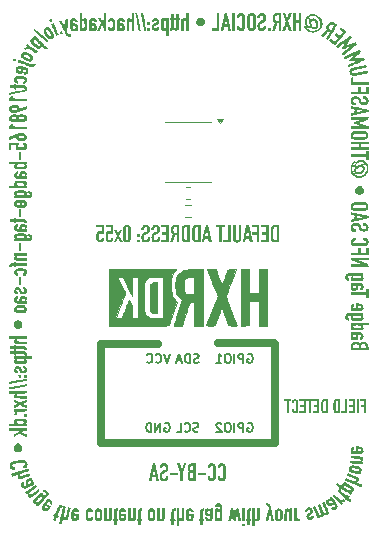
<source format=gbo>
%TF.GenerationSoftware,KiCad,Pcbnew,8.99.0-2433-g53022ab347*%
%TF.CreationDate,2024-09-29T16:09:49+02:00*%
%TF.ProjectId,BadgeTagNFC,42616467-6554-4616-974e-46432e6b6963,1.0*%
%TF.SameCoordinates,PX5058d90PY47868c0*%
%TF.FileFunction,Legend,Bot*%
%TF.FilePolarity,Positive*%
%FSLAX46Y46*%
G04 Gerber Fmt 4.6, Leading zero omitted, Abs format (unit mm)*
G04 Created by KiCad (PCBNEW 8.99.0-2433-g53022ab347) date 2024-09-29 16:09:49*
%MOMM*%
%LPD*%
G01*
G04 APERTURE LIST*
%ADD10C,0.200000*%
%ADD11C,0.300000*%
%ADD12C,0.240000*%
%ADD13C,0.150000*%
%ADD14C,0.700000*%
%ADD15C,0.000000*%
%ADD16C,0.120000*%
%ADD17C,0.010000*%
G04 APERTURE END LIST*
D10*
G36*
X18269852Y-45117452D02*
G01*
X18269852Y-45209959D01*
X18276448Y-45277698D01*
X18296047Y-45341301D01*
X18327249Y-45399932D01*
X18368313Y-45451577D01*
X18418291Y-45494858D01*
X18476390Y-45528330D01*
X18540185Y-45549547D01*
X18609380Y-45556723D01*
X18670208Y-45552580D01*
X18733120Y-45539870D01*
X18792763Y-45516748D01*
X18846235Y-45480977D01*
X18891467Y-45433755D01*
X18929033Y-45372808D01*
X18952699Y-45301058D01*
X18961548Y-45203640D01*
X18961548Y-44379778D01*
X18955149Y-44308189D01*
X18936452Y-44243216D01*
X18905847Y-44184080D01*
X18865103Y-44133948D01*
X18814950Y-44092938D01*
X18755102Y-44061407D01*
X18688697Y-44041876D01*
X18613594Y-44035121D01*
X18539638Y-44041669D01*
X18475216Y-44060472D01*
X18418534Y-44091043D01*
X18368313Y-44133948D01*
X18327498Y-44186251D01*
X18296047Y-44248436D01*
X18276543Y-44316768D01*
X18269852Y-44392418D01*
X18269852Y-44476498D01*
X18484084Y-44476498D01*
X18484084Y-44404965D01*
X18493139Y-44345689D01*
X18519621Y-44295789D01*
X18546132Y-44270064D01*
X18577612Y-44254825D01*
X18615700Y-44249535D01*
X18665854Y-44255900D01*
X18699445Y-44272674D01*
X18721213Y-44298903D01*
X18740264Y-44352332D01*
X18747317Y-44423925D01*
X18747317Y-45188985D01*
X18739872Y-45250289D01*
X18719107Y-45298162D01*
X18696765Y-45321676D01*
X18664259Y-45336686D01*
X18617807Y-45342308D01*
X18572927Y-45334981D01*
X18527956Y-45310801D01*
X18511283Y-45291514D01*
X18496723Y-45264548D01*
X18487512Y-45233006D01*
X18484084Y-45191092D01*
X18484084Y-45117452D01*
X18269852Y-45117452D01*
G37*
G36*
X17415491Y-45117452D02*
G01*
X17415491Y-45209959D01*
X17422087Y-45277698D01*
X17441686Y-45341301D01*
X17472888Y-45399932D01*
X17513951Y-45451577D01*
X17563929Y-45494858D01*
X17622029Y-45528330D01*
X17685823Y-45549547D01*
X17755019Y-45556723D01*
X17815846Y-45552580D01*
X17878758Y-45539870D01*
X17938401Y-45516748D01*
X17991873Y-45480977D01*
X18037105Y-45433755D01*
X18074672Y-45372808D01*
X18098337Y-45301058D01*
X18107187Y-45203640D01*
X18107187Y-44379778D01*
X18100788Y-44308189D01*
X18082091Y-44243216D01*
X18051486Y-44184080D01*
X18010741Y-44133948D01*
X17960588Y-44092938D01*
X17900740Y-44061407D01*
X17834335Y-44041876D01*
X17759232Y-44035121D01*
X17685277Y-44041669D01*
X17620855Y-44060472D01*
X17564173Y-44091043D01*
X17513951Y-44133948D01*
X17473136Y-44186251D01*
X17441686Y-44248436D01*
X17422181Y-44316768D01*
X17415491Y-44392418D01*
X17415491Y-44476498D01*
X17629722Y-44476498D01*
X17629722Y-44404965D01*
X17638777Y-44345689D01*
X17665260Y-44295789D01*
X17691771Y-44270064D01*
X17723250Y-44254825D01*
X17761339Y-44249535D01*
X17811492Y-44255900D01*
X17845084Y-44272674D01*
X17866852Y-44298903D01*
X17885902Y-44352332D01*
X17892955Y-44423925D01*
X17892955Y-45188985D01*
X17885510Y-45250289D01*
X17864745Y-45298162D01*
X17842404Y-45321676D01*
X17809897Y-45336686D01*
X17763445Y-45342308D01*
X17718566Y-45334981D01*
X17673594Y-45310801D01*
X17656922Y-45291514D01*
X17642362Y-45264548D01*
X17633151Y-45233006D01*
X17629722Y-45191092D01*
X17629722Y-45117452D01*
X17415491Y-45117452D01*
G37*
G36*
X17246963Y-45070191D02*
G01*
X17246963Y-44855777D01*
X16613886Y-44855777D01*
X16613886Y-45070191D01*
X17246963Y-45070191D01*
G37*
G36*
X16424842Y-45545000D02*
G01*
X16133491Y-45545000D01*
X16027872Y-45537182D01*
X15944642Y-45515810D01*
X15879353Y-45483018D01*
X15828584Y-45439487D01*
X15788856Y-45384485D01*
X15759129Y-45317283D01*
X15740023Y-45235366D01*
X15733146Y-45135587D01*
X15733146Y-45076236D01*
X15932448Y-45076236D01*
X15936661Y-45177994D01*
X15944835Y-45222375D01*
X15959834Y-45258503D01*
X15983101Y-45288489D01*
X16015705Y-45311534D01*
X16056609Y-45325230D01*
X16117920Y-45330585D01*
X16210610Y-45330585D01*
X16210610Y-44847442D01*
X16115814Y-44847442D01*
X16059867Y-44851283D01*
X16021017Y-44861181D01*
X15988695Y-44879059D01*
X15964047Y-44904686D01*
X15948567Y-44936575D01*
X15938768Y-44976677D01*
X15932448Y-45076236D01*
X15733146Y-45076236D01*
X15733146Y-45051140D01*
X15737713Y-44971237D01*
X15750039Y-44909084D01*
X15768500Y-44861272D01*
X15796202Y-44818803D01*
X15832494Y-44783835D01*
X15878501Y-44755759D01*
X15813802Y-44708531D01*
X15770515Y-44655559D01*
X15754518Y-44622362D01*
X15742580Y-44582469D01*
X15735725Y-44538355D01*
X15733146Y-44480253D01*
X15733146Y-44450486D01*
X15932448Y-44450486D01*
X15937270Y-44518213D01*
X15950140Y-44568951D01*
X15969359Y-44606466D01*
X15998511Y-44634119D01*
X16044321Y-44652665D01*
X16113707Y-44659863D01*
X16210610Y-44659863D01*
X16210610Y-44249535D01*
X16122133Y-44249535D01*
X16052259Y-44256275D01*
X16004836Y-44273752D01*
X15973573Y-44299727D01*
X15952077Y-44335574D01*
X15937797Y-44384502D01*
X15932448Y-44450486D01*
X15733146Y-44450486D01*
X15733146Y-44425940D01*
X15738179Y-44353892D01*
X15753113Y-44285073D01*
X15779599Y-44221006D01*
X15819059Y-44164997D01*
X15870870Y-44118669D01*
X15937577Y-44081557D01*
X16014472Y-44058607D01*
X16112516Y-44050233D01*
X16424842Y-44050233D01*
X16424842Y-45545000D01*
G37*
G36*
X15331611Y-45547930D02*
G01*
X15331611Y-44914761D01*
X15625618Y-44050233D01*
X15398839Y-44050233D01*
X15226556Y-44645484D01*
X15222343Y-44645484D01*
X15050152Y-44050233D01*
X14823372Y-44050233D01*
X15117379Y-44914761D01*
X15117379Y-45547930D01*
X15331611Y-45547930D01*
G37*
G36*
X14878785Y-45070191D02*
G01*
X14878785Y-44855777D01*
X14245707Y-44855777D01*
X14245707Y-45070191D01*
X14878785Y-45070191D01*
G37*
G36*
X13361762Y-44478605D02*
G01*
X13575993Y-44478605D01*
X13575993Y-44430245D01*
X13584960Y-44360555D01*
X13610615Y-44303116D01*
X13637705Y-44274207D01*
X13675285Y-44256164D01*
X13727027Y-44249535D01*
X13768270Y-44254099D01*
X13798285Y-44266388D01*
X13823099Y-44285402D01*
X13842340Y-44308337D01*
X13856361Y-44337184D01*
X13865421Y-44370344D01*
X13871741Y-44442793D01*
X13868627Y-44516432D01*
X13852782Y-44569005D01*
X13837602Y-44590251D01*
X13816145Y-44608939D01*
X13750016Y-44642461D01*
X13586343Y-44707674D01*
X13519677Y-44738547D01*
X13470938Y-44771788D01*
X13431333Y-44811696D01*
X13401695Y-44856876D01*
X13382582Y-44909657D01*
X13370188Y-44971456D01*
X13361762Y-45117452D01*
X13366657Y-45210077D01*
X13380721Y-45293032D01*
X13406003Y-45369256D01*
X13441629Y-45430602D01*
X13492179Y-45482720D01*
X13557400Y-45523109D01*
X13633770Y-45547736D01*
X13731881Y-45556723D01*
X13807633Y-45549786D01*
X13876962Y-45529429D01*
X13939908Y-45496529D01*
X13992641Y-45453683D01*
X14035816Y-45401636D01*
X14069303Y-45341301D01*
X14090465Y-45274951D01*
X14097696Y-45201533D01*
X14097696Y-45121666D01*
X13883465Y-45121666D01*
X13883465Y-45188985D01*
X13874786Y-45244855D01*
X13848751Y-45295047D01*
X13822081Y-45320193D01*
X13784422Y-45336304D01*
X13731881Y-45342308D01*
X13680479Y-45337865D01*
X13646518Y-45326555D01*
X13619393Y-45307353D01*
X13599166Y-45281400D01*
X13585988Y-45249884D01*
X13579199Y-45210967D01*
X13575993Y-45119559D01*
X13580206Y-45022930D01*
X13586914Y-44987299D01*
X13596968Y-44961931D01*
X13613981Y-44941023D01*
X13635802Y-44924195D01*
X13699824Y-44892596D01*
X13852965Y-44829490D01*
X13940072Y-44784476D01*
X14000140Y-44734398D01*
X14038803Y-44679281D01*
X14063973Y-44615218D01*
X14080160Y-44537962D01*
X14085972Y-44444899D01*
X14080118Y-44362414D01*
X14062891Y-44285256D01*
X14033600Y-44213998D01*
X13993649Y-44155013D01*
X13944058Y-44106249D01*
X13881358Y-44067727D01*
X13808859Y-44043738D01*
X13718692Y-44035121D01*
X13641461Y-44042670D01*
X13572788Y-44064613D01*
X13510664Y-44099035D01*
X13458390Y-44142374D01*
X13403965Y-44214151D01*
X13372359Y-44290419D01*
X13361762Y-44373458D01*
X13361762Y-44478605D01*
G37*
G36*
X13300671Y-45547930D02*
G01*
X13086439Y-45547930D01*
X13023516Y-45222599D01*
X12731615Y-45222599D01*
X12668601Y-45547930D01*
X12454369Y-45547930D01*
X12571346Y-45023297D01*
X12771457Y-45023297D01*
X12985689Y-45023297D01*
X12880726Y-44481078D01*
X12876512Y-44481078D01*
X12771457Y-45023297D01*
X12571346Y-45023297D01*
X12788310Y-44050233D01*
X12966821Y-44050233D01*
X13300671Y-45547930D01*
G37*
D11*
G36*
X23466363Y-25345000D02*
G01*
X23168784Y-25345000D01*
X23073343Y-25337902D01*
X22994694Y-25318111D01*
X22929807Y-25287104D01*
X22876334Y-25245257D01*
X22834416Y-25192702D01*
X22802776Y-25125908D01*
X22782179Y-25041617D01*
X22774668Y-24935679D01*
X22774668Y-24236564D01*
X22774782Y-24235007D01*
X22988899Y-24235007D01*
X22988899Y-24958119D01*
X22993896Y-25021887D01*
X23007056Y-25067846D01*
X23026543Y-25100360D01*
X23054910Y-25124146D01*
X23095864Y-25139783D01*
X23153946Y-25145697D01*
X23252132Y-25145697D01*
X23252132Y-24049535D01*
X23153946Y-24049535D01*
X23093317Y-24055935D01*
X23051942Y-24072668D01*
X23024437Y-24097987D01*
X22998712Y-24153004D01*
X22988899Y-24235007D01*
X22774782Y-24235007D01*
X22781435Y-24144133D01*
X22800349Y-24067502D01*
X22830030Y-24003878D01*
X22870106Y-23951075D01*
X22920700Y-23908676D01*
X22982492Y-23877371D01*
X23057831Y-23857403D01*
X23149825Y-23850233D01*
X23466363Y-23850233D01*
X23466363Y-25345000D01*
G37*
G36*
X22572435Y-25345000D02*
G01*
X22572435Y-23850233D01*
X21933495Y-23850233D01*
X21933495Y-24049535D01*
X22358203Y-24049535D01*
X22358203Y-24489173D01*
X21989183Y-24489173D01*
X21989183Y-24688475D01*
X22358203Y-24688475D01*
X22358203Y-25130585D01*
X21933495Y-25130585D01*
X21933495Y-25345000D01*
X22572435Y-25345000D01*
G37*
G36*
X21795742Y-25345000D02*
G01*
X21795742Y-23850233D01*
X21156803Y-23850233D01*
X21156803Y-24049535D01*
X21581511Y-24049535D01*
X21581511Y-24506758D01*
X21212490Y-24506758D01*
X21212490Y-24706060D01*
X21581511Y-24706060D01*
X21581511Y-25345000D01*
X21795742Y-25345000D01*
G37*
G36*
X21220001Y-25347930D02*
G01*
X21005769Y-25347930D01*
X20942846Y-25022599D01*
X20650946Y-25022599D01*
X20587931Y-25347930D01*
X20373699Y-25347930D01*
X20490676Y-24823297D01*
X20690788Y-24823297D01*
X20905019Y-24823297D01*
X20800056Y-24281078D01*
X20795843Y-24281078D01*
X20690788Y-24823297D01*
X20490676Y-24823297D01*
X20707640Y-23850233D01*
X20886151Y-23850233D01*
X21220001Y-25347930D01*
G37*
G36*
X19578506Y-23850233D02*
G01*
X19578506Y-25010967D01*
X19585197Y-25082456D01*
X19604701Y-25146705D01*
X19636347Y-25205200D01*
X19679164Y-25257072D01*
X19730992Y-25300164D01*
X19790264Y-25332818D01*
X19854881Y-25353223D01*
X19924354Y-25360112D01*
X19993762Y-25353198D01*
X20057527Y-25332818D01*
X20115876Y-25300232D01*
X20167528Y-25257072D01*
X20210519Y-25205250D01*
X20242999Y-25146705D01*
X20263263Y-25082407D01*
X20270202Y-25010967D01*
X20270202Y-23850233D01*
X20055970Y-23850233D01*
X20055970Y-24990176D01*
X20051115Y-25042119D01*
X20038127Y-25080221D01*
X20018326Y-25107870D01*
X19976326Y-25136104D01*
X19924262Y-25145697D01*
X19872293Y-25136105D01*
X19830381Y-25107870D01*
X19810580Y-25080221D01*
X19797592Y-25042119D01*
X19792737Y-24990176D01*
X19792737Y-23850233D01*
X19578506Y-23850233D01*
G37*
G36*
X19376273Y-25348388D02*
G01*
X19376273Y-23850233D01*
X19162041Y-23850233D01*
X19162041Y-25133974D01*
X18737333Y-25133974D01*
X18737333Y-25348388D01*
X19376273Y-25348388D01*
G37*
G36*
X18611579Y-25345000D02*
G01*
X18611579Y-24049535D01*
X18860432Y-24049535D01*
X18860432Y-23850233D01*
X18151151Y-23850233D01*
X18151151Y-24049535D01*
X18397347Y-24049535D01*
X18397347Y-25345000D01*
X18611579Y-25345000D01*
G37*
G36*
X17764453Y-25347930D02*
G01*
X17550222Y-25347930D01*
X17487299Y-25022599D01*
X17195398Y-25022599D01*
X17132383Y-25347930D01*
X16918152Y-25347930D01*
X17035129Y-24823297D01*
X17235240Y-24823297D01*
X17449471Y-24823297D01*
X17344508Y-24281078D01*
X17340295Y-24281078D01*
X17235240Y-24823297D01*
X17035129Y-24823297D01*
X17252093Y-23850233D01*
X17430604Y-23850233D01*
X17764453Y-25347930D01*
G37*
G36*
X16814654Y-25345000D02*
G01*
X16517074Y-25345000D01*
X16421633Y-25337902D01*
X16342984Y-25318111D01*
X16278097Y-25287104D01*
X16224624Y-25245257D01*
X16182706Y-25192702D01*
X16151066Y-25125908D01*
X16130469Y-25041617D01*
X16122958Y-24935679D01*
X16122958Y-24236564D01*
X16123072Y-24235007D01*
X16337189Y-24235007D01*
X16337189Y-24958119D01*
X16342187Y-25021887D01*
X16355346Y-25067846D01*
X16374833Y-25100360D01*
X16403200Y-25124146D01*
X16444155Y-25139783D01*
X16502237Y-25145697D01*
X16600422Y-25145697D01*
X16600422Y-24049535D01*
X16502237Y-24049535D01*
X16441608Y-24055935D01*
X16400232Y-24072668D01*
X16372727Y-24097987D01*
X16347002Y-24153004D01*
X16337189Y-24235007D01*
X16123072Y-24235007D01*
X16129725Y-24144133D01*
X16148639Y-24067502D01*
X16178320Y-24003878D01*
X16218396Y-23951075D01*
X16268991Y-23908676D01*
X16330782Y-23877371D01*
X16406121Y-23857403D01*
X16498115Y-23850233D01*
X16814654Y-23850233D01*
X16814654Y-25345000D01*
G37*
G36*
X15920725Y-25345000D02*
G01*
X15623146Y-25345000D01*
X15527705Y-25337902D01*
X15449055Y-25318111D01*
X15384169Y-25287104D01*
X15330695Y-25245257D01*
X15288777Y-25192702D01*
X15257138Y-25125908D01*
X15236540Y-25041617D01*
X15229029Y-24935679D01*
X15229029Y-24236564D01*
X15229143Y-24235007D01*
X15443261Y-24235007D01*
X15443261Y-24958119D01*
X15448258Y-25021887D01*
X15461418Y-25067846D01*
X15480905Y-25100360D01*
X15509271Y-25124146D01*
X15550226Y-25139783D01*
X15608308Y-25145697D01*
X15706493Y-25145697D01*
X15706493Y-24049535D01*
X15608308Y-24049535D01*
X15547679Y-24055935D01*
X15506303Y-24072668D01*
X15478798Y-24097987D01*
X15453073Y-24153004D01*
X15443261Y-24235007D01*
X15229143Y-24235007D01*
X15235797Y-24144133D01*
X15254711Y-24067502D01*
X15284391Y-24003878D01*
X15324467Y-23951075D01*
X15375062Y-23908676D01*
X15436853Y-23877371D01*
X15512192Y-23857403D01*
X15604186Y-23850233D01*
X15920725Y-23850233D01*
X15920725Y-25345000D01*
G37*
G36*
X15026796Y-25345000D02*
G01*
X14812565Y-25345000D01*
X14812565Y-24706060D01*
X14685070Y-24706060D01*
X14486409Y-25345000D01*
X14259629Y-25345000D01*
X14490622Y-24662280D01*
X14427266Y-24619171D01*
X14380030Y-24569688D01*
X14346732Y-24513261D01*
X14324806Y-24450398D01*
X14310787Y-24376205D01*
X14305791Y-24288680D01*
X14306138Y-24284009D01*
X14520023Y-24284009D01*
X14526251Y-24384301D01*
X14535488Y-24425368D01*
X14549240Y-24457207D01*
X14571509Y-24483142D01*
X14601539Y-24502636D01*
X14638230Y-24514066D01*
X14691390Y-24518482D01*
X14812565Y-24518482D01*
X14812565Y-24049535D01*
X14701831Y-24049535D01*
X14630663Y-24057342D01*
X14582709Y-24077705D01*
X14551347Y-24108612D01*
X14535906Y-24142486D01*
X14526251Y-24183716D01*
X14520023Y-24284009D01*
X14306138Y-24284009D01*
X14315328Y-24160342D01*
X14341180Y-24061239D01*
X14380488Y-23985302D01*
X14432318Y-23927900D01*
X14497776Y-23886256D01*
X14579855Y-23859795D01*
X14683055Y-23850233D01*
X15026796Y-23850233D01*
X15026796Y-25345000D01*
G37*
G36*
X14132867Y-25345000D02*
G01*
X14132867Y-23850233D01*
X13493928Y-23850233D01*
X13493928Y-24049535D01*
X13918636Y-24049535D01*
X13918636Y-24489173D01*
X13549615Y-24489173D01*
X13549615Y-24688475D01*
X13918636Y-24688475D01*
X13918636Y-25130585D01*
X13493928Y-25130585D01*
X13493928Y-25345000D01*
X14132867Y-25345000D01*
G37*
G36*
X12661274Y-24278605D02*
G01*
X12875505Y-24278605D01*
X12875505Y-24230245D01*
X12884472Y-24160555D01*
X12910127Y-24103116D01*
X12937216Y-24074207D01*
X12974797Y-24056164D01*
X13026539Y-24049535D01*
X13067782Y-24054099D01*
X13097797Y-24066388D01*
X13122611Y-24085402D01*
X13141852Y-24108337D01*
X13155873Y-24137184D01*
X13164933Y-24170344D01*
X13171253Y-24242793D01*
X13168139Y-24316432D01*
X13152293Y-24369005D01*
X13137114Y-24390251D01*
X13115657Y-24408939D01*
X13049528Y-24442461D01*
X12885855Y-24507674D01*
X12819189Y-24538547D01*
X12770450Y-24571788D01*
X12730845Y-24611696D01*
X12701207Y-24656876D01*
X12682093Y-24709657D01*
X12669700Y-24771456D01*
X12661274Y-24917452D01*
X12666168Y-25010077D01*
X12680233Y-25093032D01*
X12705514Y-25169256D01*
X12741141Y-25230602D01*
X12791691Y-25282720D01*
X12856912Y-25323109D01*
X12933282Y-25347736D01*
X13031393Y-25356723D01*
X13107145Y-25349786D01*
X13176473Y-25329429D01*
X13239420Y-25296529D01*
X13292153Y-25253683D01*
X13335328Y-25201636D01*
X13368815Y-25141301D01*
X13389977Y-25074951D01*
X13397208Y-25001533D01*
X13397208Y-24921666D01*
X13182976Y-24921666D01*
X13182976Y-24988985D01*
X13174298Y-25044855D01*
X13148263Y-25095047D01*
X13121593Y-25120193D01*
X13083934Y-25136304D01*
X13031393Y-25142308D01*
X12979991Y-25137865D01*
X12946030Y-25126555D01*
X12918904Y-25107353D01*
X12898678Y-25081400D01*
X12885499Y-25049884D01*
X12878711Y-25010967D01*
X12875505Y-24919559D01*
X12879718Y-24822930D01*
X12886426Y-24787299D01*
X12896479Y-24761931D01*
X12913492Y-24741023D01*
X12935314Y-24724195D01*
X12999336Y-24692596D01*
X13152476Y-24629490D01*
X13239584Y-24584476D01*
X13299652Y-24534398D01*
X13338315Y-24479281D01*
X13363485Y-24415218D01*
X13379672Y-24337962D01*
X13385484Y-24244899D01*
X13379630Y-24162414D01*
X13362403Y-24085256D01*
X13333112Y-24013998D01*
X13293160Y-23955013D01*
X13243570Y-23906249D01*
X13180870Y-23867727D01*
X13108371Y-23843738D01*
X13018204Y-23835121D01*
X12940972Y-23842670D01*
X12872299Y-23864613D01*
X12810176Y-23899035D01*
X12757902Y-23942374D01*
X12703477Y-24014151D01*
X12671871Y-24090419D01*
X12661274Y-24173458D01*
X12661274Y-24278605D01*
G37*
G36*
X11809843Y-24278605D02*
G01*
X12024075Y-24278605D01*
X12024075Y-24230245D01*
X12033042Y-24160555D01*
X12058696Y-24103116D01*
X12085786Y-24074207D01*
X12123366Y-24056164D01*
X12175108Y-24049535D01*
X12216351Y-24054099D01*
X12246366Y-24066388D01*
X12271180Y-24085402D01*
X12290421Y-24108337D01*
X12304442Y-24137184D01*
X12313502Y-24170344D01*
X12319822Y-24242793D01*
X12316708Y-24316432D01*
X12300863Y-24369005D01*
X12285684Y-24390251D01*
X12264226Y-24408939D01*
X12198098Y-24442461D01*
X12034424Y-24507674D01*
X11967758Y-24538547D01*
X11919020Y-24571788D01*
X11879414Y-24611696D01*
X11849777Y-24656876D01*
X11830663Y-24709657D01*
X11818269Y-24771456D01*
X11809843Y-24917452D01*
X11814738Y-25010077D01*
X11828802Y-25093032D01*
X11854084Y-25169256D01*
X11889710Y-25230602D01*
X11940261Y-25282720D01*
X12005482Y-25323109D01*
X12081851Y-25347736D01*
X12179963Y-25356723D01*
X12255714Y-25349786D01*
X12325043Y-25329429D01*
X12387989Y-25296529D01*
X12440722Y-25253683D01*
X12483897Y-25201636D01*
X12517384Y-25141301D01*
X12538546Y-25074951D01*
X12545777Y-25001533D01*
X12545777Y-24921666D01*
X12331546Y-24921666D01*
X12331546Y-24988985D01*
X12322868Y-25044855D01*
X12296833Y-25095047D01*
X12270163Y-25120193D01*
X12232504Y-25136304D01*
X12179963Y-25142308D01*
X12128561Y-25137865D01*
X12094600Y-25126555D01*
X12067474Y-25107353D01*
X12047247Y-25081400D01*
X12034069Y-25049884D01*
X12027280Y-25010967D01*
X12024075Y-24919559D01*
X12028288Y-24822930D01*
X12034995Y-24787299D01*
X12045049Y-24761931D01*
X12062062Y-24741023D01*
X12083883Y-24724195D01*
X12147906Y-24692596D01*
X12301046Y-24629490D01*
X12388153Y-24584476D01*
X12448221Y-24534398D01*
X12486884Y-24479281D01*
X12512054Y-24415218D01*
X12528241Y-24337962D01*
X12534054Y-24244899D01*
X12528199Y-24162414D01*
X12510973Y-24085256D01*
X12481682Y-24013998D01*
X12441730Y-23955013D01*
X12392139Y-23906249D01*
X12329439Y-23867727D01*
X12256940Y-23843738D01*
X12166773Y-23835121D01*
X12089542Y-23842670D01*
X12020869Y-23864613D01*
X11958746Y-23899035D01*
X11906472Y-23942374D01*
X11852046Y-24014151D01*
X11820440Y-24090419D01*
X11809843Y-24173458D01*
X11809843Y-24278605D01*
G37*
G36*
X11665038Y-25345000D02*
G01*
X11665038Y-25130585D01*
X11450806Y-25130585D01*
X11450806Y-25345000D01*
X11665038Y-25345000D01*
G37*
G36*
X11665038Y-24867718D02*
G01*
X11665038Y-24653304D01*
X11450806Y-24653304D01*
X11450806Y-24867718D01*
X11665038Y-24867718D01*
G37*
G36*
X10645453Y-23840666D02*
G01*
X10704430Y-23857194D01*
X10758904Y-23884317D01*
X10806371Y-23921308D01*
X10845812Y-23967216D01*
X10876805Y-24022241D01*
X10896185Y-24083903D01*
X10903000Y-24156697D01*
X10903000Y-25035239D01*
X10896189Y-25107965D01*
X10876805Y-25169694D01*
X10845817Y-25224642D01*
X10806371Y-25270536D01*
X10758904Y-25307527D01*
X10704430Y-25334650D01*
X10645453Y-25351178D01*
X10583530Y-25356723D01*
X10521686Y-25351180D01*
X10462722Y-25334650D01*
X10408248Y-25307527D01*
X10360781Y-25270536D01*
X10321408Y-25224649D01*
X10290439Y-25169694D01*
X10270917Y-25107954D01*
X10264061Y-25035239D01*
X10264061Y-24156697D01*
X10264070Y-24156605D01*
X10478292Y-24156605D01*
X10478292Y-25035147D01*
X10485830Y-25077888D01*
X10507784Y-25111900D01*
X10540960Y-25134529D01*
X10583439Y-25142308D01*
X10626091Y-25134524D01*
X10659368Y-25111900D01*
X10681251Y-25077896D01*
X10688768Y-25035147D01*
X10688768Y-24156605D01*
X10681252Y-24113951D01*
X10659368Y-24080035D01*
X10626083Y-24057340D01*
X10583439Y-24049535D01*
X10540968Y-24057335D01*
X10507784Y-24080035D01*
X10485829Y-24113959D01*
X10478292Y-24156605D01*
X10264070Y-24156605D01*
X10270921Y-24083913D01*
X10290439Y-24022241D01*
X10321413Y-23967209D01*
X10360781Y-23921308D01*
X10408248Y-23884317D01*
X10462722Y-23857194D01*
X10521686Y-23840664D01*
X10583530Y-23835121D01*
X10645453Y-23840666D01*
G37*
G36*
X10215334Y-25345000D02*
G01*
X9952834Y-24800033D01*
X10202786Y-24278147D01*
X9975915Y-24278147D01*
X9843658Y-24581130D01*
X9711308Y-24278147D01*
X9484529Y-24278147D01*
X9738694Y-24800033D01*
X9471981Y-25345000D01*
X9698760Y-25345000D01*
X9843658Y-25018844D01*
X9988555Y-25345000D01*
X10215334Y-25345000D01*
G37*
G36*
X8786880Y-23850233D02*
G01*
X8786880Y-24049535D01*
X9214793Y-24049535D01*
X9214793Y-24452445D01*
X9181843Y-24426259D01*
X9138590Y-24403535D01*
X9090093Y-24388779D01*
X9034725Y-24383660D01*
X8963997Y-24391463D01*
X8905217Y-24413648D01*
X8855756Y-24449880D01*
X8819080Y-24498389D01*
X8795540Y-24562943D01*
X8786880Y-24648541D01*
X8786880Y-25035239D01*
X8793736Y-25107954D01*
X8813258Y-25169694D01*
X8844227Y-25224649D01*
X8883600Y-25270536D01*
X8931068Y-25307527D01*
X8985541Y-25334650D01*
X9044506Y-25351180D01*
X9106349Y-25356723D01*
X9168273Y-25351178D01*
X9227250Y-25334650D01*
X9281716Y-25307508D01*
X9329191Y-25270444D01*
X9368636Y-25224461D01*
X9399624Y-25169419D01*
X9419004Y-25107667D01*
X9425819Y-25034781D01*
X9425819Y-24971674D01*
X9214793Y-24971674D01*
X9214793Y-25026446D01*
X9206574Y-25076515D01*
X9183836Y-25111809D01*
X9148898Y-25134444D01*
X9103693Y-25142308D01*
X9059074Y-25134537D01*
X9027856Y-25112908D01*
X9008298Y-25079103D01*
X9001111Y-25030659D01*
X9001111Y-24678766D01*
X9008324Y-24637505D01*
X9029688Y-24602929D01*
X9061946Y-24579243D01*
X9102503Y-24571238D01*
X9128597Y-24573849D01*
X9148939Y-24581038D01*
X9180630Y-24603753D01*
X9199589Y-24631871D01*
X9212320Y-24651380D01*
X9402372Y-24651380D01*
X9402372Y-23850233D01*
X8786880Y-23850233D01*
G37*
G36*
X8005791Y-23850233D02*
G01*
X8005791Y-24049535D01*
X8433705Y-24049535D01*
X8433705Y-24452445D01*
X8400754Y-24426259D01*
X8357501Y-24403535D01*
X8309005Y-24388779D01*
X8253637Y-24383660D01*
X8182909Y-24391463D01*
X8124129Y-24413648D01*
X8074668Y-24449880D01*
X8037991Y-24498389D01*
X8014451Y-24562943D01*
X8005791Y-24648541D01*
X8005791Y-25035239D01*
X8012648Y-25107954D01*
X8032169Y-25169694D01*
X8063138Y-25224649D01*
X8102511Y-25270536D01*
X8149979Y-25307527D01*
X8204452Y-25334650D01*
X8263417Y-25351180D01*
X8325261Y-25356723D01*
X8387184Y-25351178D01*
X8446161Y-25334650D01*
X8500628Y-25307508D01*
X8548102Y-25270444D01*
X8587547Y-25224461D01*
X8618535Y-25169419D01*
X8637915Y-25107667D01*
X8644730Y-25034781D01*
X8644730Y-24971674D01*
X8433705Y-24971674D01*
X8433705Y-25026446D01*
X8425486Y-25076515D01*
X8402747Y-25111809D01*
X8367809Y-25134444D01*
X8322605Y-25142308D01*
X8277986Y-25134537D01*
X8246767Y-25112908D01*
X8227209Y-25079103D01*
X8220023Y-25030659D01*
X8220023Y-24678766D01*
X8227236Y-24637505D01*
X8248599Y-24602929D01*
X8280857Y-24579243D01*
X8321414Y-24571238D01*
X8347509Y-24573849D01*
X8367851Y-24581038D01*
X8399541Y-24603753D01*
X8418501Y-24631871D01*
X8431232Y-24651380D01*
X8621283Y-24651380D01*
X8621283Y-23850233D01*
X8005791Y-23850233D01*
G37*
D12*
G36*
X30833750Y-39821000D02*
G01*
X30833750Y-38625187D01*
X30322598Y-38625187D01*
X30322598Y-38784628D01*
X30662364Y-38784628D01*
X30662364Y-39150406D01*
X30367148Y-39150406D01*
X30367148Y-39309848D01*
X30662364Y-39309848D01*
X30662364Y-39821000D01*
X30833750Y-39821000D01*
G37*
G36*
X30207706Y-39821000D02*
G01*
X30207706Y-38625187D01*
X30036321Y-38625187D01*
X30036321Y-39821000D01*
X30207706Y-39821000D01*
G37*
G36*
X29870065Y-39821000D02*
G01*
X29870065Y-38625187D01*
X29358914Y-38625187D01*
X29358914Y-38784628D01*
X29698680Y-38784628D01*
X29698680Y-39136338D01*
X29403464Y-39136338D01*
X29403464Y-39295780D01*
X29698680Y-39295780D01*
X29698680Y-39649468D01*
X29358914Y-39649468D01*
X29358914Y-39821000D01*
X29870065Y-39821000D01*
G37*
G36*
X29248711Y-39823711D02*
G01*
X29248711Y-38625187D01*
X29077326Y-38625187D01*
X29077326Y-39652179D01*
X28737560Y-39652179D01*
X28737560Y-39823711D01*
X29248711Y-39823711D01*
G37*
G36*
X28627357Y-39821000D02*
G01*
X28389294Y-39821000D01*
X28312941Y-39815322D01*
X28250022Y-39799488D01*
X28198112Y-39774683D01*
X28155334Y-39741205D01*
X28121799Y-39699162D01*
X28096488Y-39645727D01*
X28080010Y-39578293D01*
X28074001Y-39493543D01*
X28074001Y-38934251D01*
X28074092Y-38933006D01*
X28245386Y-38933006D01*
X28245386Y-39511495D01*
X28249384Y-39562510D01*
X28259912Y-39599277D01*
X28275501Y-39625288D01*
X28298194Y-39644317D01*
X28330958Y-39656826D01*
X28377424Y-39661558D01*
X28455972Y-39661558D01*
X28455972Y-38784628D01*
X28377424Y-38784628D01*
X28328921Y-38789748D01*
X28295820Y-38803135D01*
X28273816Y-38823390D01*
X28253236Y-38867403D01*
X28245386Y-38933006D01*
X28074092Y-38933006D01*
X28079415Y-38860306D01*
X28094546Y-38799001D01*
X28118291Y-38748102D01*
X28150351Y-38705860D01*
X28190827Y-38671941D01*
X28240260Y-38646897D01*
X28300531Y-38630922D01*
X28374126Y-38625187D01*
X28627357Y-38625187D01*
X28627357Y-39821000D01*
G37*
G36*
X27600365Y-39821000D02*
G01*
X27362302Y-39821000D01*
X27285949Y-39815322D01*
X27223029Y-39799488D01*
X27171120Y-39774683D01*
X27128341Y-39741205D01*
X27094807Y-39699162D01*
X27069495Y-39645727D01*
X27053018Y-39578293D01*
X27047009Y-39493543D01*
X27047009Y-38934251D01*
X27047100Y-38933006D01*
X27218394Y-38933006D01*
X27218394Y-39511495D01*
X27222392Y-39562510D01*
X27232919Y-39599277D01*
X27248509Y-39625288D01*
X27271202Y-39644317D01*
X27303966Y-39656826D01*
X27350431Y-39661558D01*
X27428980Y-39661558D01*
X27428980Y-38784628D01*
X27350431Y-38784628D01*
X27301928Y-38789748D01*
X27268828Y-38803135D01*
X27246824Y-38823390D01*
X27226244Y-38867403D01*
X27218394Y-38933006D01*
X27047100Y-38933006D01*
X27052422Y-38860306D01*
X27067554Y-38799001D01*
X27091298Y-38748102D01*
X27123359Y-38705860D01*
X27163835Y-38671941D01*
X27213268Y-38646897D01*
X27273539Y-38630922D01*
X27347134Y-38625187D01*
X27600365Y-38625187D01*
X27600365Y-39821000D01*
G37*
G36*
X26885222Y-39821000D02*
G01*
X26885222Y-38625187D01*
X26374071Y-38625187D01*
X26374071Y-38784628D01*
X26713837Y-38784628D01*
X26713837Y-39136338D01*
X26418621Y-39136338D01*
X26418621Y-39295780D01*
X26713837Y-39295780D01*
X26713837Y-39649468D01*
X26374071Y-39649468D01*
X26374071Y-39821000D01*
X26885222Y-39821000D01*
G37*
G36*
X26149196Y-39821000D02*
G01*
X26149196Y-38784628D01*
X26348279Y-38784628D01*
X26348279Y-38625187D01*
X25780854Y-38625187D01*
X25780854Y-38784628D01*
X25977811Y-38784628D01*
X25977811Y-39821000D01*
X26149196Y-39821000D01*
G37*
G36*
X25706995Y-39821000D02*
G01*
X25706995Y-38625187D01*
X25195843Y-38625187D01*
X25195843Y-38784628D01*
X25535609Y-38784628D01*
X25535609Y-39136338D01*
X25240393Y-39136338D01*
X25240393Y-39295780D01*
X25535609Y-39295780D01*
X25535609Y-39649468D01*
X25195843Y-39649468D01*
X25195843Y-39821000D01*
X25706995Y-39821000D01*
G37*
G36*
X24541663Y-39478962D02*
G01*
X24541663Y-39552967D01*
X24546940Y-39607158D01*
X24562619Y-39658041D01*
X24587581Y-39704945D01*
X24620431Y-39746261D01*
X24660414Y-39780887D01*
X24706893Y-39807664D01*
X24757929Y-39824637D01*
X24813286Y-39830378D01*
X24861947Y-39827064D01*
X24912277Y-39816896D01*
X24959991Y-39798398D01*
X25002769Y-39769782D01*
X25038954Y-39732004D01*
X25069008Y-39683247D01*
X25087940Y-39625846D01*
X25095020Y-39547912D01*
X25095020Y-38888822D01*
X25089901Y-38831551D01*
X25074943Y-38779572D01*
X25050459Y-38732264D01*
X25017863Y-38692158D01*
X24977741Y-38659351D01*
X24929863Y-38634126D01*
X24876739Y-38618501D01*
X24816656Y-38613096D01*
X24757492Y-38618335D01*
X24705954Y-38633377D01*
X24660609Y-38657834D01*
X24620431Y-38692158D01*
X24587779Y-38734000D01*
X24562619Y-38783749D01*
X24547015Y-38838414D01*
X24541663Y-38898934D01*
X24541663Y-38966198D01*
X24713048Y-38966198D01*
X24713048Y-38908972D01*
X24720292Y-38861551D01*
X24741478Y-38821631D01*
X24762687Y-38801051D01*
X24787871Y-38788860D01*
X24818341Y-38784628D01*
X24858464Y-38789720D01*
X24885338Y-38803139D01*
X24902752Y-38824122D01*
X24917992Y-38866866D01*
X24923634Y-38924140D01*
X24923634Y-39536188D01*
X24917678Y-39585231D01*
X24901066Y-39623529D01*
X24883193Y-39642341D01*
X24857188Y-39654349D01*
X24820027Y-39658847D01*
X24784123Y-39652985D01*
X24748146Y-39633641D01*
X24734808Y-39618211D01*
X24723160Y-39596638D01*
X24715791Y-39571405D01*
X24713048Y-39537873D01*
X24713048Y-39478962D01*
X24541663Y-39478962D01*
G37*
G36*
X24287480Y-39821000D02*
G01*
X24287480Y-38784628D01*
X24486562Y-38784628D01*
X24486562Y-38625187D01*
X23919137Y-38625187D01*
X23919137Y-38784628D01*
X24116094Y-38784628D01*
X24116094Y-39821000D01*
X24287480Y-39821000D01*
G37*
D13*
X16642856Y-41351450D02*
X16535714Y-41387164D01*
X16535714Y-41387164D02*
X16357142Y-41387164D01*
X16357142Y-41387164D02*
X16285714Y-41351450D01*
X16285714Y-41351450D02*
X16249999Y-41315735D01*
X16249999Y-41315735D02*
X16214285Y-41244307D01*
X16214285Y-41244307D02*
X16214285Y-41172878D01*
X16214285Y-41172878D02*
X16249999Y-41101450D01*
X16249999Y-41101450D02*
X16285714Y-41065735D01*
X16285714Y-41065735D02*
X16357142Y-41030021D01*
X16357142Y-41030021D02*
X16499999Y-40994307D01*
X16499999Y-40994307D02*
X16571428Y-40958592D01*
X16571428Y-40958592D02*
X16607142Y-40922878D01*
X16607142Y-40922878D02*
X16642856Y-40851450D01*
X16642856Y-40851450D02*
X16642856Y-40780021D01*
X16642856Y-40780021D02*
X16607142Y-40708592D01*
X16607142Y-40708592D02*
X16571428Y-40672878D01*
X16571428Y-40672878D02*
X16499999Y-40637164D01*
X16499999Y-40637164D02*
X16321428Y-40637164D01*
X16321428Y-40637164D02*
X16214285Y-40672878D01*
X15464285Y-41315735D02*
X15499999Y-41351450D01*
X15499999Y-41351450D02*
X15607142Y-41387164D01*
X15607142Y-41387164D02*
X15678570Y-41387164D01*
X15678570Y-41387164D02*
X15785713Y-41351450D01*
X15785713Y-41351450D02*
X15857142Y-41280021D01*
X15857142Y-41280021D02*
X15892856Y-41208592D01*
X15892856Y-41208592D02*
X15928570Y-41065735D01*
X15928570Y-41065735D02*
X15928570Y-40958592D01*
X15928570Y-40958592D02*
X15892856Y-40815735D01*
X15892856Y-40815735D02*
X15857142Y-40744307D01*
X15857142Y-40744307D02*
X15785713Y-40672878D01*
X15785713Y-40672878D02*
X15678570Y-40637164D01*
X15678570Y-40637164D02*
X15607142Y-40637164D01*
X15607142Y-40637164D02*
X15499999Y-40672878D01*
X15499999Y-40672878D02*
X15464285Y-40708592D01*
X14785713Y-41387164D02*
X15142856Y-41387164D01*
X15142856Y-41387164D02*
X15142856Y-40637164D01*
X20794142Y-34830878D02*
X20865571Y-34795164D01*
X20865571Y-34795164D02*
X20972713Y-34795164D01*
X20972713Y-34795164D02*
X21079856Y-34830878D01*
X21079856Y-34830878D02*
X21151285Y-34902307D01*
X21151285Y-34902307D02*
X21186999Y-34973735D01*
X21186999Y-34973735D02*
X21222713Y-35116592D01*
X21222713Y-35116592D02*
X21222713Y-35223735D01*
X21222713Y-35223735D02*
X21186999Y-35366592D01*
X21186999Y-35366592D02*
X21151285Y-35438021D01*
X21151285Y-35438021D02*
X21079856Y-35509450D01*
X21079856Y-35509450D02*
X20972713Y-35545164D01*
X20972713Y-35545164D02*
X20901285Y-35545164D01*
X20901285Y-35545164D02*
X20794142Y-35509450D01*
X20794142Y-35509450D02*
X20758428Y-35473735D01*
X20758428Y-35473735D02*
X20758428Y-35223735D01*
X20758428Y-35223735D02*
X20901285Y-35223735D01*
X20436999Y-35545164D02*
X20436999Y-34795164D01*
X20436999Y-34795164D02*
X20151285Y-34795164D01*
X20151285Y-34795164D02*
X20079856Y-34830878D01*
X20079856Y-34830878D02*
X20044142Y-34866592D01*
X20044142Y-34866592D02*
X20008428Y-34938021D01*
X20008428Y-34938021D02*
X20008428Y-35045164D01*
X20008428Y-35045164D02*
X20044142Y-35116592D01*
X20044142Y-35116592D02*
X20079856Y-35152307D01*
X20079856Y-35152307D02*
X20151285Y-35188021D01*
X20151285Y-35188021D02*
X20436999Y-35188021D01*
X19686999Y-35545164D02*
X19686999Y-34795164D01*
X19186999Y-34795164D02*
X19044142Y-34795164D01*
X19044142Y-34795164D02*
X18972713Y-34830878D01*
X18972713Y-34830878D02*
X18901285Y-34902307D01*
X18901285Y-34902307D02*
X18865570Y-35045164D01*
X18865570Y-35045164D02*
X18865570Y-35295164D01*
X18865570Y-35295164D02*
X18901285Y-35438021D01*
X18901285Y-35438021D02*
X18972713Y-35509450D01*
X18972713Y-35509450D02*
X19044142Y-35545164D01*
X19044142Y-35545164D02*
X19186999Y-35545164D01*
X19186999Y-35545164D02*
X19258428Y-35509450D01*
X19258428Y-35509450D02*
X19329856Y-35438021D01*
X19329856Y-35438021D02*
X19365570Y-35295164D01*
X19365570Y-35295164D02*
X19365570Y-35045164D01*
X19365570Y-35045164D02*
X19329856Y-34902307D01*
X19329856Y-34902307D02*
X19258428Y-34830878D01*
X19258428Y-34830878D02*
X19186999Y-34795164D01*
X18151285Y-35545164D02*
X18579856Y-35545164D01*
X18365571Y-35545164D02*
X18365571Y-34795164D01*
X18365571Y-34795164D02*
X18436999Y-34902307D01*
X18436999Y-34902307D02*
X18508428Y-34973735D01*
X18508428Y-34973735D02*
X18579856Y-35009450D01*
X14209999Y-34795164D02*
X13959999Y-35545164D01*
X13959999Y-35545164D02*
X13709999Y-34795164D01*
X13031428Y-35473735D02*
X13067142Y-35509450D01*
X13067142Y-35509450D02*
X13174285Y-35545164D01*
X13174285Y-35545164D02*
X13245713Y-35545164D01*
X13245713Y-35545164D02*
X13352856Y-35509450D01*
X13352856Y-35509450D02*
X13424285Y-35438021D01*
X13424285Y-35438021D02*
X13459999Y-35366592D01*
X13459999Y-35366592D02*
X13495713Y-35223735D01*
X13495713Y-35223735D02*
X13495713Y-35116592D01*
X13495713Y-35116592D02*
X13459999Y-34973735D01*
X13459999Y-34973735D02*
X13424285Y-34902307D01*
X13424285Y-34902307D02*
X13352856Y-34830878D01*
X13352856Y-34830878D02*
X13245713Y-34795164D01*
X13245713Y-34795164D02*
X13174285Y-34795164D01*
X13174285Y-34795164D02*
X13067142Y-34830878D01*
X13067142Y-34830878D02*
X13031428Y-34866592D01*
X12281428Y-35473735D02*
X12317142Y-35509450D01*
X12317142Y-35509450D02*
X12424285Y-35545164D01*
X12424285Y-35545164D02*
X12495713Y-35545164D01*
X12495713Y-35545164D02*
X12602856Y-35509450D01*
X12602856Y-35509450D02*
X12674285Y-35438021D01*
X12674285Y-35438021D02*
X12709999Y-35366592D01*
X12709999Y-35366592D02*
X12745713Y-35223735D01*
X12745713Y-35223735D02*
X12745713Y-35116592D01*
X12745713Y-35116592D02*
X12709999Y-34973735D01*
X12709999Y-34973735D02*
X12674285Y-34902307D01*
X12674285Y-34902307D02*
X12602856Y-34830878D01*
X12602856Y-34830878D02*
X12495713Y-34795164D01*
X12495713Y-34795164D02*
X12424285Y-34795164D01*
X12424285Y-34795164D02*
X12317142Y-34830878D01*
X12317142Y-34830878D02*
X12281428Y-34866592D01*
X13781428Y-40672878D02*
X13852857Y-40637164D01*
X13852857Y-40637164D02*
X13959999Y-40637164D01*
X13959999Y-40637164D02*
X14067142Y-40672878D01*
X14067142Y-40672878D02*
X14138571Y-40744307D01*
X14138571Y-40744307D02*
X14174285Y-40815735D01*
X14174285Y-40815735D02*
X14209999Y-40958592D01*
X14209999Y-40958592D02*
X14209999Y-41065735D01*
X14209999Y-41065735D02*
X14174285Y-41208592D01*
X14174285Y-41208592D02*
X14138571Y-41280021D01*
X14138571Y-41280021D02*
X14067142Y-41351450D01*
X14067142Y-41351450D02*
X13959999Y-41387164D01*
X13959999Y-41387164D02*
X13888571Y-41387164D01*
X13888571Y-41387164D02*
X13781428Y-41351450D01*
X13781428Y-41351450D02*
X13745714Y-41315735D01*
X13745714Y-41315735D02*
X13745714Y-41065735D01*
X13745714Y-41065735D02*
X13888571Y-41065735D01*
X13424285Y-41387164D02*
X13424285Y-40637164D01*
X13424285Y-40637164D02*
X12995714Y-41387164D01*
X12995714Y-41387164D02*
X12995714Y-40637164D01*
X12638571Y-41387164D02*
X12638571Y-40637164D01*
X12638571Y-40637164D02*
X12460000Y-40637164D01*
X12460000Y-40637164D02*
X12352857Y-40672878D01*
X12352857Y-40672878D02*
X12281428Y-40744307D01*
X12281428Y-40744307D02*
X12245714Y-40815735D01*
X12245714Y-40815735D02*
X12210000Y-40958592D01*
X12210000Y-40958592D02*
X12210000Y-41065735D01*
X12210000Y-41065735D02*
X12245714Y-41208592D01*
X12245714Y-41208592D02*
X12281428Y-41280021D01*
X12281428Y-41280021D02*
X12352857Y-41351450D01*
X12352857Y-41351450D02*
X12460000Y-41387164D01*
X12460000Y-41387164D02*
X12638571Y-41387164D01*
X20794142Y-40672878D02*
X20865571Y-40637164D01*
X20865571Y-40637164D02*
X20972713Y-40637164D01*
X20972713Y-40637164D02*
X21079856Y-40672878D01*
X21079856Y-40672878D02*
X21151285Y-40744307D01*
X21151285Y-40744307D02*
X21186999Y-40815735D01*
X21186999Y-40815735D02*
X21222713Y-40958592D01*
X21222713Y-40958592D02*
X21222713Y-41065735D01*
X21222713Y-41065735D02*
X21186999Y-41208592D01*
X21186999Y-41208592D02*
X21151285Y-41280021D01*
X21151285Y-41280021D02*
X21079856Y-41351450D01*
X21079856Y-41351450D02*
X20972713Y-41387164D01*
X20972713Y-41387164D02*
X20901285Y-41387164D01*
X20901285Y-41387164D02*
X20794142Y-41351450D01*
X20794142Y-41351450D02*
X20758428Y-41315735D01*
X20758428Y-41315735D02*
X20758428Y-41065735D01*
X20758428Y-41065735D02*
X20901285Y-41065735D01*
X20436999Y-41387164D02*
X20436999Y-40637164D01*
X20436999Y-40637164D02*
X20151285Y-40637164D01*
X20151285Y-40637164D02*
X20079856Y-40672878D01*
X20079856Y-40672878D02*
X20044142Y-40708592D01*
X20044142Y-40708592D02*
X20008428Y-40780021D01*
X20008428Y-40780021D02*
X20008428Y-40887164D01*
X20008428Y-40887164D02*
X20044142Y-40958592D01*
X20044142Y-40958592D02*
X20079856Y-40994307D01*
X20079856Y-40994307D02*
X20151285Y-41030021D01*
X20151285Y-41030021D02*
X20436999Y-41030021D01*
X19686999Y-41387164D02*
X19686999Y-40637164D01*
X19186999Y-40637164D02*
X19044142Y-40637164D01*
X19044142Y-40637164D02*
X18972713Y-40672878D01*
X18972713Y-40672878D02*
X18901285Y-40744307D01*
X18901285Y-40744307D02*
X18865570Y-40887164D01*
X18865570Y-40887164D02*
X18865570Y-41137164D01*
X18865570Y-41137164D02*
X18901285Y-41280021D01*
X18901285Y-41280021D02*
X18972713Y-41351450D01*
X18972713Y-41351450D02*
X19044142Y-41387164D01*
X19044142Y-41387164D02*
X19186999Y-41387164D01*
X19186999Y-41387164D02*
X19258428Y-41351450D01*
X19258428Y-41351450D02*
X19329856Y-41280021D01*
X19329856Y-41280021D02*
X19365570Y-41137164D01*
X19365570Y-41137164D02*
X19365570Y-40887164D01*
X19365570Y-40887164D02*
X19329856Y-40744307D01*
X19329856Y-40744307D02*
X19258428Y-40672878D01*
X19258428Y-40672878D02*
X19186999Y-40637164D01*
X18579856Y-40708592D02*
X18544142Y-40672878D01*
X18544142Y-40672878D02*
X18472714Y-40637164D01*
X18472714Y-40637164D02*
X18294142Y-40637164D01*
X18294142Y-40637164D02*
X18222714Y-40672878D01*
X18222714Y-40672878D02*
X18186999Y-40708592D01*
X18186999Y-40708592D02*
X18151285Y-40780021D01*
X18151285Y-40780021D02*
X18151285Y-40851450D01*
X18151285Y-40851450D02*
X18186999Y-40958592D01*
X18186999Y-40958592D02*
X18615571Y-41387164D01*
X18615571Y-41387164D02*
X18151285Y-41387164D01*
X16660713Y-35509450D02*
X16553571Y-35545164D01*
X16553571Y-35545164D02*
X16374999Y-35545164D01*
X16374999Y-35545164D02*
X16303571Y-35509450D01*
X16303571Y-35509450D02*
X16267856Y-35473735D01*
X16267856Y-35473735D02*
X16232142Y-35402307D01*
X16232142Y-35402307D02*
X16232142Y-35330878D01*
X16232142Y-35330878D02*
X16267856Y-35259450D01*
X16267856Y-35259450D02*
X16303571Y-35223735D01*
X16303571Y-35223735D02*
X16374999Y-35188021D01*
X16374999Y-35188021D02*
X16517856Y-35152307D01*
X16517856Y-35152307D02*
X16589285Y-35116592D01*
X16589285Y-35116592D02*
X16624999Y-35080878D01*
X16624999Y-35080878D02*
X16660713Y-35009450D01*
X16660713Y-35009450D02*
X16660713Y-34938021D01*
X16660713Y-34938021D02*
X16624999Y-34866592D01*
X16624999Y-34866592D02*
X16589285Y-34830878D01*
X16589285Y-34830878D02*
X16517856Y-34795164D01*
X16517856Y-34795164D02*
X16339285Y-34795164D01*
X16339285Y-34795164D02*
X16232142Y-34830878D01*
X15910713Y-35545164D02*
X15910713Y-34795164D01*
X15910713Y-34795164D02*
X15732142Y-34795164D01*
X15732142Y-34795164D02*
X15624999Y-34830878D01*
X15624999Y-34830878D02*
X15553570Y-34902307D01*
X15553570Y-34902307D02*
X15517856Y-34973735D01*
X15517856Y-34973735D02*
X15482142Y-35116592D01*
X15482142Y-35116592D02*
X15482142Y-35223735D01*
X15482142Y-35223735D02*
X15517856Y-35366592D01*
X15517856Y-35366592D02*
X15553570Y-35438021D01*
X15553570Y-35438021D02*
X15624999Y-35509450D01*
X15624999Y-35509450D02*
X15732142Y-35545164D01*
X15732142Y-35545164D02*
X15910713Y-35545164D01*
X15196427Y-35330878D02*
X14839285Y-35330878D01*
X15267856Y-35545164D02*
X15017856Y-34795164D01*
X15017856Y-34795164D02*
X14767856Y-35545164D01*
D14*
%TO.C,X1*%
X8384000Y-33936000D02*
X8384000Y-42318000D01*
X8384000Y-42318000D02*
X23116000Y-42318000D01*
X13210000Y-33936000D02*
X8384000Y-33936000D01*
X23029640Y-33885200D02*
X18290000Y-33885200D01*
X23116000Y-42318000D02*
X23116000Y-33936000D01*
D15*
%TO.C,G\u002A\u002A\u002A*%
G36*
X1638080Y-36698594D02*
G01*
X1638080Y-36816215D01*
X1526862Y-36809812D01*
X1415645Y-36803408D01*
X1409242Y-36692191D01*
X1402838Y-36580973D01*
X1520459Y-36580973D01*
X1638080Y-36580973D01*
X1638080Y-36698594D01*
G37*
G36*
X1638080Y-18012916D02*
G01*
X1638080Y-18341273D01*
X1532159Y-18341273D01*
X1426237Y-18341273D01*
X1426237Y-18012916D01*
X1426237Y-17684559D01*
X1532159Y-17684559D01*
X1638080Y-17684559D01*
X1638080Y-18012916D01*
G37*
G36*
X1638080Y-22885310D02*
G01*
X1638080Y-23213667D01*
X1532159Y-23213667D01*
X1426237Y-23213667D01*
X1426237Y-22885310D01*
X1426237Y-22556953D01*
X1532159Y-22556953D01*
X1638080Y-22556953D01*
X1638080Y-22885310D01*
G37*
G36*
X1638080Y-25745193D02*
G01*
X1638080Y-26073550D01*
X1532159Y-26073550D01*
X1426237Y-26073550D01*
X1426237Y-25745193D01*
X1426237Y-25416836D01*
X1532159Y-25416836D01*
X1638080Y-25416836D01*
X1638080Y-25745193D01*
G37*
G36*
X1638080Y-28647445D02*
G01*
X1638080Y-28975802D01*
X1532159Y-28975802D01*
X1426237Y-28975802D01*
X1426237Y-28647445D01*
X1426237Y-28319088D01*
X1532159Y-28319088D01*
X1638080Y-28319088D01*
X1638080Y-28647445D01*
G37*
G36*
X12548005Y-6838187D02*
G01*
X12548005Y-6944109D01*
X12431491Y-6944109D01*
X12314978Y-6944109D01*
X12314978Y-6838187D01*
X12314978Y-6732266D01*
X12431491Y-6732266D01*
X12548005Y-6732266D01*
X12548005Y-6838187D01*
G37*
G36*
X12548005Y-7325427D02*
G01*
X12548005Y-7431348D01*
X12431491Y-7431348D01*
X12314978Y-7431348D01*
X12314978Y-7325427D01*
X12314978Y-7219505D01*
X12431491Y-7219505D01*
X12548005Y-7219505D01*
X12548005Y-7325427D01*
G37*
G36*
X19708305Y-6679305D02*
G01*
X19708305Y-7431348D01*
X19602384Y-7431348D01*
X19496462Y-7431348D01*
X19496462Y-6679305D01*
X19496462Y-5927262D01*
X19602384Y-5927262D01*
X19708305Y-5927262D01*
X19708305Y-6679305D01*
G37*
G36*
X20576862Y-48412416D02*
G01*
X20576862Y-48952616D01*
X20470941Y-48952616D01*
X20365019Y-48952616D01*
X20365019Y-48412416D01*
X20365019Y-47872216D01*
X20470941Y-47872216D01*
X20576862Y-47872216D01*
X20576862Y-48412416D01*
G37*
G36*
X20576862Y-49270381D02*
G01*
X20576862Y-49376302D01*
X20470941Y-49376302D01*
X20365019Y-49376302D01*
X20365019Y-49270381D01*
X20365019Y-49164459D01*
X20470941Y-49164459D01*
X20576862Y-49164459D01*
X20576862Y-49270381D01*
G37*
G36*
X22758847Y-7325427D02*
G01*
X22758847Y-7431348D01*
X22642334Y-7431348D01*
X22525820Y-7431348D01*
X22525820Y-7325427D01*
X22525820Y-7219505D01*
X22642334Y-7219505D01*
X22758847Y-7219505D01*
X22758847Y-7325427D01*
G37*
G36*
X2125320Y-36683364D02*
G01*
X2124561Y-36717150D01*
X2119480Y-36772002D01*
X2111197Y-36799878D01*
X2101143Y-36804433D01*
X2057439Y-36811298D01*
X1994683Y-36814001D01*
X1892292Y-36814001D01*
X1892292Y-36697487D01*
X1892292Y-36580973D01*
X2008806Y-36580973D01*
X2125320Y-36580973D01*
X2125320Y-36683364D01*
G37*
G36*
X2125320Y-39966934D02*
G01*
X2124561Y-40000719D01*
X2119480Y-40055572D01*
X2111197Y-40083447D01*
X2101143Y-40088003D01*
X2057439Y-40094868D01*
X1994683Y-40097570D01*
X1892292Y-40097570D01*
X1892292Y-39981056D01*
X1892292Y-39864543D01*
X2008806Y-39864543D01*
X2125320Y-39864543D01*
X2125320Y-39966934D01*
G37*
G36*
X18416062Y-6679305D02*
G01*
X18416062Y-7431348D01*
X18098297Y-7431348D01*
X17780532Y-7431348D01*
X17780532Y-7325427D01*
X17780532Y-7219505D01*
X17992375Y-7219505D01*
X18204219Y-7219505D01*
X18204219Y-6573383D01*
X18204219Y-5927262D01*
X18310140Y-5927262D01*
X18416062Y-5927262D01*
X18416062Y-6679305D01*
G37*
G36*
X2125320Y-36972908D02*
G01*
X2125320Y-37060401D01*
X1378572Y-37199707D01*
X1215879Y-37230041D01*
X1055663Y-37259880D01*
X913153Y-37286387D01*
X793137Y-37308673D01*
X700403Y-37325848D01*
X639740Y-37337024D01*
X615937Y-37341311D01*
X611614Y-37338498D01*
X603335Y-37307465D01*
X600048Y-37252787D01*
X600048Y-37161966D01*
X1362684Y-37023690D01*
X2125320Y-36885415D01*
X2125320Y-36972908D01*
G37*
G36*
X2125320Y-37438963D02*
G01*
X2125320Y-37526456D01*
X1378572Y-37665762D01*
X1215879Y-37696096D01*
X1055663Y-37725935D01*
X913153Y-37752442D01*
X793137Y-37774728D01*
X700403Y-37791903D01*
X639740Y-37803079D01*
X615937Y-37807366D01*
X611614Y-37804553D01*
X603335Y-37773520D01*
X600048Y-37718842D01*
X600048Y-37628021D01*
X1362684Y-37489745D01*
X2125320Y-37351470D01*
X2125320Y-37438963D01*
G37*
G36*
X31041917Y-17981140D02*
G01*
X31041917Y-18341273D01*
X30935995Y-18341273D01*
X30830073Y-18341273D01*
X30830073Y-18225066D01*
X30830073Y-18108858D01*
X30178656Y-18103256D01*
X29527238Y-18097654D01*
X29520835Y-17986436D01*
X29514431Y-17875218D01*
X30172252Y-17875218D01*
X30830073Y-17875218D01*
X30830073Y-17748112D01*
X30830073Y-17621006D01*
X30935995Y-17621006D01*
X31041917Y-17621006D01*
X31041917Y-17981140D01*
G37*
G36*
X31041917Y-29696069D02*
G01*
X31041917Y-30056202D01*
X30935995Y-30056202D01*
X30830073Y-30056202D01*
X30830073Y-29939995D01*
X30830073Y-29823787D01*
X30178656Y-29818185D01*
X29527238Y-29812583D01*
X29520835Y-29701365D01*
X29514431Y-29590147D01*
X30172252Y-29590147D01*
X30830073Y-29590147D01*
X30830073Y-29463041D01*
X30830073Y-29335936D01*
X30935995Y-29335936D01*
X31041917Y-29335936D01*
X31041917Y-29696069D01*
G37*
G36*
X4196349Y-6396762D02*
G01*
X4214084Y-6426694D01*
X4237731Y-6475760D01*
X4261011Y-6529736D01*
X4277646Y-6574395D01*
X4281357Y-6595512D01*
X4279167Y-6596992D01*
X4250543Y-6611156D01*
X4201383Y-6633155D01*
X4137443Y-6658178D01*
X4097718Y-6660333D01*
X4069097Y-6634734D01*
X4038012Y-6576690D01*
X3993304Y-6484668D01*
X4087318Y-6438992D01*
X4119958Y-6423449D01*
X4168390Y-6401809D01*
X4192110Y-6393317D01*
X4196349Y-6396762D01*
G37*
G36*
X1063077Y-9755300D02*
G01*
X1139314Y-9782453D01*
X1175429Y-9799902D01*
X1189850Y-9823436D01*
X1183791Y-9863816D01*
X1158653Y-9931869D01*
X1141598Y-9970116D01*
X1116587Y-10002845D01*
X1089804Y-10004276D01*
X1048541Y-9988508D01*
X991958Y-9968155D01*
X989423Y-9967269D01*
X944637Y-9951030D01*
X923171Y-9942138D01*
X923590Y-9934007D01*
X933585Y-9895820D01*
X952207Y-9837706D01*
X965021Y-9801843D01*
X986353Y-9761918D01*
X1015564Y-9747429D01*
X1063077Y-9755300D01*
G37*
G36*
X31041917Y-26751027D02*
G01*
X31041917Y-26856527D01*
X30591750Y-26862245D01*
X30141583Y-26867962D01*
X30586454Y-27026949D01*
X31031325Y-27185936D01*
X31037737Y-27297318D01*
X31044150Y-27408700D01*
X30285694Y-27403135D01*
X29527238Y-27397570D01*
X29527238Y-27291649D01*
X29527238Y-27185727D01*
X29956505Y-27175135D01*
X30385773Y-27164543D01*
X29951209Y-27007746D01*
X29516646Y-26850949D01*
X29516646Y-26748238D01*
X29516646Y-26645527D01*
X30279281Y-26645527D01*
X31041917Y-26645527D01*
X31041917Y-26751027D01*
G37*
G36*
X31041917Y-12494401D02*
G01*
X31041917Y-12812166D01*
X30279281Y-12812166D01*
X29516646Y-12812166D01*
X29516646Y-12706244D01*
X29516646Y-12600323D01*
X29845003Y-12600323D01*
X30173360Y-12600323D01*
X30173360Y-12408503D01*
X30173360Y-12216683D01*
X30273985Y-12223140D01*
X30374611Y-12229597D01*
X30380731Y-12414960D01*
X30386852Y-12600323D01*
X30608463Y-12600323D01*
X30830073Y-12600323D01*
X30830073Y-12388479D01*
X30830073Y-12176636D01*
X30935995Y-12176636D01*
X31041917Y-12176636D01*
X31041917Y-12494401D01*
G37*
G36*
X31041917Y-26115919D02*
G01*
X31041917Y-26433684D01*
X30279281Y-26433684D01*
X29516646Y-26433684D01*
X29516646Y-26327762D01*
X29516646Y-26221840D01*
X29845003Y-26221840D01*
X30173360Y-26221840D01*
X30173360Y-26030021D01*
X30173360Y-25838201D01*
X30273985Y-25844658D01*
X30374611Y-25851115D01*
X30380731Y-26036478D01*
X30386852Y-26221840D01*
X30608463Y-26221840D01*
X30830073Y-26221840D01*
X30830073Y-26009997D01*
X30830073Y-25798154D01*
X30935995Y-25798154D01*
X31041917Y-25798154D01*
X31041917Y-26115919D01*
G37*
G36*
X1429069Y-31931339D02*
G01*
X1537801Y-31969804D01*
X1631324Y-32041250D01*
X1701658Y-32142910D01*
X1734228Y-32246531D01*
X1733764Y-32363002D01*
X1697396Y-32472552D01*
X1628035Y-32566859D01*
X1528594Y-32637602D01*
X1418556Y-32675637D01*
X1307661Y-32675739D01*
X1192573Y-32635393D01*
X1165597Y-32620496D01*
X1073911Y-32543964D01*
X1014125Y-32449062D01*
X986231Y-32343438D01*
X990218Y-32234741D01*
X1026078Y-32130621D01*
X1093802Y-32038725D01*
X1193380Y-31966702D01*
X1197893Y-31964414D01*
X1313106Y-31928620D01*
X1429069Y-31931339D01*
G37*
G36*
X1429069Y-42375208D02*
G01*
X1537801Y-42413674D01*
X1631324Y-42485120D01*
X1701658Y-42586780D01*
X1734228Y-42690401D01*
X1733764Y-42806872D01*
X1697396Y-42916422D01*
X1628035Y-43010729D01*
X1528594Y-43081472D01*
X1418556Y-43119507D01*
X1307661Y-43119609D01*
X1192573Y-43079263D01*
X1165597Y-43064366D01*
X1073911Y-42987834D01*
X1014125Y-42892932D01*
X986231Y-42787308D01*
X990218Y-42678611D01*
X1026078Y-42574491D01*
X1093802Y-42482595D01*
X1193380Y-42410572D01*
X1197893Y-42408284D01*
X1313106Y-42372490D01*
X1429069Y-42375208D01*
G37*
G36*
X913664Y-12961509D02*
G01*
X962083Y-12967259D01*
X980777Y-12976344D01*
X976594Y-12987100D01*
X953148Y-13025184D01*
X916069Y-13076970D01*
X851950Y-13161707D01*
X1483338Y-13172299D01*
X2114727Y-13182891D01*
X2121131Y-13294109D01*
X2127534Y-13405327D01*
X1363791Y-13405327D01*
X600048Y-13405327D01*
X600048Y-13296034D01*
X601343Y-13251815D01*
X611561Y-13195671D01*
X637452Y-13141868D01*
X685472Y-13073599D01*
X703210Y-13050227D01*
X745080Y-12999429D01*
X779226Y-12972655D01*
X818594Y-12962225D01*
X876131Y-12960456D01*
X913664Y-12961509D01*
G37*
G36*
X913664Y-15334152D02*
G01*
X962083Y-15339903D01*
X980777Y-15348988D01*
X976594Y-15359744D01*
X953148Y-15397828D01*
X916069Y-15449614D01*
X851950Y-15534351D01*
X1483338Y-15544943D01*
X2114727Y-15555535D01*
X2121131Y-15666753D01*
X2127534Y-15777971D01*
X1363791Y-15777971D01*
X600048Y-15777971D01*
X600048Y-15668678D01*
X601343Y-15624458D01*
X611561Y-15568315D01*
X637452Y-15514512D01*
X685472Y-15446242D01*
X703210Y-15422871D01*
X745080Y-15372073D01*
X779226Y-15345299D01*
X818594Y-15334869D01*
X876131Y-15333100D01*
X913664Y-15334152D01*
G37*
G36*
X2794482Y-7285364D02*
G01*
X2841982Y-7323453D01*
X2914222Y-7383176D01*
X3007401Y-7461343D01*
X3117719Y-7554765D01*
X3241375Y-7660252D01*
X3374571Y-7774615D01*
X3947558Y-8268129D01*
X3881510Y-8328144D01*
X3815461Y-8388159D01*
X3759506Y-8336878D01*
X3744311Y-8323310D01*
X3696803Y-8281687D01*
X3624140Y-8218474D01*
X3530575Y-8137360D01*
X3420366Y-8042031D01*
X3297766Y-7936176D01*
X3167034Y-7823482D01*
X2630516Y-7361368D01*
X2690386Y-7312311D01*
X2698547Y-7305888D01*
X2743957Y-7278585D01*
X2775920Y-7272178D01*
X2794482Y-7285364D01*
G37*
G36*
X5071568Y-7454630D02*
G01*
X5090230Y-7482084D01*
X5113692Y-7530009D01*
X5135828Y-7583908D01*
X5150514Y-7629287D01*
X5151625Y-7651651D01*
X5146821Y-7654318D01*
X5112900Y-7669485D01*
X5059348Y-7691641D01*
X5037651Y-7700229D01*
X4987361Y-7718884D01*
X4960714Y-7726837D01*
X4959713Y-7726507D01*
X4946240Y-7704814D01*
X4925654Y-7659462D01*
X4903762Y-7604825D01*
X4886369Y-7555281D01*
X4879281Y-7525204D01*
X4879297Y-7525075D01*
X4897735Y-7514441D01*
X4940809Y-7496065D01*
X4993483Y-7475751D01*
X5040722Y-7459305D01*
X5067491Y-7452533D01*
X5071568Y-7454630D01*
G37*
G36*
X24898464Y-6245026D02*
G01*
X24898464Y-6562791D01*
X25025570Y-6562791D01*
X25152676Y-6562791D01*
X25152676Y-6245026D01*
X25152676Y-5927262D01*
X25258597Y-5927262D01*
X25364519Y-5927262D01*
X25364519Y-6679305D01*
X25364519Y-7431348D01*
X25258597Y-7431348D01*
X25152676Y-7431348D01*
X25152676Y-7092399D01*
X25152676Y-6753450D01*
X25025570Y-6753450D01*
X24898464Y-6753450D01*
X24898464Y-7092399D01*
X24898464Y-7431348D01*
X24781950Y-7431348D01*
X24665436Y-7431348D01*
X24665436Y-6679305D01*
X24665436Y-5927262D01*
X24781950Y-5927262D01*
X24898464Y-5927262D01*
X24898464Y-6245026D01*
G37*
G36*
X31041917Y-16932516D02*
G01*
X31041917Y-17049030D01*
X30713560Y-17049030D01*
X30385203Y-17049030D01*
X30385203Y-17176136D01*
X30385203Y-17303242D01*
X30713560Y-17303242D01*
X31041917Y-17303242D01*
X31041917Y-17409163D01*
X31041917Y-17515085D01*
X30279281Y-17515085D01*
X29516646Y-17515085D01*
X29516646Y-17409163D01*
X29516646Y-17303242D01*
X29855595Y-17303242D01*
X30194544Y-17303242D01*
X30194544Y-17176674D01*
X30194544Y-17050106D01*
X29860891Y-17044272D01*
X29527238Y-17038438D01*
X29520835Y-16927220D01*
X29514431Y-16816002D01*
X30278174Y-16816002D01*
X31041917Y-16816002D01*
X31041917Y-16932516D01*
G37*
G36*
X24965947Y-48244727D02*
G01*
X24972609Y-48617239D01*
X25041792Y-48679006D01*
X25107922Y-48724227D01*
X25184786Y-48740773D01*
X25258597Y-48740773D01*
X25258597Y-48846694D01*
X25258016Y-48892957D01*
X25252302Y-48933356D01*
X25235629Y-48949615D01*
X25202202Y-48952616D01*
X25180880Y-48950095D01*
X25119754Y-48930814D01*
X25053911Y-48898762D01*
X24962017Y-48844908D01*
X24962017Y-48898762D01*
X24960987Y-48920906D01*
X24950281Y-48942200D01*
X24918934Y-48950931D01*
X24856095Y-48952616D01*
X24750174Y-48952616D01*
X24750174Y-48412416D01*
X24750174Y-47872216D01*
X24854730Y-47872216D01*
X24959286Y-47872216D01*
X24965947Y-48244727D01*
G37*
G36*
X30335560Y-20573743D02*
G01*
X30448585Y-20611907D01*
X30475597Y-20627098D01*
X30567469Y-20704630D01*
X30627485Y-20800185D01*
X30655635Y-20906114D01*
X30651910Y-21014769D01*
X30616301Y-21118500D01*
X30548798Y-21209660D01*
X30449392Y-21280598D01*
X30420925Y-21293571D01*
X30345665Y-21318403D01*
X30281481Y-21328262D01*
X30237247Y-21324433D01*
X30134703Y-21291667D01*
X30039564Y-21232745D01*
X29968152Y-21156609D01*
X29966459Y-21154030D01*
X29916709Y-21045126D01*
X29903756Y-20935956D01*
X29922898Y-20831849D01*
X29969436Y-20738132D01*
X30038671Y-20660135D01*
X30125903Y-20603186D01*
X30226433Y-20572612D01*
X30335560Y-20573743D01*
G37*
G36*
X2121131Y-39552074D02*
G01*
X2114727Y-39663292D01*
X1741115Y-39669067D01*
X1707770Y-39669585D01*
X1582210Y-39671813D01*
X1490824Y-39674595D01*
X1426916Y-39678885D01*
X1383790Y-39685637D01*
X1354748Y-39695806D01*
X1333094Y-39710346D01*
X1312133Y-39730212D01*
X1269498Y-39790868D01*
X1256762Y-39867431D01*
X1256762Y-39949280D01*
X1140249Y-39949280D01*
X1083640Y-39947111D01*
X1038181Y-39934536D01*
X1023249Y-39905295D01*
X1036627Y-39853276D01*
X1076100Y-39772368D01*
X1101693Y-39723098D01*
X1114981Y-39689574D01*
X1109648Y-39676261D01*
X1086692Y-39673884D01*
X1072545Y-39672704D01*
X1054807Y-39659882D01*
X1046793Y-39624771D01*
X1044919Y-39557370D01*
X1044919Y-39440856D01*
X1586226Y-39440856D01*
X2127534Y-39440856D01*
X2121131Y-39552074D01*
G37*
G36*
X8840749Y-6679305D02*
G01*
X8840749Y-7431348D01*
X8724235Y-7431348D01*
X8607722Y-7431348D01*
X8607616Y-7267170D01*
X8606235Y-7189948D01*
X8599598Y-7126272D01*
X8584963Y-7081560D01*
X8559614Y-7043138D01*
X8511716Y-6983285D01*
X8419711Y-7207316D01*
X8327705Y-7431348D01*
X8202777Y-7431348D01*
X8077848Y-7431348D01*
X8236467Y-7114639D01*
X8395086Y-6797930D01*
X8268376Y-6583305D01*
X8220207Y-6500961D01*
X8179408Y-6429719D01*
X8151811Y-6379789D01*
X8141666Y-6358707D01*
X8149906Y-6355403D01*
X8189620Y-6353274D01*
X8251139Y-6355137D01*
X8360611Y-6361540D01*
X8478870Y-6572842D01*
X8597129Y-6784145D01*
X8602864Y-6355703D01*
X8608599Y-5927262D01*
X8724674Y-5927262D01*
X8840749Y-5927262D01*
X8840749Y-6679305D01*
G37*
G36*
X29733785Y-11387059D02*
G01*
X29738175Y-11397501D01*
X29744099Y-11442727D01*
X29748164Y-11514787D01*
X29749673Y-11604168D01*
X29749673Y-11813019D01*
X29987997Y-11804427D01*
X30061677Y-11801951D01*
X30187085Y-11798168D01*
X30332704Y-11794127D01*
X30485920Y-11790174D01*
X30634119Y-11786656D01*
X31041917Y-11777477D01*
X31041917Y-11891819D01*
X31041917Y-12006161D01*
X30676487Y-12012492D01*
X30620052Y-12013450D01*
X30453135Y-12016128D01*
X30269687Y-12018893D01*
X30088313Y-12021470D01*
X29927616Y-12023584D01*
X29544174Y-12028346D01*
X29530410Y-11834433D01*
X29528587Y-11807685D01*
X29522506Y-11700862D01*
X29518249Y-11598228D01*
X29516646Y-11518801D01*
X29516646Y-11397083D01*
X29617271Y-11387942D01*
X29649568Y-11385498D01*
X29704853Y-11383959D01*
X29733785Y-11387059D01*
G37*
G36*
X16959054Y-6327244D02*
G01*
X17061158Y-6383149D01*
X17145366Y-6472414D01*
X17146322Y-6473815D01*
X17178068Y-6531186D01*
X17193630Y-6593809D01*
X17197605Y-6679951D01*
X17197182Y-6712100D01*
X17190725Y-6782876D01*
X17172381Y-6836047D01*
X17136895Y-6889774D01*
X17122401Y-6907691D01*
X17065539Y-6966095D01*
X17010147Y-7009386D01*
X16943630Y-7036716D01*
X16827238Y-7049872D01*
X16799084Y-7049215D01*
X16690961Y-7029404D01*
X16600581Y-6978043D01*
X16517581Y-6889774D01*
X16502937Y-6869849D01*
X16474022Y-6818377D01*
X16460418Y-6761131D01*
X16456870Y-6679951D01*
X16456866Y-6677572D01*
X16461055Y-6592176D01*
X16476937Y-6529879D01*
X16509109Y-6472414D01*
X16536173Y-6437213D01*
X16627614Y-6359682D01*
X16734057Y-6315510D01*
X16847279Y-6304697D01*
X16959054Y-6327244D01*
G37*
G36*
X11387445Y-5910120D02*
G01*
X11478197Y-5916669D01*
X11609281Y-6626344D01*
X11632002Y-6750125D01*
X11661431Y-6912901D01*
X11687621Y-7060592D01*
X11709657Y-7187886D01*
X11726623Y-7289472D01*
X11737604Y-7360039D01*
X11741683Y-7394276D01*
X11738969Y-7430674D01*
X11719348Y-7448770D01*
X11670106Y-7452533D01*
X11663104Y-7452460D01*
X11613170Y-7447349D01*
X11587444Y-7436644D01*
X11583515Y-7421947D01*
X11572439Y-7369577D01*
X11555513Y-7284193D01*
X11533683Y-7170724D01*
X11507894Y-7034097D01*
X11479092Y-6879240D01*
X11448223Y-6711081D01*
X11425462Y-6586481D01*
X11395781Y-6424557D01*
X11368832Y-6278161D01*
X11345584Y-6152525D01*
X11327005Y-6052880D01*
X11314065Y-5984457D01*
X11307731Y-5952489D01*
X11304901Y-5938552D01*
X11307110Y-5915547D01*
X11331262Y-5907857D01*
X11387445Y-5910120D01*
G37*
G36*
X11853500Y-5910120D02*
G01*
X11944252Y-5916669D01*
X12075336Y-6626344D01*
X12098057Y-6750125D01*
X12127486Y-6912901D01*
X12153676Y-7060592D01*
X12175712Y-7187886D01*
X12192678Y-7289472D01*
X12203659Y-7360039D01*
X12207738Y-7394276D01*
X12205024Y-7430674D01*
X12185403Y-7448770D01*
X12136161Y-7452533D01*
X12129159Y-7452460D01*
X12079225Y-7447349D01*
X12053499Y-7436644D01*
X12049570Y-7421947D01*
X12038494Y-7369577D01*
X12021568Y-7284193D01*
X11999738Y-7170724D01*
X11973949Y-7034097D01*
X11945147Y-6879240D01*
X11914278Y-6711081D01*
X11891517Y-6586481D01*
X11861836Y-6424557D01*
X11834888Y-6278161D01*
X11811639Y-6152525D01*
X11793060Y-6052880D01*
X11780120Y-5984457D01*
X11773786Y-5952489D01*
X11770956Y-5938552D01*
X11773165Y-5915547D01*
X11797317Y-5907857D01*
X11853500Y-5910120D01*
G37*
G36*
X4391752Y-6819469D02*
G01*
X4416832Y-6872302D01*
X4453336Y-6950970D01*
X4498352Y-7049039D01*
X4548971Y-7160077D01*
X4602282Y-7277648D01*
X4655376Y-7395319D01*
X4705343Y-7506656D01*
X4749271Y-7605224D01*
X4784252Y-7684591D01*
X4807374Y-7738321D01*
X4815728Y-7759981D01*
X4811296Y-7765631D01*
X4779001Y-7785611D01*
X4725695Y-7811090D01*
X4697531Y-7822359D01*
X4647416Y-7837002D01*
X4620994Y-7836702D01*
X4617471Y-7831237D01*
X4598425Y-7794079D01*
X4566378Y-7727781D01*
X4524349Y-7638899D01*
X4475354Y-7533991D01*
X4422410Y-7419614D01*
X4368534Y-7302325D01*
X4316744Y-7188681D01*
X4270056Y-7085239D01*
X4231487Y-6998556D01*
X4204055Y-6935190D01*
X4190777Y-6901697D01*
X4190879Y-6880131D01*
X4216307Y-6855564D01*
X4276357Y-6828405D01*
X4310176Y-6816133D01*
X4358696Y-6801404D01*
X4381046Y-6798946D01*
X4391752Y-6819469D01*
G37*
G36*
X2121131Y-41204451D02*
G01*
X2114727Y-41315669D01*
X1945253Y-41326261D01*
X1867112Y-41333182D01*
X1776310Y-41350532D01*
X1716113Y-41377285D01*
X1656447Y-41417717D01*
X1864403Y-41504391D01*
X1929968Y-41532018D01*
X2009657Y-41566491D01*
X2069107Y-41593285D01*
X2098839Y-41608203D01*
X2106551Y-41617209D01*
X2120136Y-41662239D01*
X2125320Y-41730013D01*
X2124037Y-41767012D01*
X2116885Y-41815643D01*
X2105551Y-41834684D01*
X2093942Y-41831200D01*
X2048608Y-41812543D01*
X1976387Y-41780498D01*
X1884204Y-41738162D01*
X1778988Y-41688633D01*
X1472193Y-41542581D01*
X1359182Y-41610010D01*
X1311901Y-41638106D01*
X1223386Y-41690301D01*
X1145545Y-41735770D01*
X1044919Y-41794102D01*
X1045158Y-41681991D01*
X1045397Y-41569880D01*
X1257717Y-41453367D01*
X1470038Y-41336853D01*
X1035043Y-41331127D01*
X600048Y-41325401D01*
X600048Y-41209317D01*
X600048Y-41093233D01*
X1363791Y-41093233D01*
X2127534Y-41093233D01*
X2121131Y-41204451D01*
G37*
G36*
X10916812Y-48273205D02*
G01*
X10916821Y-48295902D01*
X10917479Y-48434489D01*
X10919498Y-48537338D01*
X10923326Y-48610256D01*
X10929405Y-48659049D01*
X10938182Y-48689523D01*
X10950102Y-48707483D01*
X10976049Y-48727769D01*
X11031825Y-48737744D01*
X11089915Y-48705713D01*
X11099881Y-48695081D01*
X11110940Y-48674482D01*
X11118768Y-48642011D01*
X11123910Y-48591569D01*
X11126909Y-48517059D01*
X11128310Y-48412380D01*
X11128656Y-48271435D01*
X11128656Y-47872216D01*
X11234577Y-47872216D01*
X11340499Y-47872216D01*
X11340499Y-48350493D01*
X11340499Y-48828769D01*
X11278575Y-48890693D01*
X11232028Y-48925524D01*
X11145355Y-48953277D01*
X11054107Y-48947954D01*
X10972630Y-48908710D01*
X10916812Y-48864804D01*
X10916812Y-48908710D01*
X10916249Y-48920316D01*
X10905873Y-48941167D01*
X10874260Y-48950481D01*
X10810891Y-48952616D01*
X10704969Y-48952616D01*
X10704969Y-48412416D01*
X10704969Y-47872216D01*
X10810891Y-47872216D01*
X10916812Y-47872216D01*
X10916812Y-48273205D01*
G37*
G36*
X2168131Y-8561389D02*
G01*
X2212992Y-8589470D01*
X2283753Y-8636230D01*
X2375503Y-8698369D01*
X2483331Y-8772588D01*
X2602327Y-8855586D01*
X3031857Y-9157054D01*
X2967081Y-9247254D01*
X2946127Y-9274729D01*
X2905586Y-9314871D01*
X2879242Y-9319684D01*
X2834441Y-9286136D01*
X2754680Y-9229027D01*
X2663180Y-9165625D01*
X2567657Y-9101066D01*
X2475825Y-9040484D01*
X2395401Y-8989014D01*
X2334101Y-8951791D01*
X2299639Y-8933950D01*
X2223684Y-8925454D01*
X2141866Y-8952547D01*
X2070985Y-9013814D01*
X2027242Y-9068333D01*
X1939145Y-9010033D01*
X1920147Y-8997249D01*
X1878095Y-8964014D01*
X1864720Y-8938193D01*
X1873486Y-8909807D01*
X1890378Y-8890097D01*
X1939708Y-8854100D01*
X2004403Y-8820007D01*
X2061925Y-8793729D01*
X2090373Y-8775795D01*
X2089842Y-8762227D01*
X2065534Y-8746793D01*
X2018187Y-8721453D01*
X2077050Y-8638238D01*
X2097116Y-8611256D01*
X2132310Y-8570723D01*
X2154354Y-8554570D01*
X2168131Y-8561389D01*
G37*
G36*
X2121131Y-33429805D02*
G01*
X2114727Y-33541023D01*
X1691041Y-33552750D01*
X1665645Y-33553460D01*
X1538887Y-33557229D01*
X1428705Y-33560870D01*
X1341543Y-33564144D01*
X1283846Y-33566813D01*
X1262058Y-33568638D01*
X1254851Y-33592481D01*
X1257590Y-33639051D01*
X1268598Y-33687547D01*
X1284834Y-33718015D01*
X1295352Y-33722592D01*
X1346996Y-33731153D01*
X1436139Y-33738238D01*
X1559505Y-33743624D01*
X1713816Y-33747089D01*
X2114727Y-33752866D01*
X2121170Y-33865219D01*
X2127612Y-33977572D01*
X1651312Y-33971141D01*
X1551106Y-33969713D01*
X1419270Y-33967285D01*
X1320361Y-33964238D01*
X1248537Y-33960016D01*
X1197956Y-33954066D01*
X1162777Y-33945835D01*
X1137159Y-33934768D01*
X1115262Y-33920311D01*
X1084242Y-33892561D01*
X1038737Y-33815271D01*
X1030073Y-33726022D01*
X1059969Y-33633739D01*
X1104952Y-33551615D01*
X852500Y-33551615D01*
X600048Y-33551615D01*
X600048Y-33435101D01*
X600048Y-33318588D01*
X1363791Y-33318588D01*
X2127534Y-33318588D01*
X2121131Y-33429805D01*
G37*
G36*
X2121131Y-38026803D02*
G01*
X2114727Y-38138021D01*
X1691041Y-38149747D01*
X1665645Y-38150457D01*
X1538887Y-38154227D01*
X1428705Y-38157868D01*
X1341543Y-38161142D01*
X1283846Y-38163811D01*
X1262058Y-38165636D01*
X1254851Y-38189479D01*
X1257590Y-38236049D01*
X1268598Y-38284545D01*
X1284834Y-38315012D01*
X1295352Y-38319590D01*
X1346996Y-38328151D01*
X1436139Y-38335235D01*
X1559505Y-38340621D01*
X1713816Y-38344087D01*
X2114727Y-38349864D01*
X2121170Y-38462217D01*
X2127612Y-38574569D01*
X1651312Y-38568138D01*
X1551106Y-38566710D01*
X1419270Y-38564283D01*
X1320361Y-38561235D01*
X1248537Y-38557013D01*
X1197956Y-38551064D01*
X1162777Y-38542832D01*
X1137159Y-38531765D01*
X1115262Y-38517308D01*
X1084242Y-38489558D01*
X1038737Y-38412268D01*
X1030073Y-38323020D01*
X1059969Y-38230736D01*
X1104952Y-38148613D01*
X852500Y-38148613D01*
X600048Y-38148613D01*
X600048Y-38032099D01*
X600048Y-37915585D01*
X1363791Y-37915585D01*
X2127534Y-37915585D01*
X2121131Y-38026803D01*
G37*
G36*
X15005386Y-48259412D02*
G01*
X15006418Y-48410999D01*
X15010364Y-48531926D01*
X15018288Y-48620016D01*
X15031252Y-48680106D01*
X15050316Y-48717036D01*
X15076544Y-48735645D01*
X15110996Y-48740773D01*
X15125263Y-48740396D01*
X15156641Y-48734173D01*
X15180000Y-48716309D01*
X15196504Y-48681685D01*
X15207316Y-48625182D01*
X15213599Y-48541680D01*
X15216516Y-48426061D01*
X15217229Y-48273205D01*
X15217229Y-47872216D01*
X15333743Y-47872216D01*
X15450257Y-47872216D01*
X15450257Y-48290746D01*
X15450253Y-48303482D01*
X15449202Y-48468415D01*
X15445707Y-48597223D01*
X15438933Y-48695726D01*
X15428044Y-48769741D01*
X15412204Y-48825088D01*
X15390579Y-48867584D01*
X15362333Y-48903047D01*
X15310362Y-48937426D01*
X15230642Y-48953816D01*
X15144537Y-48944372D01*
X15066913Y-48908805D01*
X15005386Y-48864994D01*
X15005386Y-49120648D01*
X15005386Y-49376302D01*
X14899465Y-49376302D01*
X14793543Y-49376302D01*
X14793543Y-48624259D01*
X14793543Y-47872216D01*
X14899465Y-47872216D01*
X15005386Y-47872216D01*
X15005386Y-48259412D01*
G37*
G36*
X21403051Y-48259412D02*
G01*
X21404083Y-48410999D01*
X21408029Y-48531926D01*
X21415953Y-48620016D01*
X21428916Y-48680106D01*
X21447981Y-48717036D01*
X21474209Y-48735645D01*
X21508661Y-48740773D01*
X21522928Y-48740396D01*
X21554306Y-48734173D01*
X21577665Y-48716309D01*
X21594169Y-48681685D01*
X21604981Y-48625182D01*
X21611264Y-48541680D01*
X21614180Y-48426061D01*
X21614894Y-48273205D01*
X21614894Y-47872216D01*
X21731408Y-47872216D01*
X21847922Y-47872216D01*
X21847922Y-48290746D01*
X21847918Y-48303482D01*
X21846867Y-48468415D01*
X21843372Y-48597223D01*
X21836597Y-48695726D01*
X21825708Y-48769741D01*
X21809869Y-48825088D01*
X21788244Y-48867584D01*
X21759998Y-48903047D01*
X21708027Y-48937426D01*
X21628306Y-48953816D01*
X21542202Y-48944372D01*
X21464578Y-48908805D01*
X21403051Y-48864994D01*
X21403051Y-49120648D01*
X21403051Y-49376302D01*
X21297129Y-49376302D01*
X21191208Y-49376302D01*
X21191208Y-48624259D01*
X21191208Y-47872216D01*
X21297129Y-47872216D01*
X21403051Y-47872216D01*
X21403051Y-48259412D01*
G37*
G36*
X11213393Y-6679305D02*
G01*
X11213393Y-7431348D01*
X11096879Y-7431348D01*
X10980365Y-7431348D01*
X10980365Y-7022491D01*
X10980253Y-6940181D01*
X10978971Y-6808823D01*
X10975382Y-6711956D01*
X10968406Y-6644374D01*
X10956962Y-6600873D01*
X10939973Y-6576246D01*
X10916357Y-6565287D01*
X10885036Y-6562791D01*
X10867967Y-6563335D01*
X10840727Y-6569514D01*
X10820639Y-6586822D01*
X10806625Y-6620464D01*
X10797604Y-6675646D01*
X10792497Y-6757574D01*
X10790224Y-6871454D01*
X10789707Y-7022491D01*
X10789707Y-7431348D01*
X10673193Y-7431348D01*
X10556679Y-7431348D01*
X10556679Y-6987857D01*
X10556737Y-6953668D01*
X10558101Y-6819879D01*
X10561054Y-6699612D01*
X10565309Y-6600079D01*
X10570576Y-6528492D01*
X10576566Y-6492059D01*
X10601871Y-6446055D01*
X10644113Y-6395351D01*
X10701831Y-6362431D01*
X10783220Y-6349248D01*
X10865574Y-6360808D01*
X10931335Y-6397009D01*
X10980365Y-6443071D01*
X10980365Y-6185166D01*
X10980365Y-5927262D01*
X11096879Y-5927262D01*
X11213393Y-5927262D01*
X11213393Y-6679305D01*
G37*
G36*
X15810390Y-6679305D02*
G01*
X15810390Y-7431348D01*
X15693877Y-7431348D01*
X15577363Y-7431348D01*
X15577363Y-7022491D01*
X15577250Y-6940181D01*
X15575969Y-6808823D01*
X15572380Y-6711956D01*
X15565403Y-6644374D01*
X15553960Y-6600873D01*
X15536970Y-6576246D01*
X15513355Y-6565287D01*
X15482033Y-6562791D01*
X15464965Y-6563335D01*
X15437724Y-6569514D01*
X15417637Y-6586822D01*
X15403622Y-6620464D01*
X15394601Y-6675646D01*
X15389494Y-6757574D01*
X15387222Y-6871454D01*
X15386704Y-7022491D01*
X15386704Y-7431348D01*
X15270190Y-7431348D01*
X15153676Y-7431348D01*
X15153676Y-6987857D01*
X15153735Y-6953668D01*
X15155098Y-6819879D01*
X15158052Y-6699612D01*
X15162307Y-6600079D01*
X15167573Y-6528492D01*
X15173563Y-6492059D01*
X15198868Y-6446055D01*
X15241111Y-6395351D01*
X15298828Y-6362431D01*
X15380218Y-6349248D01*
X15462571Y-6360808D01*
X15528333Y-6397009D01*
X15577363Y-6443071D01*
X15577363Y-6185166D01*
X15577363Y-5927262D01*
X15693877Y-5927262D01*
X15810390Y-5927262D01*
X15810390Y-6679305D01*
G37*
G36*
X2121131Y-26354242D02*
G01*
X2114727Y-26465460D01*
X1691041Y-26477187D01*
X1665645Y-26477897D01*
X1538887Y-26481666D01*
X1428705Y-26485307D01*
X1341543Y-26488582D01*
X1283846Y-26491250D01*
X1262058Y-26493075D01*
X1254851Y-26516918D01*
X1257590Y-26563488D01*
X1268598Y-26611984D01*
X1284834Y-26642452D01*
X1295352Y-26647030D01*
X1346996Y-26655590D01*
X1436139Y-26662675D01*
X1559505Y-26668061D01*
X1713816Y-26671526D01*
X2114727Y-26677303D01*
X2121170Y-26789656D01*
X2127612Y-26902009D01*
X1651312Y-26895578D01*
X1551106Y-26894150D01*
X1419270Y-26891722D01*
X1320361Y-26888675D01*
X1248537Y-26884453D01*
X1197956Y-26878503D01*
X1162777Y-26870272D01*
X1137159Y-26859205D01*
X1115262Y-26844748D01*
X1084242Y-26816998D01*
X1038737Y-26739708D01*
X1030073Y-26650459D01*
X1059969Y-26558176D01*
X1082321Y-26513945D01*
X1089497Y-26484288D01*
X1074936Y-26476052D01*
X1058847Y-26467518D01*
X1048106Y-26431072D01*
X1044919Y-26359539D01*
X1044919Y-26243025D01*
X1586226Y-26243025D01*
X2127534Y-26243025D01*
X2121131Y-26354242D01*
G37*
G36*
X13353009Y-48265518D02*
G01*
X13353589Y-48364267D01*
X13356308Y-48490447D01*
X13360977Y-48592474D01*
X13367290Y-48664280D01*
X13374939Y-48699797D01*
X13387673Y-48717025D01*
X13433390Y-48738763D01*
X13486643Y-48730783D01*
X13531875Y-48693691D01*
X13541748Y-48675206D01*
X13551289Y-48640506D01*
X13557911Y-48587618D01*
X13562073Y-48510501D01*
X13564234Y-48403113D01*
X13564852Y-48259412D01*
X13564852Y-47872216D01*
X13670774Y-47872216D01*
X13776696Y-47872216D01*
X13776696Y-48328731D01*
X13776439Y-48435293D01*
X13774506Y-48580854D01*
X13769921Y-48692585D01*
X13761793Y-48775799D01*
X13749233Y-48835809D01*
X13731353Y-48877926D01*
X13707262Y-48907464D01*
X13676071Y-48929735D01*
X13638442Y-48944488D01*
X13558263Y-48952232D01*
X13474907Y-48939769D01*
X13408827Y-48908710D01*
X13353009Y-48864804D01*
X13353009Y-48908710D01*
X13351619Y-48925381D01*
X13338677Y-48943055D01*
X13303678Y-48950862D01*
X13236496Y-48952616D01*
X13119982Y-48952616D01*
X13119982Y-48412416D01*
X13119982Y-47872216D01*
X13236496Y-47872216D01*
X13353009Y-47872216D01*
X13353009Y-48265518D01*
G37*
G36*
X24222886Y-47869299D02*
G01*
X24301591Y-47915673D01*
X24347671Y-47958604D01*
X24347671Y-47915410D01*
X24348996Y-47899569D01*
X24361904Y-47881879D01*
X24396937Y-47874008D01*
X24464185Y-47872216D01*
X24580699Y-47872216D01*
X24580699Y-48412416D01*
X24580699Y-48952616D01*
X24464185Y-48952616D01*
X24347671Y-48952616D01*
X24347671Y-48543759D01*
X24347559Y-48461449D01*
X24346277Y-48330090D01*
X24342688Y-48233223D01*
X24335712Y-48165642D01*
X24324268Y-48122141D01*
X24307279Y-48097514D01*
X24283663Y-48086555D01*
X24252342Y-48084059D01*
X24235273Y-48084603D01*
X24208033Y-48090782D01*
X24187945Y-48108090D01*
X24173931Y-48141732D01*
X24164910Y-48196914D01*
X24159803Y-48278842D01*
X24157530Y-48392722D01*
X24157013Y-48543759D01*
X24157013Y-48952616D01*
X24040499Y-48952616D01*
X23923985Y-48952616D01*
X23923985Y-48507065D01*
X23924559Y-48360580D01*
X23927349Y-48221206D01*
X23933461Y-48114383D01*
X23943985Y-48034790D01*
X23960010Y-47977109D01*
X23982627Y-47936020D01*
X24012925Y-47906203D01*
X24051996Y-47882340D01*
X24132696Y-47858934D01*
X24222886Y-47869299D01*
G37*
G36*
X1135198Y-23256046D02*
G01*
X1187101Y-23259567D01*
X1209547Y-23274363D01*
X1214394Y-23307659D01*
X1214394Y-23359283D01*
X1595357Y-23365916D01*
X1976321Y-23372549D01*
X2040704Y-23436985D01*
X2066522Y-23465754D01*
X2100703Y-23527849D01*
X2118154Y-23611756D01*
X2131221Y-23722091D01*
X2024997Y-23722091D01*
X1978317Y-23721443D01*
X1936565Y-23715029D01*
X1916576Y-23696250D01*
X1906062Y-23658538D01*
X1893351Y-23594985D01*
X1553872Y-23594985D01*
X1214394Y-23594985D01*
X1214394Y-23658538D01*
X1214260Y-23672184D01*
X1208145Y-23705981D01*
X1183991Y-23719581D01*
X1129656Y-23722091D01*
X1112177Y-23721997D01*
X1066724Y-23717483D01*
X1048349Y-23699617D01*
X1044919Y-23659429D01*
X1044919Y-23596767D01*
X880741Y-23590580D01*
X716562Y-23584393D01*
X710159Y-23473175D01*
X703756Y-23361957D01*
X874338Y-23361957D01*
X947361Y-23361621D01*
X1002967Y-23358833D01*
X1032018Y-23350916D01*
X1043130Y-23335196D01*
X1044919Y-23308996D01*
X1044949Y-23304384D01*
X1050796Y-23272561D01*
X1075062Y-23258926D01*
X1129656Y-23256036D01*
X1135198Y-23256046D01*
G37*
G36*
X8883118Y-48281073D02*
G01*
X8883230Y-48363383D01*
X8884512Y-48494742D01*
X8888101Y-48591609D01*
X8895077Y-48659190D01*
X8906521Y-48702691D01*
X8923510Y-48727318D01*
X8947126Y-48738277D01*
X8978447Y-48740773D01*
X8995516Y-48740229D01*
X9022756Y-48734050D01*
X9042844Y-48716742D01*
X9056858Y-48683100D01*
X9065879Y-48627918D01*
X9070986Y-48545990D01*
X9073259Y-48432110D01*
X9073777Y-48281073D01*
X9073777Y-47872216D01*
X9190290Y-47872216D01*
X9306804Y-47872216D01*
X9306804Y-48315707D01*
X9306746Y-48349896D01*
X9305382Y-48483685D01*
X9302429Y-48603952D01*
X9298174Y-48703485D01*
X9292907Y-48775072D01*
X9286918Y-48811505D01*
X9261613Y-48857509D01*
X9219370Y-48908213D01*
X9161652Y-48941133D01*
X9080263Y-48954316D01*
X8997909Y-48942756D01*
X8932148Y-48906555D01*
X8883118Y-48860493D01*
X8883118Y-48906555D01*
X8881554Y-48925669D01*
X8868534Y-48943332D01*
X8833622Y-48950968D01*
X8766604Y-48952616D01*
X8650090Y-48952616D01*
X8650090Y-48412416D01*
X8650090Y-47872216D01*
X8766604Y-47872216D01*
X8883118Y-47872216D01*
X8883118Y-48281073D01*
G37*
G36*
X11870107Y-47978137D02*
G01*
X11869664Y-48017749D01*
X11864565Y-48061780D01*
X11849536Y-48080287D01*
X11819413Y-48084059D01*
X11784766Y-48091513D01*
X11755860Y-48117568D01*
X11753821Y-48126873D01*
X11749552Y-48174911D01*
X11746119Y-48253241D01*
X11743832Y-48353446D01*
X11743001Y-48467109D01*
X11743001Y-48783142D01*
X11806554Y-48783142D01*
X11820201Y-48783275D01*
X11853997Y-48789391D01*
X11867597Y-48813545D01*
X11870107Y-48867879D01*
X11870007Y-48886074D01*
X11865420Y-48931137D01*
X11847305Y-48949270D01*
X11806554Y-48952616D01*
X11743001Y-48952616D01*
X11743001Y-49111498D01*
X11743001Y-49270381D01*
X11637079Y-49270381D01*
X11531158Y-49270381D01*
X11531158Y-49111498D01*
X11531158Y-48952616D01*
X11467605Y-48952616D01*
X11455632Y-48952517D01*
X11420757Y-48946700D01*
X11406673Y-48923034D01*
X11404052Y-48869286D01*
X11404061Y-48864215D01*
X11407877Y-48812171D01*
X11424452Y-48788241D01*
X11462309Y-48779253D01*
X11520566Y-48772549D01*
X11531158Y-48384140D01*
X11541750Y-47995731D01*
X11610933Y-47933974D01*
X11639483Y-47910506D01*
X11699433Y-47880246D01*
X11775112Y-47872216D01*
X11870107Y-47872216D01*
X11870107Y-47978137D01*
G37*
G36*
X28385814Y-46890345D02*
G01*
X28430826Y-46937796D01*
X28513004Y-47020443D01*
X28587075Y-47090100D01*
X28646326Y-47140568D01*
X28684045Y-47165653D01*
X28743737Y-47180158D01*
X28829380Y-47165435D01*
X28912893Y-47109462D01*
X28937367Y-47088950D01*
X28958528Y-47086048D01*
X28985116Y-47107045D01*
X29027901Y-47156332D01*
X29100541Y-47242867D01*
X29053468Y-47280984D01*
X29040342Y-47289978D01*
X28981073Y-47316030D01*
X28911005Y-47333406D01*
X28872716Y-47339454D01*
X28837038Y-47348976D01*
X28832447Y-47363034D01*
X28852070Y-47387993D01*
X28866927Y-47405776D01*
X28874179Y-47428758D01*
X28858744Y-47456818D01*
X28816833Y-47502243D01*
X28791853Y-47526844D01*
X28752701Y-47560041D01*
X28731219Y-47570627D01*
X28731196Y-47570617D01*
X28712713Y-47553939D01*
X28670364Y-47511466D01*
X28608986Y-47448321D01*
X28533417Y-47369625D01*
X28448495Y-47280502D01*
X28359060Y-47186075D01*
X28269949Y-47091465D01*
X28186001Y-47001794D01*
X28112053Y-46922187D01*
X28052944Y-46857764D01*
X28013513Y-46813649D01*
X27998597Y-46794964D01*
X28002539Y-46785735D01*
X28029951Y-46754411D01*
X28075374Y-46712323D01*
X28155521Y-46643423D01*
X28385814Y-46890345D01*
G37*
G36*
X31037728Y-14849224D02*
G01*
X31031325Y-14958509D01*
X30656362Y-15088254D01*
X30655192Y-15088659D01*
X30536781Y-15129991D01*
X30432699Y-15166991D01*
X30349386Y-15197317D01*
X30293283Y-15218624D01*
X30270829Y-15228568D01*
X30270748Y-15229181D01*
X30291655Y-15240670D01*
X30346018Y-15263093D01*
X30427963Y-15294210D01*
X30531611Y-15331780D01*
X30651088Y-15373563D01*
X31041917Y-15507987D01*
X31041917Y-15611202D01*
X31041917Y-15714418D01*
X30279281Y-15714418D01*
X29516646Y-15714418D01*
X29516646Y-15608496D01*
X29516646Y-15502574D01*
X29966812Y-15500902D01*
X30416979Y-15499229D01*
X30103312Y-15392816D01*
X30023210Y-15365545D01*
X29927545Y-15332070D01*
X29862659Y-15307017D01*
X29822813Y-15287350D01*
X29802271Y-15270034D01*
X29795292Y-15252032D01*
X29796140Y-15230310D01*
X29796587Y-15226752D01*
X29802653Y-15204718D01*
X29818243Y-15185604D01*
X29849525Y-15166252D01*
X29902669Y-15143505D01*
X29983842Y-15114206D01*
X30099214Y-15075198D01*
X30395795Y-14976179D01*
X29961516Y-14969277D01*
X29527238Y-14962374D01*
X29520835Y-14851157D01*
X29514431Y-14739939D01*
X30279281Y-14739939D01*
X31044131Y-14739939D01*
X31037728Y-14849224D01*
G37*
G36*
X1136472Y-26984492D02*
G01*
X1187692Y-26988105D01*
X1209701Y-27003154D01*
X1214394Y-27037015D01*
X1214394Y-27089555D01*
X1664561Y-27095272D01*
X2114727Y-27100990D01*
X2121131Y-27212207D01*
X2127534Y-27323425D01*
X1670964Y-27323425D01*
X1214394Y-27323425D01*
X1214394Y-27397570D01*
X1214204Y-27419449D01*
X1208022Y-27455611D01*
X1183911Y-27469471D01*
X1129656Y-27471715D01*
X1104083Y-27471544D01*
X1063068Y-27466051D01*
X1047420Y-27444641D01*
X1044919Y-27396463D01*
X1044919Y-27321211D01*
X933702Y-27327614D01*
X875416Y-27331941D01*
X838127Y-27341440D01*
X822041Y-27362674D01*
X815846Y-27402866D01*
X811512Y-27436461D01*
X798711Y-27460885D01*
X766991Y-27470217D01*
X704628Y-27471715D01*
X600048Y-27471715D01*
X600048Y-27396890D01*
X613359Y-27300506D01*
X654301Y-27209472D01*
X717065Y-27144977D01*
X745857Y-27130536D01*
X820667Y-27108592D01*
X910615Y-27095378D01*
X912040Y-27095263D01*
X984555Y-27088083D01*
X1024482Y-27078464D01*
X1041408Y-27062063D01*
X1044919Y-27034536D01*
X1044925Y-27032644D01*
X1050605Y-27001243D01*
X1074921Y-26987507D01*
X1129656Y-26984476D01*
X1136472Y-26984492D01*
G37*
G36*
X17145003Y-47976730D02*
G01*
X17144485Y-48018815D01*
X17138722Y-48061528D01*
X17121520Y-48080670D01*
X17086746Y-48087948D01*
X17028489Y-48094651D01*
X17022668Y-48438896D01*
X17016847Y-48783142D01*
X17080925Y-48783142D01*
X17094994Y-48783279D01*
X17128901Y-48789401D01*
X17142508Y-48813551D01*
X17145003Y-48867879D01*
X17144902Y-48886074D01*
X17140316Y-48931137D01*
X17122200Y-48949270D01*
X17081450Y-48952616D01*
X17017897Y-48952616D01*
X17017897Y-49111498D01*
X17017897Y-49270381D01*
X16901383Y-49270381D01*
X16784869Y-49270381D01*
X16784869Y-49111498D01*
X16784674Y-49055694D01*
X16782255Y-48997210D01*
X16774637Y-48966486D01*
X16758846Y-48954596D01*
X16731908Y-48952616D01*
X16727296Y-48952586D01*
X16695473Y-48946739D01*
X16681838Y-48922474D01*
X16678948Y-48867879D01*
X16678956Y-48862883D01*
X16682437Y-48810689D01*
X16697129Y-48788055D01*
X16730193Y-48783142D01*
X16781438Y-48783142D01*
X16788450Y-48407120D01*
X16791408Y-48275315D01*
X16795380Y-48168957D01*
X16800837Y-48092372D01*
X16808451Y-48039046D01*
X16818892Y-48002463D01*
X16832831Y-47976106D01*
X16868070Y-47935260D01*
X16951031Y-47887859D01*
X17061262Y-47872216D01*
X17145003Y-47872216D01*
X17145003Y-47976730D01*
G37*
G36*
X1431287Y-9895509D02*
G01*
X1489475Y-9914872D01*
X1576767Y-9944943D01*
X1687773Y-9983847D01*
X1817104Y-10029710D01*
X1959370Y-10080657D01*
X2112204Y-10135601D01*
X2257595Y-10187467D01*
X2371177Y-10226989D01*
X2457298Y-10255232D01*
X2520307Y-10273258D01*
X2564552Y-10282133D01*
X2594382Y-10282919D01*
X2614146Y-10276680D01*
X2628191Y-10264481D01*
X2640867Y-10247386D01*
X2647700Y-10237867D01*
X2672091Y-10213959D01*
X2703826Y-10210602D01*
X2759172Y-10224673D01*
X2778018Y-10230750D01*
X2829889Y-10252445D01*
X2857242Y-10271767D01*
X2859386Y-10294148D01*
X2838667Y-10339937D01*
X2797554Y-10393345D01*
X2744187Y-10444302D01*
X2686704Y-10482739D01*
X2620807Y-10508558D01*
X2536639Y-10514095D01*
X2512768Y-10507580D01*
X2453344Y-10488498D01*
X2366611Y-10459273D01*
X2258690Y-10422088D01*
X2135706Y-10379123D01*
X2003779Y-10332561D01*
X1869034Y-10284583D01*
X1737591Y-10237371D01*
X1615575Y-10193107D01*
X1509107Y-10153973D01*
X1424309Y-10122151D01*
X1367306Y-10099822D01*
X1344218Y-10089168D01*
X1342918Y-10086944D01*
X1344335Y-10056524D01*
X1356372Y-10006141D01*
X1374174Y-9951147D01*
X1392881Y-9906892D01*
X1407638Y-9888730D01*
X1431287Y-9895509D01*
G37*
G36*
X9836412Y-47976730D02*
G01*
X9835895Y-48018815D01*
X9830132Y-48061528D01*
X9812929Y-48080670D01*
X9778155Y-48087948D01*
X9719898Y-48094651D01*
X9714078Y-48438896D01*
X9708257Y-48783142D01*
X9772334Y-48783142D01*
X9786403Y-48783279D01*
X9820310Y-48789401D01*
X9833918Y-48813551D01*
X9836412Y-48867879D01*
X9836312Y-48886074D01*
X9831725Y-48931137D01*
X9813610Y-48949270D01*
X9772859Y-48952616D01*
X9709306Y-48952616D01*
X9709306Y-49111498D01*
X9709306Y-49270381D01*
X9592792Y-49270381D01*
X9476279Y-49270381D01*
X9476279Y-49111498D01*
X9476084Y-49055694D01*
X9473664Y-48997210D01*
X9466046Y-48966486D01*
X9450256Y-48954596D01*
X9423318Y-48952616D01*
X9418706Y-48952586D01*
X9386883Y-48946739D01*
X9373248Y-48922474D01*
X9370357Y-48867879D01*
X9370376Y-48860499D01*
X9374030Y-48809582D01*
X9389196Y-48787767D01*
X9423318Y-48783142D01*
X9476279Y-48783142D01*
X9476279Y-48421956D01*
X9477285Y-48277858D01*
X9481506Y-48159307D01*
X9490427Y-48071354D01*
X9505526Y-48007940D01*
X9528283Y-47963008D01*
X9560178Y-47930498D01*
X9602691Y-47904351D01*
X9610150Y-47900770D01*
X9677307Y-47880491D01*
X9750623Y-47872216D01*
X9836412Y-47872216D01*
X9836412Y-47976730D01*
G37*
G36*
X14708806Y-47976730D02*
G01*
X14708288Y-48018815D01*
X14702526Y-48061528D01*
X14685323Y-48080670D01*
X14650549Y-48087948D01*
X14592292Y-48094651D01*
X14586471Y-48438896D01*
X14580650Y-48783142D01*
X14644728Y-48783142D01*
X14658797Y-48783279D01*
X14692704Y-48789401D01*
X14706311Y-48813551D01*
X14708806Y-48867879D01*
X14708706Y-48886074D01*
X14704119Y-48931137D01*
X14686003Y-48949270D01*
X14645253Y-48952616D01*
X14581700Y-48952616D01*
X14581700Y-49111498D01*
X14581700Y-49270381D01*
X14465186Y-49270381D01*
X14348672Y-49270381D01*
X14348672Y-49111498D01*
X14348478Y-49055694D01*
X14346058Y-48997210D01*
X14338440Y-48966486D01*
X14322650Y-48954596D01*
X14295712Y-48952616D01*
X14291099Y-48952586D01*
X14259276Y-48946739D01*
X14245641Y-48922474D01*
X14242751Y-48867879D01*
X14242770Y-48860499D01*
X14246424Y-48809582D01*
X14261590Y-48787767D01*
X14295712Y-48783142D01*
X14348672Y-48783142D01*
X14348672Y-48421956D01*
X14349678Y-48277858D01*
X14353900Y-48159307D01*
X14362821Y-48071354D01*
X14377920Y-48007940D01*
X14400677Y-47963008D01*
X14432572Y-47930498D01*
X14475085Y-47904351D01*
X14482543Y-47900770D01*
X14549701Y-47880491D01*
X14623016Y-47872216D01*
X14708806Y-47872216D01*
X14708806Y-47976730D01*
G37*
G36*
X21106470Y-47976730D02*
G01*
X21105953Y-48018815D01*
X21100190Y-48061528D01*
X21082988Y-48080670D01*
X21048214Y-48087948D01*
X20989957Y-48094651D01*
X20984136Y-48438896D01*
X20978315Y-48783142D01*
X21042393Y-48783142D01*
X21056462Y-48783279D01*
X21090368Y-48789401D01*
X21103976Y-48813551D01*
X21106470Y-48867879D01*
X21106370Y-48886074D01*
X21101784Y-48931137D01*
X21083668Y-48949270D01*
X21042918Y-48952616D01*
X20979365Y-48952616D01*
X20979365Y-49111498D01*
X20979365Y-49270381D01*
X20862851Y-49270381D01*
X20746337Y-49270381D01*
X20746337Y-49111498D01*
X20746142Y-49055694D01*
X20743723Y-48997210D01*
X20736105Y-48966486D01*
X20720314Y-48954596D01*
X20693376Y-48952616D01*
X20688764Y-48952586D01*
X20656941Y-48946739D01*
X20643306Y-48922474D01*
X20640415Y-48867879D01*
X20640434Y-48860499D01*
X20644089Y-48809582D01*
X20659255Y-48787767D01*
X20693376Y-48783142D01*
X20746337Y-48783142D01*
X20746337Y-48421956D01*
X20747343Y-48277858D01*
X20751565Y-48159307D01*
X20760485Y-48071354D01*
X20775584Y-48007940D01*
X20798342Y-47963008D01*
X20830237Y-47930498D01*
X20872750Y-47904351D01*
X20880208Y-47900770D01*
X20947366Y-47880491D01*
X21020681Y-47872216D01*
X21106470Y-47872216D01*
X21106470Y-47976730D01*
G37*
G36*
X2120284Y-38645116D02*
G01*
X2123910Y-38686168D01*
X2125320Y-38748909D01*
X2125320Y-38861966D01*
X1961141Y-38936052D01*
X1796963Y-39010139D01*
X1902884Y-39056535D01*
X1988523Y-39094253D01*
X2051888Y-39124921D01*
X2089905Y-39150824D01*
X2109501Y-39178627D01*
X2117600Y-39214997D01*
X2121131Y-39266600D01*
X2122260Y-39304332D01*
X2117801Y-39357725D01*
X2105458Y-39377303D01*
X2101765Y-39376605D01*
X2066652Y-39362982D01*
X2003435Y-39334622D01*
X1919718Y-39295016D01*
X1823106Y-39247656D01*
X1562829Y-39118009D01*
X1303874Y-39247820D01*
X1044919Y-39377630D01*
X1045281Y-39255657D01*
X1045642Y-39133684D01*
X1167091Y-39082521D01*
X1224165Y-39057652D01*
X1278245Y-39032148D01*
X1305728Y-39016608D01*
X1306560Y-39015507D01*
X1292922Y-38999277D01*
X1249250Y-38973344D01*
X1183918Y-38942783D01*
X1044919Y-38883708D01*
X1044919Y-38770372D01*
X1045894Y-38725408D01*
X1050181Y-38676172D01*
X1056725Y-38657036D01*
X1058039Y-38657290D01*
X1086231Y-38668588D01*
X1143830Y-38694179D01*
X1223284Y-38730654D01*
X1317039Y-38774601D01*
X1565547Y-38892165D01*
X1837105Y-38764009D01*
X1873773Y-38746740D01*
X1967198Y-38703090D01*
X2043596Y-38667897D01*
X2095887Y-38644404D01*
X2116991Y-38635852D01*
X2120284Y-38645116D01*
G37*
G36*
X5568181Y-6439626D02*
G01*
X5569598Y-6454306D01*
X5569897Y-6506312D01*
X5568639Y-6590266D01*
X5565948Y-6700366D01*
X5561947Y-6830810D01*
X5556760Y-6975796D01*
X5536623Y-7503252D01*
X5597348Y-7610294D01*
X5626044Y-7658712D01*
X5656818Y-7697352D01*
X5689298Y-7713858D01*
X5735213Y-7717337D01*
X5786363Y-7721259D01*
X5814548Y-7741788D01*
X5832938Y-7791482D01*
X5840455Y-7819518D01*
X5851842Y-7877590D01*
X5847592Y-7909637D01*
X5827279Y-7925742D01*
X5804476Y-7932638D01*
X5725687Y-7938141D01*
X5640027Y-7925970D01*
X5569465Y-7898450D01*
X5558253Y-7890845D01*
X5503257Y-7839029D01*
X5458092Y-7776640D01*
X5430009Y-7725427D01*
X5378332Y-7629817D01*
X5318027Y-7517050D01*
X5251950Y-7392580D01*
X5182955Y-7261863D01*
X5113897Y-7130353D01*
X5047631Y-7003506D01*
X4987011Y-6886777D01*
X4934894Y-6785621D01*
X4894132Y-6705493D01*
X4867581Y-6651848D01*
X4858097Y-6630141D01*
X4862804Y-6623228D01*
X4895756Y-6604831D01*
X4947540Y-6585050D01*
X5003088Y-6569250D01*
X5047333Y-6562791D01*
X5056072Y-6569662D01*
X5082678Y-6607962D01*
X5121302Y-6674213D01*
X5168243Y-6761939D01*
X5219804Y-6864668D01*
X5366837Y-7166544D01*
X5354145Y-6824878D01*
X5341453Y-6483211D01*
X5450460Y-6457061D01*
X5492983Y-6447693D01*
X5544475Y-6439261D01*
X5568181Y-6439626D01*
G37*
G36*
X2083288Y-20486242D02*
G01*
X2079523Y-20491030D01*
X2054531Y-20525698D01*
X2055786Y-20541269D01*
X2083288Y-20550669D01*
X2088189Y-20552085D01*
X2111481Y-20567927D01*
X2122526Y-20603320D01*
X2125320Y-20669565D01*
X2125320Y-20777470D01*
X1362684Y-20777470D01*
X600048Y-20777470D01*
X600048Y-20660956D01*
X600048Y-20544443D01*
X853949Y-20544443D01*
X1107849Y-20544443D01*
X1065871Y-20475594D01*
X1059975Y-20465576D01*
X1045070Y-20423914D01*
X1260528Y-20423914D01*
X1262415Y-20471165D01*
X1279010Y-20513947D01*
X1283696Y-20517959D01*
X1325871Y-20531608D01*
X1397568Y-20541021D01*
X1488654Y-20546243D01*
X1588993Y-20547323D01*
X1688451Y-20544306D01*
X1776892Y-20537241D01*
X1844182Y-20526174D01*
X1880187Y-20511153D01*
X1899537Y-20487591D01*
X1910682Y-20437435D01*
X1879603Y-20386489D01*
X1876474Y-20383550D01*
X1854399Y-20370606D01*
X1818489Y-20362246D01*
X1761622Y-20357852D01*
X1676680Y-20356807D01*
X1556542Y-20358496D01*
X1267355Y-20364376D01*
X1260528Y-20423914D01*
X1045070Y-20423914D01*
X1026481Y-20371954D01*
X1034998Y-20283484D01*
X1085499Y-20200532D01*
X1147263Y-20131348D01*
X1493297Y-20124482D01*
X1639638Y-20122332D01*
X1772186Y-20122908D01*
X1873131Y-20127427D01*
X1948177Y-20136626D01*
X2003024Y-20151243D01*
X2043375Y-20172015D01*
X2074931Y-20199678D01*
X2102723Y-20240689D01*
X2125200Y-20323257D01*
X2118884Y-20410676D01*
X2106279Y-20437435D01*
X2083288Y-20486242D01*
G37*
G36*
X2083288Y-40632531D02*
G01*
X2079523Y-40637319D01*
X2054531Y-40671987D01*
X2055786Y-40687557D01*
X2083288Y-40696957D01*
X2088189Y-40698373D01*
X2111481Y-40714216D01*
X2122526Y-40749608D01*
X2125320Y-40815854D01*
X2125320Y-40923759D01*
X1362684Y-40923759D01*
X600048Y-40923759D01*
X600048Y-40807245D01*
X600048Y-40690731D01*
X853949Y-40690731D01*
X1107849Y-40690731D01*
X1065871Y-40621882D01*
X1059975Y-40611864D01*
X1045070Y-40570202D01*
X1260528Y-40570202D01*
X1262415Y-40617454D01*
X1279010Y-40660236D01*
X1283696Y-40664247D01*
X1325871Y-40677897D01*
X1397568Y-40687310D01*
X1488654Y-40692532D01*
X1588993Y-40693611D01*
X1688451Y-40690595D01*
X1776892Y-40683530D01*
X1844182Y-40672463D01*
X1880187Y-40657442D01*
X1899537Y-40633880D01*
X1910682Y-40583723D01*
X1879603Y-40532778D01*
X1876474Y-40529839D01*
X1854399Y-40516895D01*
X1818489Y-40508534D01*
X1761622Y-40504140D01*
X1676680Y-40503096D01*
X1556542Y-40504784D01*
X1267355Y-40510664D01*
X1260528Y-40570202D01*
X1045070Y-40570202D01*
X1026481Y-40518243D01*
X1034998Y-40429773D01*
X1085499Y-40346820D01*
X1147263Y-40277637D01*
X1493297Y-40270770D01*
X1639638Y-40268620D01*
X1772186Y-40269196D01*
X1873131Y-40273715D01*
X1948177Y-40282915D01*
X2003024Y-40297532D01*
X2043375Y-40318304D01*
X2074931Y-40345967D01*
X2102723Y-40386977D01*
X2125200Y-40469545D01*
X2118884Y-40556965D01*
X2106279Y-40583723D01*
X2083288Y-40632531D01*
G37*
G36*
X7226283Y-7126331D02*
G01*
X7217326Y-7229873D01*
X7201958Y-7305826D01*
X7178803Y-7359919D01*
X7146487Y-7397882D01*
X7103635Y-7425445D01*
X7040959Y-7447737D01*
X6969832Y-7445511D01*
X6885679Y-7412448D01*
X6843755Y-7392752D01*
X6814865Y-7386790D01*
X6807054Y-7401856D01*
X6799067Y-7417038D01*
X6762550Y-7428042D01*
X6690541Y-7431348D01*
X6574027Y-7431348D01*
X6574027Y-6679305D01*
X6574027Y-6604252D01*
X6807054Y-6604252D01*
X6807054Y-6886457D01*
X6807777Y-6976505D01*
X6812047Y-7088719D01*
X6820245Y-7160816D01*
X6832475Y-7194084D01*
X6873545Y-7215410D01*
X6929880Y-7215347D01*
X6974566Y-7190093D01*
X6981271Y-7175612D01*
X6990104Y-7117822D01*
X6994015Y-7019511D01*
X6993048Y-6879895D01*
X6992659Y-6862003D01*
X6989277Y-6749666D01*
X6984432Y-6671877D01*
X6977180Y-6621738D01*
X6966581Y-6592345D01*
X6951694Y-6576800D01*
X6918412Y-6565623D01*
X6861660Y-6579371D01*
X6807054Y-6604252D01*
X6574027Y-6604252D01*
X6574027Y-5927262D01*
X6690541Y-5927262D01*
X6807054Y-5927262D01*
X6807054Y-6185166D01*
X6807054Y-6443071D01*
X6856084Y-6397009D01*
X6911846Y-6362849D01*
X6995175Y-6350948D01*
X7042549Y-6352507D01*
X7104487Y-6363489D01*
X7151405Y-6388967D01*
X7185302Y-6433570D01*
X7208181Y-6501923D01*
X7222041Y-6598654D01*
X7228883Y-6728392D01*
X7230708Y-6895764D01*
X7230201Y-6989469D01*
X7229341Y-7019511D01*
X7226283Y-7126331D01*
G37*
G36*
X1585445Y-11268052D02*
G01*
X1707381Y-11275427D01*
X1819345Y-11287542D01*
X1911182Y-11304018D01*
X1972734Y-11324476D01*
X2014218Y-11350878D01*
X2082579Y-11426367D01*
X2122545Y-11519728D01*
X2133788Y-11621413D01*
X2115979Y-11721871D01*
X2068789Y-11811555D01*
X1991889Y-11880913D01*
X1967955Y-11893591D01*
X1907188Y-11914095D01*
X1848371Y-11921933D01*
X1804007Y-11916187D01*
X1786604Y-11895944D01*
X1795308Y-11806994D01*
X1821669Y-11732985D01*
X1862913Y-11692159D01*
X1896212Y-11663151D01*
X1914289Y-11612455D01*
X1908143Y-11560175D01*
X1876404Y-11523443D01*
X1842440Y-11514984D01*
X1775478Y-11505741D01*
X1685559Y-11496973D01*
X1582458Y-11489799D01*
X1572127Y-11489220D01*
X1464105Y-11484005D01*
X1389838Y-11482912D01*
X1341486Y-11486476D01*
X1311211Y-11495234D01*
X1291174Y-11509721D01*
X1288734Y-11512213D01*
X1258918Y-11566235D01*
X1270057Y-11618724D01*
X1321033Y-11663902D01*
X1332727Y-11670769D01*
X1370525Y-11704663D01*
X1374283Y-11742358D01*
X1367271Y-11782180D01*
X1362973Y-11842983D01*
X1358580Y-11873277D01*
X1331730Y-11899329D01*
X1278751Y-11895128D01*
X1197662Y-11860887D01*
X1180662Y-11851585D01*
X1103799Y-11786284D01*
X1059294Y-11697142D01*
X1044998Y-11580207D01*
X1045068Y-11571984D01*
X1063650Y-11453129D01*
X1114578Y-11360483D01*
X1197083Y-11295484D01*
X1201093Y-11293555D01*
X1261360Y-11278170D01*
X1352278Y-11269044D01*
X1463692Y-11265798D01*
X1585445Y-11268052D01*
G37*
G36*
X9284932Y-6351328D02*
G01*
X9399803Y-6371076D01*
X9486708Y-6422162D01*
X9546823Y-6505235D01*
X9553393Y-6523027D01*
X9566923Y-6591489D01*
X9576707Y-6687219D01*
X9582670Y-6800301D01*
X9584739Y-6920816D01*
X9582840Y-7038847D01*
X9576898Y-7144477D01*
X9566841Y-7227789D01*
X9552593Y-7278864D01*
X9542173Y-7297631D01*
X9470564Y-7381482D01*
X9377929Y-7430751D01*
X9310628Y-7445972D01*
X9219683Y-7443940D01*
X9121879Y-7410930D01*
X9096299Y-7397764D01*
X9019068Y-7335397D01*
X8966330Y-7256146D01*
X8946750Y-7171840D01*
X8947607Y-7147461D01*
X8957552Y-7124447D01*
X8987727Y-7115251D01*
X9049192Y-7113584D01*
X9064839Y-7113672D01*
X9122709Y-7118231D01*
X9155074Y-7133916D01*
X9175844Y-7166544D01*
X9204555Y-7201245D01*
X9255872Y-7220715D01*
X9309344Y-7213526D01*
X9348427Y-7178529D01*
X9356652Y-7144510D01*
X9363768Y-7076909D01*
X9368586Y-6986546D01*
X9370357Y-6883462D01*
X9369803Y-6810146D01*
X9365167Y-6705672D01*
X9354223Y-6634484D01*
X9335060Y-6590798D01*
X9305768Y-6568829D01*
X9264435Y-6562791D01*
X9218706Y-6576934D01*
X9176436Y-6614434D01*
X9158514Y-6659634D01*
X9152932Y-6673680D01*
X9120305Y-6686163D01*
X9052592Y-6689897D01*
X9007714Y-6689345D01*
X8966556Y-6683774D01*
X8949831Y-6667489D01*
X8946671Y-6634842D01*
X8951432Y-6582745D01*
X8988377Y-6488935D01*
X9057103Y-6415654D01*
X9151869Y-6367989D01*
X9266936Y-6351027D01*
X9284932Y-6351328D01*
G37*
G36*
X23648589Y-6679305D02*
G01*
X23648589Y-7431348D01*
X23542667Y-7431348D01*
X23436746Y-7431348D01*
X23436746Y-7112241D01*
X23436746Y-6793134D01*
X23370461Y-6799773D01*
X23350376Y-6802281D01*
X23329311Y-6809531D01*
X23311291Y-6826884D01*
X23293215Y-6860416D01*
X23271980Y-6916208D01*
X23244487Y-7000336D01*
X23207632Y-7118880D01*
X23111088Y-7431348D01*
X22998521Y-7431348D01*
X22954256Y-7430063D01*
X22905078Y-7424302D01*
X22885953Y-7415481D01*
X22888610Y-7404013D01*
X22902444Y-7357594D01*
X22926091Y-7282723D01*
X22957282Y-7186541D01*
X22993748Y-7076188D01*
X23101542Y-6752763D01*
X23039490Y-6694798D01*
X22993808Y-6642243D01*
X22952499Y-6556160D01*
X22932860Y-6446131D01*
X22932903Y-6304879D01*
X22933017Y-6303150D01*
X23142182Y-6303150D01*
X23145405Y-6419206D01*
X23145778Y-6422977D01*
X23163378Y-6508492D01*
X23194407Y-6555755D01*
X23209735Y-6563834D01*
X23265779Y-6578261D01*
X23334873Y-6583976D01*
X23436746Y-6583976D01*
X23436746Y-6361540D01*
X23436746Y-6139105D01*
X23332337Y-6139105D01*
X23270209Y-6143697D01*
X23201916Y-6169393D01*
X23160130Y-6221212D01*
X23142182Y-6303150D01*
X22933017Y-6303150D01*
X22934642Y-6278389D01*
X22948751Y-6172879D01*
X22976694Y-6094979D01*
X23024346Y-6032919D01*
X23097581Y-5974926D01*
X23099926Y-5973339D01*
X23135066Y-5952780D01*
X23173752Y-5939382D01*
X23225686Y-5931656D01*
X23300569Y-5928112D01*
X23408102Y-5927262D01*
X23648589Y-5927262D01*
X23648589Y-6361540D01*
X23648589Y-6679305D01*
G37*
G36*
X28642959Y-46164577D02*
G01*
X28688552Y-46203009D01*
X28693270Y-46207253D01*
X28734275Y-46248790D01*
X28746797Y-46278133D01*
X28736216Y-46307019D01*
X28722199Y-46334294D01*
X28711679Y-46373138D01*
X28715686Y-46381368D01*
X28745334Y-46415335D01*
X28799132Y-46468193D01*
X28871444Y-46534519D01*
X28956636Y-46608889D01*
X29201556Y-46817872D01*
X29250338Y-46772044D01*
X29299119Y-46726216D01*
X29366588Y-46782987D01*
X29434057Y-46839758D01*
X29385873Y-46891048D01*
X29356270Y-46932543D01*
X29359986Y-46957110D01*
X29375379Y-46967914D01*
X29422369Y-47004538D01*
X29476375Y-47049795D01*
X29527369Y-47094917D01*
X29565320Y-47131134D01*
X29580199Y-47149674D01*
X29576514Y-47158700D01*
X29552927Y-47193955D01*
X29514738Y-47242895D01*
X29449277Y-47322310D01*
X29326600Y-47216033D01*
X29320675Y-47210909D01*
X29259061Y-47159696D01*
X29219802Y-47133612D01*
X29195217Y-47128810D01*
X29177624Y-47141445D01*
X29142330Y-47168940D01*
X29101396Y-47163077D01*
X29050180Y-47119736D01*
X29019096Y-47083083D01*
X29013977Y-47058274D01*
X29034213Y-47032141D01*
X29038988Y-47026949D01*
X29045973Y-47011680D01*
X29040243Y-46991963D01*
X29017820Y-46963278D01*
X28974722Y-46921106D01*
X28906971Y-46860928D01*
X28810585Y-46778225D01*
X28760145Y-46734740D01*
X28673197Y-46657357D01*
X28599095Y-46588361D01*
X28544430Y-46533967D01*
X28515798Y-46500390D01*
X28489144Y-46439760D01*
X28483412Y-46346875D01*
X28513360Y-46254795D01*
X28577071Y-46173748D01*
X28590944Y-46161946D01*
X28614801Y-46152038D01*
X28642959Y-46164577D01*
G37*
G36*
X1659264Y-22196820D02*
G01*
X1659264Y-22408663D01*
X1473902Y-22408198D01*
X1396354Y-22406249D01*
X1274036Y-22391597D01*
X1182360Y-22360322D01*
X1114845Y-22309708D01*
X1065010Y-22237045D01*
X1029689Y-22130250D01*
X1029653Y-22080306D01*
X1256762Y-22080306D01*
X1264175Y-22131259D01*
X1290271Y-22162777D01*
X1295963Y-22164629D01*
X1344028Y-22172458D01*
X1406785Y-22175635D01*
X1489790Y-22175635D01*
X1489790Y-22080306D01*
X1489790Y-21984976D01*
X1406785Y-21984976D01*
X1342812Y-21987371D01*
X1289532Y-22000486D01*
X1263586Y-22029725D01*
X1256762Y-22080306D01*
X1029653Y-22080306D01*
X1029610Y-22021354D01*
X1063691Y-21921834D01*
X1129109Y-21839795D01*
X1223042Y-21783342D01*
X1225561Y-21782404D01*
X1294380Y-21766496D01*
X1390479Y-21756243D01*
X1503936Y-21751417D01*
X1624829Y-21751793D01*
X1743237Y-21757143D01*
X1849237Y-21767239D01*
X1932908Y-21781856D01*
X1984328Y-21800765D01*
X2019289Y-21827370D01*
X2085966Y-21910487D01*
X2121165Y-22008600D01*
X2125337Y-22112631D01*
X2098929Y-22213501D01*
X2042392Y-22302129D01*
X1956175Y-22369438D01*
X1930189Y-22382852D01*
X1867181Y-22407901D01*
X1829897Y-22403296D01*
X1812101Y-22365793D01*
X1807555Y-22292149D01*
X1810078Y-22225489D01*
X1819744Y-22186835D01*
X1838586Y-22175635D01*
X1856901Y-22171876D01*
X1889485Y-22140449D01*
X1904221Y-22089773D01*
X1894926Y-22035258D01*
X1890767Y-22026666D01*
X1869009Y-22000048D01*
X1831744Y-21987880D01*
X1765640Y-21984976D01*
X1659264Y-21984976D01*
X1659264Y-22080306D01*
X1659264Y-22196820D01*
G37*
G36*
X19279018Y-6939119D02*
G01*
X19310931Y-7081714D01*
X19338400Y-7203724D01*
X19360254Y-7299953D01*
X19375320Y-7365202D01*
X19382428Y-7394276D01*
X19384862Y-7406146D01*
X19376999Y-7422243D01*
X19344466Y-7429596D01*
X19278451Y-7431348D01*
X19163506Y-7431348D01*
X19136181Y-7271601D01*
X19108855Y-7111854D01*
X18958638Y-7118015D01*
X18880530Y-7122566D01*
X18833485Y-7130291D01*
X18810355Y-7143988D01*
X18801811Y-7166544D01*
X18798152Y-7188283D01*
X18787250Y-7248328D01*
X18773604Y-7320131D01*
X18752007Y-7431348D01*
X18639904Y-7431348D01*
X18527802Y-7431348D01*
X18653000Y-6875260D01*
X18861922Y-6875260D01*
X18863109Y-6881102D01*
X18893276Y-6896593D01*
X18964267Y-6901740D01*
X19067602Y-6901740D01*
X19040431Y-6769338D01*
X19028789Y-6712805D01*
X19006654Y-6606015D01*
X18986569Y-6509830D01*
X18959878Y-6382725D01*
X18911395Y-6615752D01*
X18894609Y-6697770D01*
X18877949Y-6782421D01*
X18866445Y-6844776D01*
X18861922Y-6875260D01*
X18653000Y-6875260D01*
X18660154Y-6843483D01*
X18660212Y-6843228D01*
X18696585Y-6681570D01*
X18731837Y-6524715D01*
X18764327Y-6379969D01*
X18792418Y-6254637D01*
X18814471Y-6156026D01*
X18828846Y-6091440D01*
X18865186Y-5927262D01*
X18956961Y-5927262D01*
X18993893Y-5928481D01*
X19040043Y-5939309D01*
X19059874Y-5964334D01*
X19063230Y-5977503D01*
X19075376Y-6029287D01*
X19094762Y-6114074D01*
X19120213Y-6226667D01*
X19150558Y-6361868D01*
X19184624Y-6514479D01*
X19221236Y-6679305D01*
X19243833Y-6781136D01*
X19270693Y-6901740D01*
X19279018Y-6939119D01*
G37*
G36*
X30615180Y-30887825D02*
G01*
X30584502Y-31000025D01*
X30574927Y-31019480D01*
X30537381Y-31077199D01*
X30488020Y-31116270D01*
X30411884Y-31149662D01*
X30401742Y-31152999D01*
X30332236Y-31166066D01*
X30236430Y-31174077D01*
X30124116Y-31177285D01*
X30005086Y-31175945D01*
X29889132Y-31170308D01*
X29786043Y-31160629D01*
X29705613Y-31147161D01*
X29657633Y-31130156D01*
X29581695Y-31058264D01*
X29533563Y-30965112D01*
X29515204Y-30861614D01*
X29526905Y-30757598D01*
X29568957Y-30662887D01*
X29641649Y-30587308D01*
X29641840Y-30587172D01*
X29704821Y-30552187D01*
X29769075Y-30530029D01*
X29834410Y-30516961D01*
X29834410Y-30636123D01*
X29831718Y-30706218D01*
X29822035Y-30744286D01*
X29803379Y-30755285D01*
X29785064Y-30759044D01*
X29752481Y-30790471D01*
X29737744Y-30841147D01*
X29747040Y-30895663D01*
X29751198Y-30904255D01*
X29772956Y-30930872D01*
X29810221Y-30943040D01*
X29876325Y-30945944D01*
X29982701Y-30945944D01*
X29982701Y-30755285D01*
X30152175Y-30755285D01*
X30152175Y-30850614D01*
X30152175Y-30945944D01*
X30242209Y-30944271D01*
X30314708Y-30940325D01*
X30359909Y-30927361D01*
X30380389Y-30899591D01*
X30385203Y-30851116D01*
X30381392Y-30809938D01*
X30360741Y-30776070D01*
X30314747Y-30759605D01*
X30235180Y-30755285D01*
X30152175Y-30755285D01*
X29982701Y-30755285D01*
X29982701Y-30734101D01*
X29982701Y-30522257D01*
X30168063Y-30522723D01*
X30233035Y-30524117D01*
X30359818Y-30537869D01*
X30454969Y-30568327D01*
X30524549Y-30617975D01*
X30574619Y-30689296D01*
X30605511Y-30770736D01*
X30612149Y-30851116D01*
X30615180Y-30887825D01*
G37*
G36*
X30615180Y-42984072D02*
G01*
X30584502Y-43096272D01*
X30574927Y-43115727D01*
X30537381Y-43173446D01*
X30488020Y-43212517D01*
X30411884Y-43245908D01*
X30401742Y-43249246D01*
X30332236Y-43262312D01*
X30236430Y-43270324D01*
X30124116Y-43273532D01*
X30005086Y-43272192D01*
X29889132Y-43266555D01*
X29786043Y-43256876D01*
X29705613Y-43243407D01*
X29657633Y-43226403D01*
X29581695Y-43154511D01*
X29533563Y-43061359D01*
X29515204Y-42957861D01*
X29526905Y-42853844D01*
X29568957Y-42759134D01*
X29641649Y-42683554D01*
X29641840Y-42683419D01*
X29704821Y-42648433D01*
X29769075Y-42626275D01*
X29834410Y-42613208D01*
X29834410Y-42732370D01*
X29831718Y-42802465D01*
X29822035Y-42840533D01*
X29803379Y-42851532D01*
X29785064Y-42855291D01*
X29752481Y-42886718D01*
X29737744Y-42937394D01*
X29747040Y-42991910D01*
X29751198Y-43000502D01*
X29772956Y-43027119D01*
X29810221Y-43039287D01*
X29876325Y-43042191D01*
X29982701Y-43042191D01*
X29982701Y-42851532D01*
X30152175Y-42851532D01*
X30152175Y-42946861D01*
X30152175Y-43042191D01*
X30242209Y-43040518D01*
X30314708Y-43036572D01*
X30359909Y-43023608D01*
X30380389Y-42995838D01*
X30385203Y-42947362D01*
X30381392Y-42906185D01*
X30360741Y-42872317D01*
X30314747Y-42855852D01*
X30235180Y-42851532D01*
X30152175Y-42851532D01*
X29982701Y-42851532D01*
X29982701Y-42830348D01*
X29982701Y-42618504D01*
X30168063Y-42618970D01*
X30233035Y-42620363D01*
X30359818Y-42634116D01*
X30454969Y-42664574D01*
X30524549Y-42714222D01*
X30574619Y-42785543D01*
X30605511Y-42866982D01*
X30612149Y-42947362D01*
X30615180Y-42984072D01*
G37*
G36*
X1135198Y-11943619D02*
G01*
X1187101Y-11947140D01*
X1209547Y-11961936D01*
X1214394Y-11995232D01*
X1214394Y-12046856D01*
X1595357Y-12053489D01*
X1976321Y-12060122D01*
X2044255Y-12128109D01*
X2071907Y-12157314D01*
X2094697Y-12190633D01*
X2108182Y-12231712D01*
X2115838Y-12292082D01*
X2121138Y-12383275D01*
X2130087Y-12570453D01*
X1380956Y-12710196D01*
X1216133Y-12740925D01*
X1055802Y-12770784D01*
X913215Y-12797304D01*
X793155Y-12819596D01*
X700401Y-12836774D01*
X639735Y-12847950D01*
X615937Y-12852236D01*
X611583Y-12849366D01*
X603326Y-12818209D01*
X600048Y-12763428D01*
X600048Y-12672322D01*
X1302779Y-12546289D01*
X1433514Y-12522590D01*
X1585367Y-12494361D01*
X1717603Y-12468986D01*
X1825799Y-12447353D01*
X1905531Y-12430353D01*
X1952376Y-12418873D01*
X1961910Y-12413803D01*
X1930486Y-12398177D01*
X1905830Y-12344954D01*
X1893351Y-12282558D01*
X1553872Y-12282558D01*
X1214394Y-12282558D01*
X1214394Y-12346111D01*
X1214260Y-12359757D01*
X1208145Y-12393554D01*
X1183991Y-12407154D01*
X1129656Y-12409664D01*
X1112177Y-12409570D01*
X1066724Y-12405056D01*
X1048349Y-12387190D01*
X1044919Y-12347002D01*
X1044919Y-12284340D01*
X880741Y-12278153D01*
X716562Y-12271966D01*
X710159Y-12160748D01*
X703756Y-12049530D01*
X874338Y-12049530D01*
X947361Y-12049194D01*
X1002967Y-12046406D01*
X1032018Y-12038489D01*
X1043130Y-12022769D01*
X1044919Y-11996569D01*
X1044949Y-11991957D01*
X1050796Y-11960134D01*
X1075062Y-11946499D01*
X1129656Y-11943609D01*
X1135198Y-11943619D01*
G37*
G36*
X7500672Y-47871944D02*
G01*
X7592021Y-47909460D01*
X7667922Y-47967626D01*
X7719801Y-48042896D01*
X7739085Y-48131724D01*
X7738228Y-48156103D01*
X7728283Y-48179117D01*
X7698108Y-48188313D01*
X7636643Y-48189981D01*
X7620996Y-48189892D01*
X7563126Y-48185333D01*
X7530761Y-48169648D01*
X7509991Y-48137020D01*
X7480393Y-48097980D01*
X7426091Y-48084059D01*
X7420235Y-48084093D01*
X7379334Y-48088331D01*
X7350655Y-48103993D01*
X7332064Y-48137263D01*
X7321427Y-48194323D01*
X7316610Y-48281357D01*
X7315478Y-48404547D01*
X7316462Y-48506140D01*
X7321655Y-48605897D01*
X7332939Y-48673506D01*
X7352120Y-48714699D01*
X7381005Y-48735210D01*
X7421400Y-48740773D01*
X7467129Y-48726630D01*
X7509399Y-48689130D01*
X7527321Y-48643930D01*
X7532903Y-48629884D01*
X7565530Y-48617401D01*
X7633243Y-48613667D01*
X7681577Y-48614293D01*
X7720838Y-48620237D01*
X7736400Y-48637547D01*
X7739164Y-48672254D01*
X7739024Y-48679027D01*
X7718266Y-48763957D01*
X7669130Y-48846800D01*
X7601466Y-48910512D01*
X7598600Y-48912354D01*
X7518627Y-48942882D01*
X7420155Y-48953183D01*
X7321164Y-48943147D01*
X7239637Y-48912669D01*
X7222900Y-48901923D01*
X7179270Y-48865097D01*
X7147441Y-48818353D01*
X7125689Y-48755224D01*
X7112286Y-48669244D01*
X7105510Y-48553947D01*
X7103635Y-48402866D01*
X7103830Y-48338695D01*
X7106465Y-48211979D01*
X7113557Y-48117427D01*
X7126843Y-48047871D01*
X7148057Y-47996146D01*
X7178936Y-47955088D01*
X7221216Y-47917529D01*
X7305923Y-47873046D01*
X7402448Y-47858624D01*
X7500672Y-47871944D01*
G37*
G36*
X1665463Y-27556992D02*
G01*
X1794544Y-27561205D01*
X1891513Y-27571179D01*
X1962787Y-27588783D01*
X2014783Y-27615884D01*
X2053918Y-27654350D01*
X2086610Y-27706049D01*
X2102818Y-27741863D01*
X2123373Y-27844688D01*
X2113516Y-27949900D01*
X2076567Y-28047215D01*
X2015843Y-28126350D01*
X1934661Y-28177021D01*
X1908478Y-28183846D01*
X1855219Y-28190310D01*
X1840164Y-28190166D01*
X1818731Y-28180870D01*
X1809519Y-28150523D01*
X1807555Y-28088497D01*
X1807561Y-28084537D01*
X1811663Y-28018911D01*
X1827358Y-27979273D01*
X1860516Y-27950311D01*
X1899965Y-27913340D01*
X1910203Y-27862856D01*
X1878417Y-27807036D01*
X1878040Y-27806623D01*
X1857399Y-27789953D01*
X1826368Y-27778862D01*
X1776957Y-27772274D01*
X1701176Y-27769111D01*
X1591036Y-27768296D01*
X1481047Y-27769434D01*
X1384763Y-27774808D01*
X1320020Y-27786339D01*
X1280992Y-27805921D01*
X1261848Y-27835445D01*
X1256762Y-27876803D01*
X1257727Y-27898677D01*
X1274085Y-27939308D01*
X1320315Y-27965439D01*
X1339877Y-27973361D01*
X1369085Y-27993683D01*
X1381364Y-28028099D01*
X1383868Y-28090705D01*
X1383232Y-28140679D01*
X1376407Y-28176639D01*
X1355563Y-28190011D01*
X1312856Y-28191982D01*
X1246836Y-28181590D01*
X1161244Y-28136860D01*
X1090213Y-28064866D01*
X1041736Y-27974390D01*
X1023801Y-27874217D01*
X1040740Y-27776986D01*
X1092058Y-27679635D01*
X1169862Y-27604540D01*
X1179700Y-27598101D01*
X1209537Y-27581563D01*
X1243420Y-27570084D01*
X1289014Y-27562748D01*
X1353981Y-27558641D01*
X1445987Y-27556847D01*
X1572694Y-27556453D01*
X1665463Y-27556992D01*
G37*
G36*
X10533591Y-48614170D02*
G01*
X10522085Y-48721788D01*
X10497581Y-48801538D01*
X10457133Y-48861691D01*
X10397797Y-48910512D01*
X10394930Y-48912354D01*
X10314958Y-48942882D01*
X10216485Y-48953183D01*
X10117495Y-48943147D01*
X10035968Y-48912669D01*
X10019230Y-48901923D01*
X9975600Y-48865097D01*
X9943772Y-48818353D01*
X9922019Y-48755224D01*
X9908617Y-48669244D01*
X9901840Y-48553947D01*
X9901267Y-48507745D01*
X10111808Y-48507745D01*
X10111808Y-48590969D01*
X10111929Y-48598566D01*
X10122313Y-48663193D01*
X10145098Y-48707483D01*
X10171114Y-48726445D01*
X10217730Y-48740773D01*
X10273434Y-48721981D01*
X10310323Y-48669857D01*
X10323651Y-48590969D01*
X10323651Y-48507745D01*
X10217730Y-48507745D01*
X10111808Y-48507745D01*
X9901267Y-48507745D01*
X9899965Y-48402866D01*
X9900160Y-48338695D01*
X9902795Y-48211979D01*
X9909888Y-48117427D01*
X9923173Y-48047871D01*
X9944387Y-47996146D01*
X9975266Y-47955088D01*
X10017547Y-47917529D01*
X10102253Y-47873046D01*
X10198778Y-47858624D01*
X10297002Y-47871944D01*
X10388352Y-47909460D01*
X10464253Y-47967626D01*
X10516132Y-48042896D01*
X10535415Y-48131724D01*
X10534558Y-48156103D01*
X10524613Y-48179117D01*
X10494438Y-48188313D01*
X10432973Y-48189981D01*
X10417327Y-48189892D01*
X10359456Y-48185333D01*
X10327092Y-48169648D01*
X10306322Y-48137020D01*
X10276723Y-48097980D01*
X10222421Y-48084059D01*
X10202588Y-48084845D01*
X10149068Y-48102383D01*
X10120351Y-48147452D01*
X10111808Y-48225994D01*
X10111808Y-48317086D01*
X10323651Y-48317086D01*
X10535495Y-48317086D01*
X10535495Y-48523964D01*
X10534081Y-48590969D01*
X10533591Y-48614170D01*
G37*
G36*
X14115645Y-7114691D02*
G01*
X14115645Y-7878433D01*
X14004427Y-7872030D01*
X13893209Y-7865627D01*
X13887267Y-7619689D01*
X13881324Y-7373751D01*
X13797023Y-7415460D01*
X13785623Y-7420847D01*
X13687765Y-7445785D01*
X13597843Y-7430747D01*
X13520576Y-7376399D01*
X13508154Y-7362586D01*
X13492371Y-7339632D01*
X13481247Y-7309965D01*
X13473732Y-7266457D01*
X13468771Y-7201975D01*
X13465314Y-7109391D01*
X13462308Y-6981572D01*
X13461165Y-6916102D01*
X13691813Y-6916102D01*
X13694039Y-7013715D01*
X13699081Y-7099309D01*
X13706882Y-7162795D01*
X13717380Y-7194084D01*
X13751384Y-7213419D01*
X13808800Y-7216801D01*
X13857196Y-7194084D01*
X13864711Y-7179730D01*
X13874722Y-7123857D01*
X13880659Y-7028037D01*
X13882617Y-6891148D01*
X13881991Y-6808481D01*
X13877790Y-6694998D01*
X13869556Y-6621949D01*
X13857196Y-6588212D01*
X13854372Y-6585535D01*
X13805565Y-6564408D01*
X13752095Y-6571206D01*
X13713888Y-6603767D01*
X13712273Y-6607237D01*
X13702634Y-6652037D01*
X13696051Y-6725173D01*
X13692464Y-6816558D01*
X13691813Y-6916102D01*
X13461165Y-6916102D01*
X13460530Y-6879709D01*
X13460238Y-6735541D01*
X13464019Y-6624681D01*
X13472570Y-6541476D01*
X13486588Y-6480272D01*
X13506769Y-6435414D01*
X13533810Y-6401249D01*
X13588689Y-6367638D01*
X13670006Y-6350657D01*
X13756207Y-6356192D01*
X13830402Y-6385161D01*
X13861085Y-6404085D01*
X13879113Y-6406969D01*
X13882617Y-6385161D01*
X13882782Y-6381381D01*
X13894229Y-6362732D01*
X13930046Y-6353459D01*
X13999131Y-6350948D01*
X14115645Y-6350948D01*
X14115645Y-6891148D01*
X14115645Y-7114691D01*
G37*
G36*
X16232173Y-48614170D02*
G01*
X16220667Y-48721788D01*
X16196163Y-48801538D01*
X16155715Y-48861691D01*
X16096379Y-48910512D01*
X16093512Y-48912354D01*
X16013540Y-48942882D01*
X15915067Y-48953183D01*
X15816077Y-48943147D01*
X15734550Y-48912669D01*
X15717812Y-48901923D01*
X15674183Y-48865097D01*
X15642354Y-48818353D01*
X15620601Y-48755224D01*
X15607199Y-48669244D01*
X15600423Y-48553947D01*
X15599849Y-48507745D01*
X15810390Y-48507745D01*
X15810390Y-48590969D01*
X15810511Y-48598566D01*
X15820895Y-48663193D01*
X15843680Y-48707483D01*
X15869696Y-48726445D01*
X15916312Y-48740773D01*
X15972016Y-48721981D01*
X16008905Y-48669857D01*
X16022234Y-48590969D01*
X16022234Y-48507745D01*
X15916312Y-48507745D01*
X15810390Y-48507745D01*
X15599849Y-48507745D01*
X15598547Y-48402866D01*
X15598742Y-48338695D01*
X15601378Y-48211979D01*
X15608470Y-48117427D01*
X15621755Y-48047871D01*
X15642969Y-47996146D01*
X15673848Y-47955088D01*
X15716129Y-47917529D01*
X15800835Y-47873046D01*
X15897361Y-47858624D01*
X15995585Y-47871944D01*
X16086934Y-47909460D01*
X16162835Y-47967626D01*
X16214714Y-48042896D01*
X16233998Y-48131724D01*
X16233141Y-48156103D01*
X16223195Y-48179117D01*
X16193021Y-48188313D01*
X16131556Y-48189981D01*
X16115909Y-48189892D01*
X16058038Y-48185333D01*
X16025674Y-48169648D01*
X16004904Y-48137020D01*
X15975305Y-48097980D01*
X15921003Y-48084059D01*
X15901170Y-48084845D01*
X15847650Y-48102383D01*
X15818934Y-48147452D01*
X15810390Y-48225994D01*
X15810390Y-48317086D01*
X16022234Y-48317086D01*
X16234077Y-48317086D01*
X16234077Y-48523964D01*
X16232663Y-48590969D01*
X16232173Y-48614170D01*
G37*
G36*
X2112347Y-35336084D02*
G01*
X2126863Y-35421319D01*
X2110776Y-35505830D01*
X2066941Y-35577796D01*
X1998214Y-35625397D01*
X1956271Y-35633531D01*
X1880471Y-35639873D01*
X1780531Y-35644196D01*
X1665647Y-35646484D01*
X1545013Y-35646721D01*
X1427825Y-35644890D01*
X1323276Y-35640976D01*
X1240562Y-35634962D01*
X1188877Y-35626831D01*
X1113290Y-35590166D01*
X1054626Y-35525862D01*
X1025118Y-35446206D01*
X1028283Y-35361237D01*
X1048261Y-35320506D01*
X1256762Y-35320506D01*
X1260960Y-35349114D01*
X1282184Y-35390414D01*
X1297808Y-35398328D01*
X1354622Y-35408123D01*
X1451140Y-35413925D01*
X1588611Y-35415835D01*
X1695074Y-35415509D01*
X1776864Y-35413749D01*
X1830316Y-35409477D01*
X1862737Y-35401611D01*
X1881438Y-35389075D01*
X1893726Y-35370787D01*
X1906542Y-35333258D01*
X1894926Y-35275458D01*
X1892936Y-35271141D01*
X1881786Y-35252111D01*
X1864567Y-35239224D01*
X1834021Y-35231284D01*
X1782886Y-35227093D01*
X1703902Y-35225456D01*
X1589810Y-35225177D01*
X1580748Y-35225180D01*
X1456794Y-35226491D01*
X1368809Y-35231347D01*
X1310803Y-35241462D01*
X1276787Y-35258550D01*
X1260770Y-35284327D01*
X1256762Y-35320506D01*
X1048261Y-35320506D01*
X1067641Y-35280994D01*
X1088634Y-35252601D01*
X1096602Y-35230609D01*
X1078233Y-35225177D01*
X1075932Y-35225109D01*
X1057060Y-35214066D01*
X1047544Y-35178123D01*
X1044919Y-35108663D01*
X1044919Y-34992149D01*
X1796963Y-34992149D01*
X2549006Y-34992149D01*
X2549006Y-35108663D01*
X2549006Y-35225177D01*
X2293257Y-35225177D01*
X2037507Y-35225177D01*
X2081413Y-35280994D01*
X2110760Y-35333258D01*
X2112347Y-35336084D01*
G37*
G36*
X4413226Y-7823311D02*
G01*
X4413056Y-7833079D01*
X4389115Y-7937264D01*
X4327576Y-8029445D01*
X4232533Y-8103279D01*
X4149999Y-8139269D01*
X4054938Y-8147836D01*
X3956724Y-8117926D01*
X3942949Y-8111003D01*
X3902016Y-8084142D01*
X3861288Y-8044994D01*
X3815657Y-7987325D01*
X3760014Y-7904900D01*
X3689250Y-7791482D01*
X3649485Y-7725884D01*
X3595056Y-7632487D01*
X3558642Y-7562372D01*
X3536843Y-7507803D01*
X3526257Y-7461041D01*
X3524384Y-7429491D01*
X3750265Y-7429491D01*
X3760844Y-7468052D01*
X3787431Y-7522805D01*
X3832355Y-7600214D01*
X3897945Y-7706745D01*
X3923376Y-7747193D01*
X3976285Y-7826636D01*
X4016326Y-7877039D01*
X4048664Y-7904346D01*
X4078462Y-7914501D01*
X4105287Y-7913195D01*
X4153695Y-7888058D01*
X4184321Y-7843970D01*
X4185242Y-7794346D01*
X4172689Y-7769067D01*
X4141668Y-7713684D01*
X4097788Y-7638664D01*
X4046112Y-7552801D01*
X4017231Y-7506357D01*
X3951960Y-7411317D01*
X3898496Y-7352074D01*
X3853452Y-7326290D01*
X3813444Y-7331630D01*
X3775086Y-7365758D01*
X3767815Y-7375088D01*
X3753365Y-7400658D01*
X3750265Y-7429491D01*
X3524384Y-7429491D01*
X3523485Y-7414349D01*
X3526206Y-7378731D01*
X3559079Y-7285075D01*
X3622257Y-7203518D01*
X3706939Y-7141228D01*
X3804321Y-7105374D01*
X3905601Y-7103126D01*
X3951862Y-7115102D01*
X4005941Y-7143208D01*
X4060359Y-7190437D01*
X4119575Y-7261576D01*
X4188047Y-7361414D01*
X4270232Y-7494738D01*
X4318303Y-7576658D01*
X4365027Y-7662288D01*
X4394113Y-7726634D01*
X4409025Y-7777656D01*
X4410561Y-7794346D01*
X4413226Y-7823311D01*
G37*
G36*
X22488747Y-47436300D02*
G01*
X22506004Y-47439450D01*
X22574601Y-47458396D01*
X22626150Y-47481672D01*
X22641891Y-47492143D01*
X22664419Y-47509172D01*
X22684478Y-47529654D01*
X22703310Y-47557361D01*
X22722158Y-47596065D01*
X22742266Y-47649540D01*
X22764877Y-47721558D01*
X22791233Y-47815893D01*
X22822578Y-47936318D01*
X22860155Y-48086605D01*
X22905207Y-48270527D01*
X22958977Y-48491857D01*
X23070767Y-48952616D01*
X22957580Y-48952616D01*
X22921121Y-48952220D01*
X22870267Y-48947217D01*
X22844693Y-48932927D01*
X22832889Y-48904951D01*
X22832065Y-48901489D01*
X22822078Y-48857828D01*
X22805449Y-48783710D01*
X22784288Y-48688581D01*
X22760708Y-48581890D01*
X22754029Y-48552097D01*
X22731492Y-48459117D01*
X22711633Y-48388156D01*
X22696397Y-48345709D01*
X22687730Y-48338271D01*
X22679435Y-48367156D01*
X22664019Y-48429487D01*
X22644118Y-48514842D01*
X22622013Y-48613667D01*
X22602019Y-48704620D01*
X22581914Y-48795586D01*
X22566277Y-48865804D01*
X22557396Y-48904951D01*
X22551893Y-48922656D01*
X22534354Y-48942078D01*
X22497027Y-48950676D01*
X22428659Y-48952616D01*
X22388279Y-48952206D01*
X22340286Y-48948025D01*
X22321177Y-48936821D01*
X22322194Y-48915544D01*
X22326424Y-48901138D01*
X22341682Y-48848717D01*
X22365808Y-48765599D01*
X22397014Y-48657948D01*
X22433513Y-48531931D01*
X22473516Y-48393714D01*
X22613767Y-47908956D01*
X22575089Y-47789961D01*
X22562123Y-47751880D01*
X22537714Y-47697946D01*
X22509191Y-47668101D01*
X22467563Y-47650696D01*
X22438447Y-47641184D01*
X22411467Y-47623011D01*
X22400676Y-47589111D01*
X22398714Y-47526178D01*
X22398714Y-47421930D01*
X22488747Y-47436300D01*
G37*
G36*
X1823574Y-16881507D02*
G01*
X1887013Y-16898480D01*
X1955085Y-16927220D01*
X2015314Y-16966996D01*
X2083262Y-17047059D01*
X2120082Y-17141865D01*
X2125761Y-17242885D01*
X2100289Y-17341591D01*
X2043654Y-17429456D01*
X1955845Y-17497952D01*
X1936782Y-17507525D01*
X1900374Y-17520604D01*
X1854514Y-17528841D01*
X1790982Y-17532974D01*
X1701561Y-17533742D01*
X1578033Y-17531881D01*
X1274366Y-17525677D01*
X1212603Y-17456494D01*
X1187193Y-17425312D01*
X1158427Y-17366330D01*
X1150841Y-17290923D01*
X1151503Y-17266203D01*
X1159205Y-17199699D01*
X1172770Y-17153559D01*
X1180677Y-17134560D01*
X1174971Y-17122364D01*
X1148250Y-17115783D01*
X1093398Y-17113096D01*
X1003296Y-17112583D01*
X811892Y-17112583D01*
X811892Y-17324426D01*
X811892Y-17536269D01*
X705970Y-17536269D01*
X600048Y-17536269D01*
X600048Y-17218504D01*
X600048Y-16900740D01*
X1013143Y-16900740D01*
X1426237Y-16900740D01*
X1426237Y-17001565D01*
X1424264Y-17050989D01*
X1411725Y-17100001D01*
X1383868Y-17128851D01*
X1349854Y-17171777D01*
X1343413Y-17228268D01*
X1366921Y-17277820D01*
X1371214Y-17281048D01*
X1416496Y-17293295D01*
X1502345Y-17300734D01*
X1627488Y-17303242D01*
X1657460Y-17303126D01*
X1774315Y-17299555D01*
X1851604Y-17291078D01*
X1888055Y-17277820D01*
X1897298Y-17266997D01*
X1912503Y-17217043D01*
X1896213Y-17166833D01*
X1855003Y-17128101D01*
X1795449Y-17112583D01*
X1770559Y-17110728D01*
X1752759Y-17097611D01*
X1745430Y-17062840D01*
X1744002Y-16996069D01*
X1745036Y-16931867D01*
X1751704Y-16895861D01*
X1769287Y-16881896D01*
X1803066Y-16879555D01*
X1823574Y-16881507D01*
G37*
G36*
X1875849Y-29113412D02*
G01*
X1947275Y-29143240D01*
X2021889Y-29191183D01*
X2085885Y-29270507D01*
X2120330Y-29364754D01*
X2125049Y-29465280D01*
X2099863Y-29563440D01*
X2044596Y-29650590D01*
X1959069Y-29718084D01*
X1903605Y-29740030D01*
X1803724Y-29753050D01*
X1703507Y-29740662D01*
X1620614Y-29703621D01*
X1612127Y-29696528D01*
X1573264Y-29650047D01*
X1527906Y-29580275D01*
X1484201Y-29499412D01*
X1464453Y-29459401D01*
X1429438Y-29394112D01*
X1402184Y-29356782D01*
X1376312Y-29339895D01*
X1345444Y-29335936D01*
X1308598Y-29340468D01*
X1257589Y-29369840D01*
X1234866Y-29416811D01*
X1243994Y-29469981D01*
X1288539Y-29517950D01*
X1316677Y-29540963D01*
X1336440Y-29580714D01*
X1341500Y-29645545D01*
X1341321Y-29669629D01*
X1336725Y-29715540D01*
X1320730Y-29734634D01*
X1286511Y-29738438D01*
X1268861Y-29737653D01*
X1182318Y-29710620D01*
X1108640Y-29650890D01*
X1055291Y-29566407D01*
X1029735Y-29465116D01*
X1033367Y-29377726D01*
X1069787Y-29276322D01*
X1136796Y-29195996D01*
X1228582Y-29143146D01*
X1339336Y-29124172D01*
X1379817Y-29125754D01*
X1463322Y-29144217D01*
X1532221Y-29187861D01*
X1593555Y-29262248D01*
X1654365Y-29372938D01*
X1684895Y-29433237D01*
X1729876Y-29504128D01*
X1771984Y-29540741D01*
X1816828Y-29547087D01*
X1870015Y-29527179D01*
X1876004Y-29523604D01*
X1908742Y-29480977D01*
X1916523Y-29424412D01*
X1900172Y-29370526D01*
X1860516Y-29335936D01*
X1846943Y-29330273D01*
X1821415Y-29310426D01*
X1810109Y-29274476D01*
X1807555Y-29209354D01*
X1807863Y-29179877D01*
X1813987Y-29128019D01*
X1834035Y-29107101D01*
X1875849Y-29113412D01*
G37*
G36*
X1875849Y-35786473D02*
G01*
X1947275Y-35816301D01*
X2021889Y-35864244D01*
X2085885Y-35943568D01*
X2120330Y-36037815D01*
X2125049Y-36138341D01*
X2099863Y-36236501D01*
X2044596Y-36323651D01*
X1959069Y-36391145D01*
X1903605Y-36413091D01*
X1803724Y-36426111D01*
X1703507Y-36413723D01*
X1620614Y-36376682D01*
X1612127Y-36369589D01*
X1573264Y-36323108D01*
X1527906Y-36253336D01*
X1484201Y-36172473D01*
X1464453Y-36132462D01*
X1429438Y-36067173D01*
X1402184Y-36029842D01*
X1376312Y-36012955D01*
X1345444Y-36008996D01*
X1308598Y-36013529D01*
X1257589Y-36042900D01*
X1234866Y-36089872D01*
X1243994Y-36143042D01*
X1288539Y-36191011D01*
X1316677Y-36214024D01*
X1336440Y-36253775D01*
X1341500Y-36318605D01*
X1341321Y-36342689D01*
X1336725Y-36388601D01*
X1320730Y-36407695D01*
X1286511Y-36411498D01*
X1268861Y-36410714D01*
X1182318Y-36383681D01*
X1108640Y-36323951D01*
X1055291Y-36239468D01*
X1029735Y-36138176D01*
X1033367Y-36050787D01*
X1069787Y-35949383D01*
X1136796Y-35869057D01*
X1228582Y-35816207D01*
X1339336Y-35797232D01*
X1379817Y-35798815D01*
X1463322Y-35817278D01*
X1532221Y-35860922D01*
X1593555Y-35935309D01*
X1654365Y-36045999D01*
X1684895Y-36106298D01*
X1729876Y-36177189D01*
X1771984Y-36213802D01*
X1816828Y-36220148D01*
X1870015Y-36200240D01*
X1876004Y-36196665D01*
X1908742Y-36154038D01*
X1916523Y-36097473D01*
X1900172Y-36043587D01*
X1860516Y-36008996D01*
X1846943Y-36003334D01*
X1821415Y-35983487D01*
X1810109Y-35947537D01*
X1807555Y-35882415D01*
X1807863Y-35852938D01*
X1813987Y-35801080D01*
X1834035Y-35780162D01*
X1875849Y-35786473D01*
G37*
G36*
X2651829Y-9743304D02*
G01*
X2622637Y-9842749D01*
X2569419Y-9932043D01*
X2500487Y-9995403D01*
X2442389Y-10024113D01*
X2377843Y-10038019D01*
X2304628Y-10033162D01*
X2216149Y-10008280D01*
X2105813Y-9962112D01*
X1967023Y-9893397D01*
X1960083Y-9889796D01*
X1828929Y-9818637D01*
X1732287Y-9757895D01*
X1665401Y-9702846D01*
X1623514Y-9648767D01*
X1601869Y-9590932D01*
X1595712Y-9524619D01*
X1596553Y-9512594D01*
X1832704Y-9512594D01*
X1834018Y-9523969D01*
X1841822Y-9552902D01*
X1860692Y-9578507D01*
X1897375Y-9606270D01*
X1958620Y-9641679D01*
X2051174Y-9690221D01*
X2124778Y-9727610D01*
X2206762Y-9767891D01*
X2270553Y-9797693D01*
X2306498Y-9812395D01*
X2307595Y-9812716D01*
X2362778Y-9810214D01*
X2405988Y-9777741D01*
X2427639Y-9727407D01*
X2418148Y-9671321D01*
X2417813Y-9670713D01*
X2390856Y-9646589D01*
X2334061Y-9609437D01*
X2255546Y-9564212D01*
X2163431Y-9515869D01*
X2146178Y-9507233D01*
X2049895Y-9460238D01*
X1982295Y-9430585D01*
X1935919Y-9415802D01*
X1903308Y-9413418D01*
X1877001Y-9420961D01*
X1859896Y-9429914D01*
X1834753Y-9459962D01*
X1832704Y-9512594D01*
X1596553Y-9512594D01*
X1598379Y-9486494D01*
X1627057Y-9386132D01*
X1680454Y-9295288D01*
X1750152Y-9230016D01*
X1786838Y-9210534D01*
X1849738Y-9194889D01*
X1934661Y-9194889D01*
X1982735Y-9200306D01*
X2040580Y-9214403D01*
X2107673Y-9240153D01*
X2192960Y-9281072D01*
X2305386Y-9340678D01*
X2404662Y-9396445D01*
X2507454Y-9461591D01*
X2579115Y-9519801D01*
X2624407Y-9575999D01*
X2648091Y-9635107D01*
X2654928Y-9702047D01*
X2653023Y-9727407D01*
X2651829Y-9743304D01*
G37*
G36*
X2854359Y-45906189D02*
G01*
X2899767Y-45954750D01*
X2912975Y-45971538D01*
X2931498Y-45995848D01*
X2940850Y-46016834D01*
X2937607Y-46038739D01*
X2918342Y-46065809D01*
X2879631Y-46102287D01*
X2818047Y-46152418D01*
X2730164Y-46220447D01*
X2612559Y-46310618D01*
X2606763Y-46315073D01*
X2501941Y-46396519D01*
X2426514Y-46457708D01*
X2375874Y-46503141D01*
X2345410Y-46537320D01*
X2330512Y-46564748D01*
X2326571Y-46589927D01*
X2339844Y-46645578D01*
X2381467Y-46679165D01*
X2445102Y-46678727D01*
X2466553Y-46668522D01*
X2519776Y-46635017D01*
X2594548Y-46583169D01*
X2684192Y-46517648D01*
X2782033Y-46443122D01*
X2856996Y-46385442D01*
X2944240Y-46319863D01*
X3015962Y-46267717D01*
X3066253Y-46233282D01*
X3089206Y-46220833D01*
X3098672Y-46224874D01*
X3129862Y-46254135D01*
X3168138Y-46302409D01*
X3225886Y-46384075D01*
X2886567Y-46642618D01*
X2872753Y-46653133D01*
X2766175Y-46733503D01*
X2668416Y-46805980D01*
X2585657Y-46866069D01*
X2524080Y-46909272D01*
X2489870Y-46931095D01*
X2475639Y-46938313D01*
X2421407Y-46957745D01*
X2371023Y-46954379D01*
X2304929Y-46927877D01*
X2263882Y-46901013D01*
X2210438Y-46838287D01*
X2178797Y-46764159D01*
X2177117Y-46693580D01*
X2182806Y-46667389D01*
X2177071Y-46651957D01*
X2145372Y-46665315D01*
X2115356Y-46679086D01*
X2095366Y-46682314D01*
X2091276Y-46676785D01*
X2068050Y-46645502D01*
X2032497Y-46597676D01*
X1974770Y-46520050D01*
X2377665Y-46210679D01*
X2452924Y-46153093D01*
X2561262Y-46070943D01*
X2656271Y-45999788D01*
X2732909Y-45943367D01*
X2786134Y-45905414D01*
X2810902Y-45889666D01*
X2818014Y-45888484D01*
X2854359Y-45906189D01*
G37*
G36*
X12971393Y-48460515D02*
G01*
X12968005Y-48597930D01*
X12959192Y-48701947D01*
X12943255Y-48778999D01*
X12918492Y-48835516D01*
X12883204Y-48877929D01*
X12835689Y-48912669D01*
X12767402Y-48940059D01*
X12653927Y-48952458D01*
X12630704Y-48951997D01*
X12516711Y-48931785D01*
X12430952Y-48880906D01*
X12371539Y-48798329D01*
X12370728Y-48796603D01*
X12356533Y-48757105D01*
X12346643Y-48704987D01*
X12340402Y-48632820D01*
X12337153Y-48533174D01*
X12336387Y-48420102D01*
X12548005Y-48420102D01*
X12548301Y-48485386D01*
X12550809Y-48580322D01*
X12556580Y-48644110D01*
X12566459Y-48684060D01*
X12581295Y-48707483D01*
X12607311Y-48726445D01*
X12653927Y-48740773D01*
X12678144Y-48739097D01*
X12712653Y-48725060D01*
X12736167Y-48691928D01*
X12750597Y-48633914D01*
X12757854Y-48545233D01*
X12759848Y-48420102D01*
X12758780Y-48313122D01*
X12753536Y-48215253D01*
X12742250Y-48149189D01*
X12723100Y-48109154D01*
X12694266Y-48089370D01*
X12653927Y-48084059D01*
X12620206Y-48087449D01*
X12589358Y-48104085D01*
X12568534Y-48139891D01*
X12555915Y-48200644D01*
X12549679Y-48292122D01*
X12548005Y-48420102D01*
X12336387Y-48420102D01*
X12336241Y-48398622D01*
X12336614Y-48295019D01*
X12338512Y-48195088D01*
X12342754Y-48123851D01*
X12350145Y-48073654D01*
X12361492Y-48036845D01*
X12377598Y-48005769D01*
X12389973Y-47986540D01*
X12457059Y-47914490D01*
X12542111Y-47874609D01*
X12653927Y-47862330D01*
X12679547Y-47862824D01*
X12785137Y-47880409D01*
X12865775Y-47926535D01*
X12930255Y-48005769D01*
X12943336Y-48029957D01*
X12955635Y-48064893D01*
X12963807Y-48111573D01*
X12968656Y-48177653D01*
X12970990Y-48270785D01*
X12971612Y-48398622D01*
X12971536Y-48420102D01*
X12971393Y-48460515D01*
G37*
G36*
X28917746Y-7286194D02*
G01*
X28953308Y-7316356D01*
X29031964Y-7385792D01*
X29094750Y-7445081D01*
X29135983Y-7488715D01*
X29149979Y-7511186D01*
X29140078Y-7527136D01*
X29105476Y-7572690D01*
X29049094Y-7643325D01*
X28974108Y-7735158D01*
X28883692Y-7844307D01*
X28781022Y-7966888D01*
X28669273Y-8099019D01*
X28574461Y-8210511D01*
X28470485Y-8332555D01*
X28378194Y-8440643D01*
X28300731Y-8531103D01*
X28241241Y-8600264D01*
X28202868Y-8644456D01*
X28188757Y-8660007D01*
X28183547Y-8656167D01*
X28152158Y-8630265D01*
X28097298Y-8583975D01*
X28024574Y-8522043D01*
X27939596Y-8449212D01*
X27694304Y-8238385D01*
X27760297Y-8163223D01*
X27781737Y-8139816D01*
X27820707Y-8102700D01*
X27844072Y-8088062D01*
X27852902Y-8091960D01*
X27889456Y-8117527D01*
X27945416Y-8161693D01*
X28012779Y-8218281D01*
X28042267Y-8243532D01*
X28105371Y-8294856D01*
X28146685Y-8322050D01*
X28172757Y-8328828D01*
X28190135Y-8318907D01*
X28194774Y-8313646D01*
X28226357Y-8277036D01*
X28274528Y-8220596D01*
X28330862Y-8154187D01*
X28445157Y-8019062D01*
X28310663Y-7898766D01*
X28308569Y-7896892D01*
X28239332Y-7831585D01*
X28201903Y-7783441D01*
X28194634Y-7743894D01*
X28215873Y-7704375D01*
X28263972Y-7656317D01*
X28264117Y-7656185D01*
X28286333Y-7638394D01*
X28307204Y-7633894D01*
X28334994Y-7646386D01*
X28377965Y-7679573D01*
X28444381Y-7737160D01*
X28581296Y-7857364D01*
X28722147Y-7692287D01*
X28862999Y-7527210D01*
X28782024Y-7452591D01*
X28760328Y-7432851D01*
X28687646Y-7368944D01*
X28619369Y-7311463D01*
X28537688Y-7244955D01*
X28609571Y-7166516D01*
X28681455Y-7088078D01*
X28917746Y-7286194D01*
G37*
G36*
X30439543Y-44778058D02*
G01*
X30383511Y-44870166D01*
X30295843Y-44934733D01*
X30289837Y-44937627D01*
X30232266Y-44960032D01*
X30187353Y-44969482D01*
X30184403Y-44969451D01*
X30136222Y-44963300D01*
X30058458Y-44948281D01*
X29961211Y-44926864D01*
X29854582Y-44901519D01*
X29748668Y-44874715D01*
X29653571Y-44848923D01*
X29579389Y-44826611D01*
X29536223Y-44810251D01*
X29486825Y-44776808D01*
X29426479Y-44700863D01*
X29394158Y-44607928D01*
X29390721Y-44529331D01*
X29608892Y-44529331D01*
X29620518Y-44584491D01*
X29660446Y-44620485D01*
X29678126Y-44626360D01*
X29733533Y-44642068D01*
X29812635Y-44662915D01*
X29904609Y-44685995D01*
X29961340Y-44699452D01*
X30050246Y-44718745D01*
X30121480Y-44732006D01*
X30163372Y-44736936D01*
X30180525Y-44735263D01*
X30227072Y-44708301D01*
X30249724Y-44658651D01*
X30240950Y-44599639D01*
X30235651Y-44590048D01*
X30212344Y-44567646D01*
X30169510Y-44546638D01*
X30099782Y-44523922D01*
X29995795Y-44496397D01*
X29925089Y-44479092D01*
X29813705Y-44454881D01*
X29733658Y-44443423D01*
X29679009Y-44444514D01*
X29643816Y-44457950D01*
X29622139Y-44483525D01*
X29608892Y-44529331D01*
X29390721Y-44529331D01*
X29389752Y-44507169D01*
X29413153Y-44407749D01*
X29464249Y-44318832D01*
X29542932Y-44249583D01*
X29548411Y-44246356D01*
X29613908Y-44218774D01*
X29676060Y-44207408D01*
X29705732Y-44209777D01*
X29778603Y-44221845D01*
X29874455Y-44241790D01*
X29982576Y-44266967D01*
X30092248Y-44294734D01*
X30192759Y-44322446D01*
X30273392Y-44347460D01*
X30323432Y-44367132D01*
X30337848Y-44375076D01*
X30413947Y-44442391D01*
X30456238Y-44535213D01*
X30464743Y-44653584D01*
X30464479Y-44657507D01*
X30464242Y-44658651D01*
X30439543Y-44778058D01*
G37*
G36*
X31038750Y-34234810D02*
G01*
X31046604Y-34462541D01*
X30281625Y-34462541D01*
X29516646Y-34462541D01*
X29516646Y-34304701D01*
X29517885Y-34236810D01*
X29526194Y-34156906D01*
X29749673Y-34156906D01*
X29749673Y-34250698D01*
X29982701Y-34250698D01*
X30215728Y-34250698D01*
X30215728Y-34159417D01*
X30427571Y-34159417D01*
X30427571Y-34250698D01*
X30628822Y-34250698D01*
X30830073Y-34250698D01*
X30830073Y-34164998D01*
X30829969Y-34155705D01*
X30816732Y-34082934D01*
X30775580Y-34024803D01*
X30755228Y-34005682D01*
X30719721Y-33983764D01*
X30674277Y-33976617D01*
X30602930Y-33980108D01*
X30520618Y-33993182D01*
X30464209Y-34022951D01*
X30435552Y-34075951D01*
X30427958Y-34155368D01*
X30427571Y-34159417D01*
X30215728Y-34159417D01*
X30215728Y-34155368D01*
X30215120Y-34129794D01*
X30200875Y-34055192D01*
X30163432Y-34007692D01*
X30097091Y-33982620D01*
X29996150Y-33975302D01*
X29967650Y-33975728D01*
X29866080Y-33988337D01*
X29798651Y-34020705D01*
X29761228Y-34075878D01*
X29749673Y-34156906D01*
X29526194Y-34156906D01*
X29534145Y-34080452D01*
X29571132Y-33958831D01*
X29631223Y-33869135D01*
X29716795Y-33808550D01*
X29830226Y-33774262D01*
X29973891Y-33763458D01*
X30002914Y-33763786D01*
X30116919Y-33774744D01*
X30203795Y-33803569D01*
X30274128Y-33853434D01*
X30321935Y-33898218D01*
X30386792Y-33836134D01*
X30408225Y-33816390D01*
X30441345Y-33793124D01*
X30480422Y-33780423D01*
X30537587Y-33775125D01*
X30624973Y-33774070D01*
X30646838Y-33774229D01*
X30767345Y-33783708D01*
X30857871Y-33810675D01*
X30927397Y-33859095D01*
X30984909Y-33932933D01*
X30994100Y-33948654D01*
X31013054Y-33992651D01*
X31025591Y-34048153D01*
X31033545Y-34125444D01*
X31035427Y-34164998D01*
X31038750Y-34234810D01*
G37*
G36*
X13059184Y-6354623D02*
G01*
X13163131Y-6385731D01*
X13238560Y-6447941D01*
X13284517Y-6540263D01*
X13300048Y-6661710D01*
X13296226Y-6731890D01*
X13276380Y-6805051D01*
X13233956Y-6863974D01*
X13162719Y-6916572D01*
X13056429Y-6970758D01*
X13052609Y-6972512D01*
X12982749Y-7006943D01*
X12929158Y-7037514D01*
X12903167Y-7057792D01*
X12888584Y-7097071D01*
X12896006Y-7158617D01*
X12934037Y-7207712D01*
X12997205Y-7237327D01*
X13050379Y-7227742D01*
X13094487Y-7177270D01*
X13101747Y-7164924D01*
X13129261Y-7131612D01*
X13167101Y-7117012D01*
X13231199Y-7113717D01*
X13231361Y-7113717D01*
X13294436Y-7115166D01*
X13323572Y-7126607D01*
X13326427Y-7158351D01*
X13310657Y-7220709D01*
X13307973Y-7229584D01*
X13262186Y-7314085D01*
X13190418Y-7386388D01*
X13107180Y-7431461D01*
X13065831Y-7441640D01*
X12955617Y-7442377D01*
X12854632Y-7407682D01*
X12770314Y-7342618D01*
X12710105Y-7252250D01*
X12681442Y-7141642D01*
X12679617Y-7077198D01*
X12695137Y-6997099D01*
X12737016Y-6930008D01*
X12810314Y-6868815D01*
X12920094Y-6806411D01*
X12976437Y-6777550D01*
X13036901Y-6743226D01*
X13071638Y-6715503D01*
X13088380Y-6687576D01*
X13094857Y-6652643D01*
X13096351Y-6627152D01*
X13086977Y-6587461D01*
X13053279Y-6565772D01*
X13003996Y-6555132D01*
X12944721Y-6569834D01*
X12907038Y-6618648D01*
X12906774Y-6619337D01*
X12887878Y-6650735D01*
X12854221Y-6665210D01*
X12792149Y-6668713D01*
X12764295Y-6668479D01*
X12718951Y-6663738D01*
X12700068Y-6647944D01*
X12696295Y-6614700D01*
X12699806Y-6573961D01*
X12734512Y-6485488D01*
X12800754Y-6414844D01*
X12891619Y-6368025D01*
X13000199Y-6351027D01*
X13059184Y-6354623D01*
G37*
G36*
X1135198Y-34017681D02*
G01*
X1187101Y-34021201D01*
X1209547Y-34035998D01*
X1214394Y-34069294D01*
X1214394Y-34120917D01*
X1595357Y-34127551D01*
X1976321Y-34134184D01*
X2040704Y-34198620D01*
X2066522Y-34227389D01*
X2100703Y-34289484D01*
X2118154Y-34373390D01*
X2131221Y-34483725D01*
X2024997Y-34483725D01*
X1978317Y-34483077D01*
X1936565Y-34476664D01*
X1916576Y-34457885D01*
X1906062Y-34420172D01*
X1893351Y-34356619D01*
X1553872Y-34356619D01*
X1214394Y-34356619D01*
X1214394Y-34461204D01*
X1214394Y-34565788D01*
X1595357Y-34572421D01*
X1976321Y-34579055D01*
X2040704Y-34643491D01*
X2066522Y-34672259D01*
X2100703Y-34734355D01*
X2118154Y-34818261D01*
X2131221Y-34928596D01*
X2024997Y-34928596D01*
X1978317Y-34927948D01*
X1936565Y-34921535D01*
X1916576Y-34902755D01*
X1906062Y-34865043D01*
X1893351Y-34801490D01*
X1553872Y-34801490D01*
X1214394Y-34801490D01*
X1214394Y-34865043D01*
X1214260Y-34878690D01*
X1208145Y-34912486D01*
X1183991Y-34926086D01*
X1129656Y-34928596D01*
X1112177Y-34928503D01*
X1066724Y-34923988D01*
X1048349Y-34906123D01*
X1044919Y-34865934D01*
X1044919Y-34803272D01*
X880741Y-34797085D01*
X716562Y-34790898D01*
X710159Y-34679680D01*
X703756Y-34568463D01*
X872304Y-34568463D01*
X1040852Y-34568463D01*
X1041666Y-34463410D01*
X1042480Y-34358358D01*
X879521Y-34352192D01*
X716562Y-34346027D01*
X710159Y-34234810D01*
X703756Y-34123592D01*
X874338Y-34123592D01*
X947361Y-34123256D01*
X1002967Y-34120468D01*
X1032018Y-34112551D01*
X1043130Y-34096830D01*
X1044919Y-34070631D01*
X1044949Y-34066019D01*
X1050796Y-34034196D01*
X1075062Y-34020561D01*
X1129656Y-34017670D01*
X1135198Y-34017681D01*
G37*
G36*
X26055116Y-47766884D02*
G01*
X26112221Y-47775145D01*
X26159544Y-47799430D01*
X26215982Y-47847622D01*
X26245532Y-47876112D01*
X26284223Y-47923596D01*
X26303629Y-47974688D01*
X26313106Y-48048766D01*
X26315442Y-48084872D01*
X26310707Y-48178693D01*
X26283210Y-48252270D01*
X26227099Y-48316685D01*
X26136517Y-48383020D01*
X26128128Y-48388494D01*
X26062832Y-48434560D01*
X26013583Y-48475179D01*
X25990485Y-48502111D01*
X25984437Y-48532903D01*
X25999976Y-48592112D01*
X26045272Y-48636379D01*
X26074905Y-48644252D01*
X26128225Y-48632220D01*
X26172333Y-48597393D01*
X26190707Y-48549626D01*
X26195607Y-48525387D01*
X26217188Y-48507512D01*
X26221501Y-48507360D01*
X26264102Y-48502866D01*
X26323109Y-48494148D01*
X26345373Y-48490568D01*
X26385374Y-48488744D01*
X26400316Y-48506494D01*
X26402551Y-48552969D01*
X26387109Y-48640972D01*
X26338342Y-48733712D01*
X26264852Y-48804590D01*
X26254122Y-48811237D01*
X26163203Y-48843490D01*
X26062819Y-48846269D01*
X25964839Y-48822261D01*
X25881131Y-48774154D01*
X25823562Y-48704637D01*
X25799257Y-48648842D01*
X25778030Y-48535495D01*
X25798083Y-48430695D01*
X25859040Y-48335685D01*
X25960524Y-48251708D01*
X26006042Y-48220057D01*
X26063699Y-48172600D01*
X26099468Y-48133750D01*
X26115621Y-48106239D01*
X26119649Y-48073120D01*
X26097326Y-48031098D01*
X26062274Y-47996249D01*
X26007646Y-47977599D01*
X25952996Y-47984822D01*
X25910948Y-48015641D01*
X25894127Y-48067776D01*
X25890458Y-48093130D01*
X25872960Y-48110299D01*
X25832235Y-48123276D01*
X25758886Y-48136862D01*
X25676606Y-48150597D01*
X25686994Y-48042491D01*
X25691440Y-48010316D01*
X25729282Y-47907012D01*
X25798680Y-47830371D01*
X25896848Y-47782697D01*
X26021001Y-47766294D01*
X26055116Y-47766884D01*
G37*
G36*
X30606731Y-32526486D02*
G01*
X30618151Y-32590168D01*
X30617569Y-32602500D01*
X30594115Y-32676947D01*
X30545187Y-32745197D01*
X30482902Y-32789402D01*
X30476966Y-32791293D01*
X30428109Y-32798258D01*
X30347953Y-32803379D01*
X30245444Y-32806668D01*
X30129524Y-32808133D01*
X30009139Y-32807785D01*
X29893231Y-32805634D01*
X29790746Y-32801691D01*
X29710627Y-32795965D01*
X29661818Y-32788467D01*
X29654626Y-32786293D01*
X29593924Y-32755841D01*
X29550600Y-32715186D01*
X29535520Y-32686172D01*
X29517909Y-32603100D01*
X29525819Y-32516185D01*
X29536448Y-32493055D01*
X29731152Y-32493055D01*
X29761778Y-32543847D01*
X29780037Y-32556334D01*
X29814920Y-32566543D01*
X29871231Y-32572920D01*
X29955938Y-32576206D01*
X30076013Y-32577137D01*
X30098723Y-32577091D01*
X30201249Y-32575683D01*
X30286362Y-32572602D01*
X30345745Y-32568246D01*
X30371080Y-32563014D01*
X30378449Y-32550867D01*
X30385045Y-32504426D01*
X30378265Y-32450648D01*
X30359782Y-32411899D01*
X30348223Y-32405345D01*
X30294549Y-32394817D01*
X30200314Y-32388551D01*
X30064714Y-32386478D01*
X29975422Y-32386989D01*
X29884035Y-32389755D01*
X29822705Y-32395619D01*
X29784323Y-32405363D01*
X29761778Y-32419767D01*
X29742808Y-32442755D01*
X29731152Y-32493055D01*
X29536448Y-32493055D01*
X29558678Y-32444678D01*
X29562442Y-32439890D01*
X29587434Y-32405222D01*
X29586179Y-32389652D01*
X29558678Y-32380251D01*
X29553776Y-32378835D01*
X29530484Y-32362993D01*
X29519439Y-32327600D01*
X29516646Y-32261355D01*
X29516646Y-32153450D01*
X30279281Y-32153450D01*
X31041917Y-32153450D01*
X31041917Y-32269964D01*
X31041917Y-32386478D01*
X30788016Y-32386478D01*
X30534116Y-32386478D01*
X30576094Y-32455327D01*
X30579046Y-32460331D01*
X30597499Y-32504426D01*
X30606731Y-32526486D01*
G37*
G36*
X2115679Y-16517320D02*
G01*
X2075172Y-16610426D01*
X2003829Y-16684753D01*
X1950028Y-16717527D01*
X1902884Y-16737981D01*
X1883891Y-16741828D01*
X1817423Y-16747411D01*
X1728532Y-16748716D01*
X1628015Y-16746272D01*
X1526667Y-16740611D01*
X1435286Y-16732262D01*
X1364666Y-16721756D01*
X1325605Y-16709623D01*
X1296758Y-16685216D01*
X1252465Y-16622108D01*
X1225370Y-16549754D01*
X1223544Y-16485850D01*
X1229779Y-16452169D01*
X1227469Y-16434684D01*
X1220873Y-16436625D01*
X1181728Y-16450761D01*
X1113781Y-16476350D01*
X1024087Y-16510719D01*
X919701Y-16551198D01*
X865564Y-16572231D01*
X767331Y-16609988D01*
X687139Y-16640272D01*
X632115Y-16660406D01*
X609392Y-16667712D01*
X605043Y-16655499D01*
X602680Y-16611286D01*
X604287Y-16545902D01*
X610641Y-16424092D01*
X1426237Y-16424092D01*
X1430434Y-16452700D01*
X1451658Y-16494001D01*
X1452389Y-16494688D01*
X1490296Y-16508074D01*
X1565497Y-16516496D01*
X1673348Y-16519422D01*
X1745858Y-16519000D01*
X1813713Y-16516153D01*
X1854943Y-16508999D01*
X1878598Y-16495689D01*
X1893726Y-16474373D01*
X1906542Y-16436844D01*
X1894926Y-16379044D01*
X1881749Y-16355639D01*
X1862039Y-16340805D01*
X1826928Y-16332748D01*
X1767426Y-16329417D01*
X1674548Y-16328763D01*
X1577949Y-16330555D01*
X1501745Y-16338451D01*
X1455427Y-16354996D01*
X1432442Y-16382704D01*
X1426237Y-16424092D01*
X610641Y-16424092D01*
X1023735Y-16266046D01*
X1436829Y-16108000D01*
X1669857Y-16107164D01*
X1768487Y-16107590D01*
X1845178Y-16110933D01*
X1899165Y-16118797D01*
X1940709Y-16132741D01*
X1980070Y-16154326D01*
X2056574Y-16223337D01*
X2105941Y-16313973D01*
X2125789Y-16415235D01*
X2123649Y-16436844D01*
X2115679Y-16517320D01*
G37*
G36*
X8500337Y-48435642D02*
G01*
X8499892Y-48541679D01*
X8497085Y-48630276D01*
X8492138Y-48688990D01*
X8485202Y-48721435D01*
X8447372Y-48809802D01*
X8390063Y-48885314D01*
X8323461Y-48933220D01*
X8290798Y-48940901D01*
X8224978Y-48946401D01*
X8147330Y-48946125D01*
X8108151Y-48943835D01*
X8041978Y-48934342D01*
X7994967Y-48914411D01*
X7951037Y-48878499D01*
X7920075Y-48844630D01*
X7887147Y-48790440D01*
X7864889Y-48721853D01*
X7851933Y-48631959D01*
X7846908Y-48513842D01*
X7847709Y-48433990D01*
X8077131Y-48433990D01*
X8079257Y-48532611D01*
X8084366Y-48619067D01*
X8092459Y-48683324D01*
X8103535Y-48715352D01*
X8124829Y-48729301D01*
X8173443Y-48740773D01*
X8173544Y-48740773D01*
X8209928Y-48736659D01*
X8235775Y-48720331D01*
X8252834Y-48685767D01*
X8262855Y-48626942D01*
X8267584Y-48537832D01*
X8268772Y-48412416D01*
X8268772Y-48412069D01*
X8267578Y-48286746D01*
X8262838Y-48197716D01*
X8252803Y-48138956D01*
X8235725Y-48104442D01*
X8209854Y-48088151D01*
X8173443Y-48084059D01*
X8144835Y-48088256D01*
X8103535Y-48109480D01*
X8098462Y-48118512D01*
X8088654Y-48165465D01*
X8081830Y-48240384D01*
X8077989Y-48333237D01*
X8077131Y-48433990D01*
X7847709Y-48433990D01*
X7848445Y-48360589D01*
X7848720Y-48349848D01*
X7852800Y-48230589D01*
X7858578Y-48144725D01*
X7867202Y-48083923D01*
X7879821Y-48039848D01*
X7897584Y-48004168D01*
X7925975Y-47967879D01*
X7999675Y-47909514D01*
X8088065Y-47867290D01*
X8173443Y-47851031D01*
X8220510Y-47856497D01*
X8309651Y-47888646D01*
X8391723Y-47941138D01*
X8449078Y-48004168D01*
X8461608Y-48027821D01*
X8476674Y-48071919D01*
X8486959Y-48131780D01*
X8493790Y-48216269D01*
X8498494Y-48334254D01*
X8499908Y-48412069D01*
X8500337Y-48435642D01*
G37*
G36*
X23774232Y-48435642D02*
G01*
X23773787Y-48541679D01*
X23770980Y-48630276D01*
X23766033Y-48688990D01*
X23759097Y-48721435D01*
X23721267Y-48809802D01*
X23663957Y-48885314D01*
X23597356Y-48933220D01*
X23564693Y-48940901D01*
X23498873Y-48946401D01*
X23421225Y-48946125D01*
X23382046Y-48943835D01*
X23315873Y-48934342D01*
X23268862Y-48914411D01*
X23224932Y-48878499D01*
X23193969Y-48844630D01*
X23161042Y-48790440D01*
X23138784Y-48721853D01*
X23125828Y-48631959D01*
X23120803Y-48513842D01*
X23121820Y-48412416D01*
X23352008Y-48412416D01*
X23352635Y-48495083D01*
X23356836Y-48608566D01*
X23365070Y-48681615D01*
X23377430Y-48715352D01*
X23398724Y-48729301D01*
X23447338Y-48740773D01*
X23447439Y-48740773D01*
X23483823Y-48736659D01*
X23509670Y-48720331D01*
X23526729Y-48685767D01*
X23536750Y-48626942D01*
X23541479Y-48537832D01*
X23542667Y-48412416D01*
X23542667Y-48412069D01*
X23541473Y-48286746D01*
X23536733Y-48197716D01*
X23526698Y-48138956D01*
X23509620Y-48104442D01*
X23483749Y-48088151D01*
X23447338Y-48084059D01*
X23447237Y-48084059D01*
X23410853Y-48088173D01*
X23385006Y-48104500D01*
X23367946Y-48139065D01*
X23357926Y-48197890D01*
X23353196Y-48286999D01*
X23352008Y-48412416D01*
X23121820Y-48412416D01*
X23122340Y-48360589D01*
X23122615Y-48349848D01*
X23126695Y-48230589D01*
X23132473Y-48144725D01*
X23141097Y-48083923D01*
X23153716Y-48039848D01*
X23171479Y-48004168D01*
X23199869Y-47967879D01*
X23273570Y-47909514D01*
X23361960Y-47867290D01*
X23447338Y-47851031D01*
X23494405Y-47856497D01*
X23583546Y-47888646D01*
X23665618Y-47941138D01*
X23722973Y-48004168D01*
X23735502Y-48027821D01*
X23750569Y-48071919D01*
X23760854Y-48131780D01*
X23767685Y-48216269D01*
X23772389Y-48334254D01*
X23773803Y-48412069D01*
X23774232Y-48435642D01*
G37*
G36*
X2109942Y-18848439D02*
G01*
X2126825Y-18933448D01*
X2113524Y-19018952D01*
X2070730Y-19089168D01*
X2066689Y-19093116D01*
X2016254Y-19132113D01*
X1970104Y-19153536D01*
X1939488Y-19156260D01*
X1872289Y-19158574D01*
X1777448Y-19160062D01*
X1662675Y-19160606D01*
X1535679Y-19160092D01*
X1147289Y-19156870D01*
X1083099Y-19084986D01*
X1081274Y-19082937D01*
X1041603Y-19031351D01*
X1026715Y-18984401D01*
X1029409Y-18919948D01*
X1032583Y-18898746D01*
X1048422Y-18843060D01*
X1257365Y-18843060D01*
X1265407Y-18892454D01*
X1290271Y-18921576D01*
X1290617Y-18921703D01*
X1324864Y-18926652D01*
X1391739Y-18930699D01*
X1481733Y-18933431D01*
X1585339Y-18934434D01*
X1662292Y-18934039D01*
X1755466Y-18931400D01*
X1818031Y-18925582D01*
X1857200Y-18915768D01*
X1880187Y-18901145D01*
X1899586Y-18876323D01*
X1913476Y-18839105D01*
X1907198Y-18816072D01*
X1880187Y-18777065D01*
X1865083Y-18766105D01*
X1831739Y-18755164D01*
X1777392Y-18748316D01*
X1694933Y-18744780D01*
X1577251Y-18743775D01*
X1507260Y-18744247D01*
X1391521Y-18748315D01*
X1316764Y-18756608D01*
X1282184Y-18769197D01*
X1267157Y-18792426D01*
X1257365Y-18843060D01*
X1048422Y-18843060D01*
X1051493Y-18832263D01*
X1077474Y-18785284D01*
X1091507Y-18768328D01*
X1093601Y-18756482D01*
X1077227Y-18749231D01*
X1036409Y-18745448D01*
X965173Y-18744006D01*
X857544Y-18743775D01*
X600048Y-18743775D01*
X600048Y-18627262D01*
X600048Y-18510748D01*
X1362684Y-18510748D01*
X2125320Y-18510748D01*
X2125320Y-18618653D01*
X2125267Y-18631250D01*
X2121469Y-18692038D01*
X2108807Y-18723703D01*
X2083288Y-18737549D01*
X2079523Y-18738536D01*
X2054531Y-18747967D01*
X2055786Y-18764805D01*
X2083288Y-18801976D01*
X2104587Y-18839105D01*
X2109942Y-18848439D01*
G37*
G36*
X2114798Y-31092135D02*
G01*
X2075840Y-31183916D01*
X2010943Y-31258252D01*
X1921049Y-31306429D01*
X1911280Y-31308743D01*
X1856819Y-31314842D01*
X1772656Y-31319187D01*
X1668321Y-31321398D01*
X1553343Y-31321094D01*
X1490210Y-31320043D01*
X1382105Y-31316914D01*
X1304538Y-31311771D01*
X1249445Y-31303619D01*
X1208761Y-31291461D01*
X1174421Y-31274301D01*
X1132257Y-31244408D01*
X1065563Y-31164314D01*
X1030147Y-31069240D01*
X1027045Y-30998905D01*
X1256762Y-30998905D01*
X1264175Y-31049858D01*
X1290271Y-31081375D01*
X1292063Y-31081956D01*
X1329360Y-31086746D01*
X1398730Y-31090647D01*
X1490925Y-31093273D01*
X1596699Y-31094234D01*
X1691389Y-31093973D01*
X1774701Y-31092320D01*
X1829157Y-31088143D01*
X1862190Y-31080313D01*
X1881235Y-31067703D01*
X1893726Y-31049186D01*
X1906542Y-31011656D01*
X1894926Y-30953856D01*
X1894023Y-30951884D01*
X1882901Y-30931915D01*
X1866331Y-30918379D01*
X1836931Y-30910027D01*
X1787314Y-30905610D01*
X1710098Y-30903875D01*
X1597898Y-30903575D01*
X1584494Y-30903590D01*
X1479662Y-30904771D01*
X1389533Y-30907563D01*
X1323330Y-30911579D01*
X1290271Y-30916434D01*
X1267114Y-30940719D01*
X1256762Y-30998905D01*
X1027045Y-30998905D01*
X1025686Y-30968080D01*
X1051853Y-30869731D01*
X1108325Y-30783085D01*
X1194777Y-30717037D01*
X1203438Y-30712568D01*
X1241520Y-30694971D01*
X1280147Y-30683030D01*
X1327677Y-30675889D01*
X1392473Y-30672687D01*
X1482895Y-30672566D01*
X1607302Y-30674669D01*
X1652625Y-30675661D01*
X1769763Y-30679409D01*
X1854183Y-30684786D01*
X1913206Y-30692659D01*
X1954150Y-30703896D01*
X1984335Y-30719363D01*
X1992459Y-30724880D01*
X2066648Y-30799283D01*
X2111142Y-30891103D01*
X2126878Y-30991626D01*
X2124471Y-31011656D01*
X2114798Y-31092135D01*
G37*
G36*
X2702334Y-45641018D02*
G01*
X2734232Y-45698897D01*
X2780682Y-45794505D01*
X2511258Y-45936057D01*
X2482859Y-45951004D01*
X2380858Y-46005112D01*
X2289085Y-46054404D01*
X2216657Y-46093961D01*
X2172687Y-46118859D01*
X2168504Y-46121324D01*
X2104340Y-46154262D01*
X2045581Y-46177561D01*
X1970030Y-46192485D01*
X1859514Y-46183530D01*
X1763688Y-46137239D01*
X1687358Y-46056355D01*
X1635330Y-45943618D01*
X1621180Y-45835478D01*
X1647374Y-45730353D01*
X1715287Y-45632586D01*
X1790804Y-45552533D01*
X1842785Y-45654793D01*
X1869836Y-45713457D01*
X1880527Y-45757869D01*
X1870814Y-45785914D01*
X1862429Y-45799407D01*
X1853088Y-45853364D01*
X1864746Y-45911038D01*
X1894309Y-45950721D01*
X1936425Y-45962052D01*
X2001992Y-45952034D01*
X2067042Y-45918882D01*
X2084349Y-45903782D01*
X2091091Y-45882670D01*
X2080498Y-45847739D01*
X2051154Y-45787266D01*
X2040427Y-45765291D01*
X2005065Y-45661061D01*
X2005055Y-45653017D01*
X2214059Y-45653017D01*
X2216212Y-45700425D01*
X2235244Y-45761291D01*
X2263018Y-45813522D01*
X2341137Y-45773233D01*
X2395635Y-45739312D01*
X2450202Y-45683721D01*
X2471968Y-45627334D01*
X2459100Y-45576453D01*
X2409763Y-45537382D01*
X2352013Y-45531302D01*
X2289891Y-45554302D01*
X2238924Y-45597818D01*
X2214059Y-45653017D01*
X2005055Y-45653017D01*
X2004952Y-45570191D01*
X2039785Y-45484613D01*
X2051841Y-45467113D01*
X2118931Y-45401942D01*
X2208468Y-45344537D01*
X2304814Y-45303623D01*
X2392326Y-45287927D01*
X2421514Y-45289554D01*
X2507501Y-45318172D01*
X2570621Y-45377549D01*
X2605829Y-45461254D01*
X2608079Y-45562859D01*
X2604698Y-45595515D01*
X2612916Y-45616931D01*
X2643326Y-45614446D01*
X2644970Y-45614048D01*
X2675422Y-45615375D01*
X2687973Y-45627334D01*
X2702334Y-45641018D01*
G37*
G36*
X5016448Y-47603080D02*
G01*
X5088656Y-47620318D01*
X5119197Y-47632544D01*
X5144521Y-47655133D01*
X5141950Y-47689167D01*
X5117360Y-47762628D01*
X5095997Y-47806939D01*
X5073292Y-47826307D01*
X5043410Y-47829012D01*
X5011264Y-47827217D01*
X4971081Y-47827502D01*
X4966719Y-47830408D01*
X4946009Y-47862660D01*
X4915157Y-47924865D01*
X4877559Y-48009874D01*
X4836609Y-48110539D01*
X4822685Y-48146142D01*
X4783785Y-48245499D01*
X4751000Y-48329099D01*
X4727429Y-48389039D01*
X4716175Y-48417418D01*
X4723820Y-48441190D01*
X4760614Y-48464558D01*
X4797992Y-48487120D01*
X4815728Y-48516816D01*
X4810113Y-48553207D01*
X4790961Y-48601443D01*
X4765914Y-48638047D01*
X4743106Y-48648294D01*
X4716250Y-48636699D01*
X4683588Y-48623511D01*
X4660061Y-48622077D01*
X4640303Y-48637746D01*
X4618953Y-48675868D01*
X4590644Y-48741792D01*
X4550014Y-48840867D01*
X4521754Y-48909185D01*
X4425121Y-48873370D01*
X4392514Y-48860334D01*
X4346540Y-48837474D01*
X4328489Y-48821424D01*
X4328512Y-48820884D01*
X4336226Y-48792486D01*
X4355106Y-48736713D01*
X4381265Y-48665080D01*
X4397147Y-48622615D01*
X4416411Y-48566503D01*
X4421517Y-48535850D01*
X4413116Y-48521386D01*
X4391857Y-48513835D01*
X4391674Y-48513787D01*
X4358501Y-48494689D01*
X4351961Y-48456711D01*
X4370650Y-48391776D01*
X4373591Y-48384417D01*
X4400936Y-48348106D01*
X4447010Y-48342733D01*
X4460942Y-48343632D01*
X4480171Y-48339463D01*
X4498516Y-48323537D01*
X4519195Y-48290296D01*
X4545423Y-48234180D01*
X4580420Y-48149634D01*
X4627401Y-48031098D01*
X4649423Y-47975785D01*
X4706579Y-47841156D01*
X4756466Y-47741141D01*
X4802448Y-47671220D01*
X4847888Y-47626873D01*
X4896150Y-47603580D01*
X4950599Y-47596820D01*
X5016448Y-47603080D01*
G37*
G36*
X2231327Y-44521771D02*
G01*
X2258683Y-44573424D01*
X2285745Y-44661396D01*
X2286126Y-44662939D01*
X2288227Y-44680850D01*
X2281448Y-44696660D01*
X2260553Y-44712902D01*
X2220304Y-44732104D01*
X2155466Y-44756797D01*
X2060802Y-44789511D01*
X1931076Y-44832777D01*
X1821494Y-44869664D01*
X1714146Y-44907019D01*
X1626196Y-44938932D01*
X1564615Y-44962870D01*
X1536373Y-44976296D01*
X1519093Y-45009019D01*
X1515189Y-45061203D01*
X1517399Y-45078183D01*
X1527890Y-45111663D01*
X1549337Y-45132292D01*
X1586543Y-45139778D01*
X1644310Y-45133830D01*
X1727443Y-45114157D01*
X1840743Y-45080468D01*
X1989014Y-45032470D01*
X1993040Y-45031141D01*
X2111162Y-44992454D01*
X2214205Y-44959256D01*
X2295892Y-44933526D01*
X2349942Y-44917243D01*
X2370079Y-44912385D01*
X2373302Y-44920202D01*
X2386837Y-44958301D01*
X2406544Y-45016428D01*
X2439695Y-45115853D01*
X2033591Y-45253079D01*
X1860355Y-45310137D01*
X1721295Y-45351782D01*
X1612194Y-45378096D01*
X1528374Y-45389322D01*
X1465156Y-45385699D01*
X1417859Y-45367469D01*
X1381804Y-45334874D01*
X1352311Y-45288153D01*
X1335147Y-45247571D01*
X1321672Y-45155293D01*
X1343365Y-45072400D01*
X1355375Y-45044306D01*
X1343147Y-45036430D01*
X1298125Y-45044330D01*
X1284270Y-45047670D01*
X1222381Y-45065148D01*
X1139293Y-45090835D01*
X1048997Y-45120456D01*
X1008683Y-45133920D01*
X935800Y-45157304D01*
X884607Y-45172390D01*
X864278Y-45176399D01*
X860777Y-45168164D01*
X846876Y-45129490D01*
X826963Y-45070955D01*
X793528Y-44970696D01*
X1485904Y-44745190D01*
X1615078Y-44703092D01*
X1769712Y-44652623D01*
X1908233Y-44607331D01*
X2025804Y-44568802D01*
X2117591Y-44538621D01*
X2178756Y-44518373D01*
X2204466Y-44509643D01*
X2205248Y-44509365D01*
X2231327Y-44521771D01*
G37*
G36*
X20372760Y-5933476D02*
G01*
X20454190Y-5974089D01*
X20480708Y-5994970D01*
X20517418Y-6028980D01*
X20545575Y-6066657D01*
X20566307Y-6113529D01*
X20580740Y-6175125D01*
X20590003Y-6256973D01*
X20595224Y-6364600D01*
X20597529Y-6503535D01*
X20598047Y-6679305D01*
X20597873Y-6788608D01*
X20596741Y-6931112D01*
X20594279Y-7040173D01*
X20590170Y-7121265D01*
X20584094Y-7179859D01*
X20575734Y-7221430D01*
X20564770Y-7251450D01*
X20529984Y-7312053D01*
X20465046Y-7376393D01*
X20371718Y-7421841D01*
X20275075Y-7447029D01*
X20190387Y-7444085D01*
X20098119Y-7412167D01*
X20084717Y-7405781D01*
X19991312Y-7337515D01*
X19930759Y-7242507D01*
X19903102Y-7120821D01*
X19893718Y-7007662D01*
X20002263Y-7007662D01*
X20054735Y-7008387D01*
X20093071Y-7014534D01*
X20108170Y-7031958D01*
X20110807Y-7066501D01*
X20110921Y-7073638D01*
X20129702Y-7150179D01*
X20176531Y-7201049D01*
X20245470Y-7219505D01*
X20245956Y-7219505D01*
X20301681Y-7211978D01*
X20339598Y-7194084D01*
X20343757Y-7187283D01*
X20351818Y-7151858D01*
X20357822Y-7086434D01*
X20361922Y-6987925D01*
X20364270Y-6853244D01*
X20365019Y-6679305D01*
X20364882Y-6599104D01*
X20363461Y-6442513D01*
X20360374Y-6323846D01*
X20355469Y-6240017D01*
X20348595Y-6187939D01*
X20339598Y-6164526D01*
X20339417Y-6164346D01*
X20301242Y-6146513D01*
X20245470Y-6139105D01*
X20239188Y-6139233D01*
X20171823Y-6160573D01*
X20127051Y-6213780D01*
X20110807Y-6292109D01*
X20109671Y-6319083D01*
X20098925Y-6340824D01*
X20067631Y-6349427D01*
X20004886Y-6350948D01*
X19898964Y-6350948D01*
X19898964Y-6248159D01*
X19911670Y-6155115D01*
X19963366Y-6050492D01*
X20054176Y-5960986D01*
X20083031Y-5943666D01*
X20171549Y-5917753D01*
X20273336Y-5914527D01*
X20372760Y-5933476D01*
G37*
G36*
X22102019Y-5921898D02*
G01*
X22207411Y-5969617D01*
X22289937Y-6048250D01*
X22346438Y-6152884D01*
X22373757Y-6278601D01*
X22368736Y-6420487D01*
X22367972Y-6425488D01*
X22349014Y-6508021D01*
X22316719Y-6573461D01*
X22264282Y-6629142D01*
X22184896Y-6682401D01*
X22071757Y-6740572D01*
X21869106Y-6837195D01*
X21869106Y-6995061D01*
X21870141Y-7050456D01*
X21880017Y-7134149D01*
X21903655Y-7185895D01*
X21945080Y-7212184D01*
X22008317Y-7219505D01*
X22021614Y-7219051D01*
X22096317Y-7196250D01*
X22147010Y-7144457D01*
X22165687Y-7071215D01*
X22166876Y-7039831D01*
X22177637Y-7017588D01*
X22208905Y-7009050D01*
X22271608Y-7007662D01*
X22377530Y-7007662D01*
X22377530Y-7094811D01*
X22362973Y-7192205D01*
X22312112Y-7295603D01*
X22230744Y-7378832D01*
X22125149Y-7433467D01*
X22067354Y-7443610D01*
X21974723Y-7441858D01*
X21881041Y-7425572D01*
X21807127Y-7397132D01*
X21743487Y-7341268D01*
X21687699Y-7247752D01*
X21651148Y-7129570D01*
X21636198Y-6994699D01*
X21645214Y-6851111D01*
X21648035Y-6834329D01*
X21675896Y-6748722D01*
X21727725Y-6679076D01*
X21809625Y-6619159D01*
X21927701Y-6562740D01*
X21950677Y-6553083D01*
X22027220Y-6517611D01*
X22086775Y-6485085D01*
X22118022Y-6461525D01*
X22129918Y-6438875D01*
X22142772Y-6374691D01*
X22143283Y-6297875D01*
X22131993Y-6226302D01*
X22109442Y-6177845D01*
X22094967Y-6165038D01*
X22034779Y-6142347D01*
X21965989Y-6145272D01*
X21907847Y-6174165D01*
X21881774Y-6214380D01*
X21869106Y-6280086D01*
X21869106Y-6350948D01*
X21752592Y-6350948D01*
X21636078Y-6350948D01*
X21636078Y-6262776D01*
X21637360Y-6233332D01*
X21666181Y-6123611D01*
X21727814Y-6030632D01*
X21815455Y-5960296D01*
X21922300Y-5918501D01*
X22041547Y-5911150D01*
X22102019Y-5921898D01*
G37*
G36*
X31041322Y-14228396D02*
G01*
X31035687Y-14276767D01*
X31026028Y-14296775D01*
X31008507Y-14300405D01*
X30953671Y-14312547D01*
X30866435Y-14332160D01*
X30751619Y-14358151D01*
X30614041Y-14389431D01*
X30458520Y-14424908D01*
X30289873Y-14463490D01*
X30148021Y-14495918D01*
X29988910Y-14532116D01*
X29846481Y-14564330D01*
X29725656Y-14591455D01*
X29631357Y-14612387D01*
X29568504Y-14626022D01*
X29542019Y-14631257D01*
X29528585Y-14625496D01*
X29520015Y-14591831D01*
X29520835Y-14522800D01*
X29527238Y-14411582D01*
X29686120Y-14378724D01*
X29845003Y-14345866D01*
X29851227Y-14205675D01*
X29851611Y-14197442D01*
X30067438Y-14197442D01*
X30067607Y-14220893D01*
X30071843Y-14269314D01*
X30085875Y-14289824D01*
X30115103Y-14293283D01*
X30124472Y-14292586D01*
X30173932Y-14285740D01*
X30245869Y-14273444D01*
X30329577Y-14257808D01*
X30414352Y-14240940D01*
X30489489Y-14224949D01*
X30544284Y-14211945D01*
X30568032Y-14204038D01*
X30561495Y-14200169D01*
X30522341Y-14189801D01*
X30455491Y-14175621D01*
X30369390Y-14159520D01*
X30315995Y-14149977D01*
X30226999Y-14133616D01*
X30156092Y-14120010D01*
X30115103Y-14111399D01*
X30099622Y-14108185D01*
X30078130Y-14111904D01*
X30069208Y-14138396D01*
X30067438Y-14197442D01*
X29851611Y-14197442D01*
X29854024Y-14145688D01*
X29852157Y-14099201D01*
X29837958Y-14069908D01*
X29804194Y-14051103D01*
X29743634Y-14036078D01*
X29649048Y-14018123D01*
X29516646Y-13992975D01*
X29516646Y-13889810D01*
X29516649Y-13886469D01*
X29519719Y-13824472D01*
X29530903Y-13794406D01*
X29553718Y-13786468D01*
X29575587Y-13789688D01*
X29635428Y-13801274D01*
X29727370Y-13820279D01*
X29846424Y-13845638D01*
X29987599Y-13876286D01*
X30145906Y-13911159D01*
X30316354Y-13949192D01*
X31041917Y-14112092D01*
X31041917Y-14203580D01*
X31041906Y-14204038D01*
X31041322Y-14228396D01*
G37*
G36*
X31041322Y-23231732D02*
G01*
X31035687Y-23280103D01*
X31026028Y-23300111D01*
X31008507Y-23303741D01*
X30953671Y-23315883D01*
X30866435Y-23335496D01*
X30751619Y-23361487D01*
X30614041Y-23392767D01*
X30458520Y-23428244D01*
X30289873Y-23466826D01*
X30148021Y-23499254D01*
X29988910Y-23535452D01*
X29846481Y-23567666D01*
X29725656Y-23594791D01*
X29631357Y-23615723D01*
X29568504Y-23629359D01*
X29542019Y-23634593D01*
X29528585Y-23628833D01*
X29520015Y-23595168D01*
X29520835Y-23526136D01*
X29527238Y-23414918D01*
X29686120Y-23382060D01*
X29845003Y-23349202D01*
X29851227Y-23209012D01*
X29851611Y-23200778D01*
X30067438Y-23200778D01*
X30067607Y-23224229D01*
X30071843Y-23272650D01*
X30085875Y-23293160D01*
X30115103Y-23296619D01*
X30124472Y-23295922D01*
X30173932Y-23289076D01*
X30245869Y-23276780D01*
X30329577Y-23261144D01*
X30414352Y-23244276D01*
X30489489Y-23228285D01*
X30544284Y-23215282D01*
X30568032Y-23207374D01*
X30561495Y-23203505D01*
X30522341Y-23193137D01*
X30455491Y-23178957D01*
X30369390Y-23162856D01*
X30315995Y-23153313D01*
X30226999Y-23136952D01*
X30156092Y-23123346D01*
X30115103Y-23114735D01*
X30099622Y-23111521D01*
X30078130Y-23115240D01*
X30069208Y-23141732D01*
X30067438Y-23200778D01*
X29851611Y-23200778D01*
X29854024Y-23149025D01*
X29852157Y-23102537D01*
X29837958Y-23073244D01*
X29804194Y-23054439D01*
X29743634Y-23039414D01*
X29649048Y-23021459D01*
X29516646Y-22996311D01*
X29516646Y-22893146D01*
X29516649Y-22889805D01*
X29519719Y-22827808D01*
X29530903Y-22797742D01*
X29553718Y-22789804D01*
X29575587Y-22793024D01*
X29635428Y-22804610D01*
X29727370Y-22823615D01*
X29846424Y-22848974D01*
X29987599Y-22879622D01*
X30145906Y-22914495D01*
X30316354Y-22952528D01*
X31041917Y-23115428D01*
X31041917Y-23206916D01*
X31041906Y-23207374D01*
X31041322Y-23231732D01*
G37*
G36*
X17844085Y-48297997D02*
G01*
X17843758Y-48404168D01*
X17841255Y-48548100D01*
X17835218Y-48658813D01*
X17824392Y-48741981D01*
X17807520Y-48803278D01*
X17783348Y-48848375D01*
X17750621Y-48882948D01*
X17708083Y-48912669D01*
X17628994Y-48942670D01*
X17527435Y-48953144D01*
X17424958Y-48942116D01*
X17339726Y-48909731D01*
X17339712Y-48909722D01*
X17289113Y-48863939D01*
X17240188Y-48796248D01*
X17203057Y-48723196D01*
X17187836Y-48661332D01*
X17188709Y-48656460D01*
X17217367Y-48640311D01*
X17285568Y-48634851D01*
X17332642Y-48636889D01*
X17388543Y-48652094D01*
X17432846Y-48687812D01*
X17470570Y-48719896D01*
X17530108Y-48739341D01*
X17581875Y-48722377D01*
X17618406Y-48672538D01*
X17632242Y-48593360D01*
X17632242Y-48512527D01*
X17485508Y-48504235D01*
X17385742Y-48492711D01*
X17310221Y-48465883D01*
X17256987Y-48418339D01*
X17216224Y-48344247D01*
X17210801Y-48330230D01*
X17191199Y-48239262D01*
X17189429Y-48181496D01*
X17402221Y-48181496D01*
X17410010Y-48233441D01*
X17451212Y-48286273D01*
X17495115Y-48318842D01*
X17567726Y-48338271D01*
X17593663Y-48337652D01*
X17620176Y-48328934D01*
X17630496Y-48300708D01*
X17632242Y-48241549D01*
X17629346Y-48177646D01*
X17612154Y-48110138D01*
X17576360Y-48073754D01*
X17518383Y-48062875D01*
X17501819Y-48063320D01*
X17453296Y-48076981D01*
X17423799Y-48116832D01*
X17402221Y-48181496D01*
X17189429Y-48181496D01*
X17188045Y-48136312D01*
X17200771Y-48038614D01*
X17228806Y-47963403D01*
X17231838Y-47958584D01*
X17293480Y-47897357D01*
X17372925Y-47864599D01*
X17458497Y-47860935D01*
X17538518Y-47886994D01*
X17601309Y-47943402D01*
X17621016Y-47969907D01*
X17630731Y-47969384D01*
X17632242Y-47929890D01*
X17633359Y-47904027D01*
X17644099Y-47882399D01*
X17675402Y-47873773D01*
X17738164Y-47872216D01*
X17844085Y-47872216D01*
X17844085Y-48241549D01*
X17844085Y-48297997D01*
G37*
G36*
X24486516Y-5929228D02*
G01*
X24525843Y-5937604D01*
X24532468Y-5953742D01*
X24526086Y-5969992D01*
X24505825Y-6021578D01*
X24474891Y-6100332D01*
X24436094Y-6199101D01*
X24392245Y-6310729D01*
X24262418Y-6641236D01*
X24410966Y-7026683D01*
X24416608Y-7041329D01*
X24461851Y-7159300D01*
X24501089Y-7262513D01*
X24531997Y-7344782D01*
X24552247Y-7399920D01*
X24559515Y-7421739D01*
X24549888Y-7425590D01*
X24508413Y-7429738D01*
X24445311Y-7431348D01*
X24331108Y-7431348D01*
X24241750Y-7187729D01*
X24239484Y-7181558D01*
X24205009Y-7089119D01*
X24175891Y-7013645D01*
X24155137Y-6962765D01*
X24145753Y-6944109D01*
X24143779Y-6945885D01*
X24131080Y-6973374D01*
X24113229Y-7023550D01*
X24110817Y-7030857D01*
X24088716Y-7094291D01*
X24058158Y-7178447D01*
X24024995Y-7267170D01*
X23962645Y-7431348D01*
X23847986Y-7431348D01*
X23801797Y-7430467D01*
X23752475Y-7426712D01*
X23733326Y-7421009D01*
X23733335Y-7420873D01*
X23741320Y-7397656D01*
X23762582Y-7341623D01*
X23794680Y-7259054D01*
X23835172Y-7156231D01*
X23881616Y-7039438D01*
X23882210Y-7037952D01*
X23928786Y-6919952D01*
X23969316Y-6814650D01*
X24001329Y-6728687D01*
X24022350Y-6668702D01*
X24029907Y-6641333D01*
X24025203Y-6622611D01*
X24006899Y-6569078D01*
X23977218Y-6488819D01*
X23938765Y-6388843D01*
X23894145Y-6276157D01*
X23758384Y-5937854D01*
X23865394Y-5931346D01*
X23903840Y-5930155D01*
X23959215Y-5933300D01*
X23987405Y-5941938D01*
X23994195Y-5954032D01*
X24014299Y-6000159D01*
X24042318Y-6070826D01*
X24074397Y-6156526D01*
X24103558Y-6238309D01*
X24124674Y-6292886D01*
X24141595Y-6317528D01*
X24158516Y-6310439D01*
X24179628Y-6269826D01*
X24209125Y-6193894D01*
X24251198Y-6080848D01*
X24309007Y-5927262D01*
X24425935Y-5927262D01*
X24486516Y-5929228D01*
G37*
G36*
X29961516Y-25077887D02*
G01*
X29961050Y-25118679D01*
X29955853Y-25162068D01*
X29940569Y-25180175D01*
X29909935Y-25183809D01*
X29837428Y-25192403D01*
X29772142Y-25227870D01*
X29739048Y-25289883D01*
X29735686Y-25348241D01*
X29761553Y-25397075D01*
X29770840Y-25406246D01*
X29788399Y-25417287D01*
X29815198Y-25425435D01*
X29856760Y-25431126D01*
X29918605Y-25434795D01*
X30006254Y-25436877D01*
X30125230Y-25437807D01*
X30281051Y-25438021D01*
X30339713Y-25437987D01*
X30493746Y-25437172D01*
X30611733Y-25434524D01*
X30698444Y-25429064D01*
X30758646Y-25419812D01*
X30797109Y-25405788D01*
X30818602Y-25386013D01*
X30827892Y-25359507D01*
X30829749Y-25325290D01*
X30827652Y-25302626D01*
X30797073Y-25240545D01*
X30735846Y-25198975D01*
X30651399Y-25183809D01*
X30628762Y-25182765D01*
X30607428Y-25172054D01*
X30598713Y-25140713D01*
X30597046Y-25077887D01*
X30597046Y-24971966D01*
X30694470Y-24971966D01*
X30780489Y-24980098D01*
X30889011Y-25020326D01*
X30971358Y-25090841D01*
X31023627Y-25187872D01*
X31041917Y-25307652D01*
X31040396Y-25347314D01*
X31013339Y-25466631D01*
X30953784Y-25561323D01*
X30863466Y-25628270D01*
X30844434Y-25637181D01*
X30812818Y-25648773D01*
X30774697Y-25657386D01*
X30724093Y-25663456D01*
X30655031Y-25667420D01*
X30561532Y-25669713D01*
X30437619Y-25670771D01*
X30277317Y-25671031D01*
X30272995Y-25671031D01*
X30115001Y-25670852D01*
X29993220Y-25669983D01*
X29901640Y-25667934D01*
X29834250Y-25664217D01*
X29785041Y-25658340D01*
X29748001Y-25649815D01*
X29717120Y-25638150D01*
X29686388Y-25622855D01*
X29666745Y-25611749D01*
X29582762Y-25538960D01*
X29533026Y-25442133D01*
X29516646Y-25319674D01*
X29527270Y-25232127D01*
X29572221Y-25127849D01*
X29646621Y-25045489D01*
X29744209Y-24991407D01*
X29858728Y-24971966D01*
X29961516Y-24971966D01*
X29961516Y-25077887D01*
G37*
G36*
X1925568Y-43771933D02*
G01*
X1981384Y-43791547D01*
X2059606Y-43848217D01*
X2123946Y-43927988D01*
X2163532Y-44019548D01*
X2176106Y-44129773D01*
X2153953Y-44243572D01*
X2096596Y-44340293D01*
X2007593Y-44414207D01*
X1890497Y-44459585D01*
X1863872Y-44465101D01*
X1813224Y-44472468D01*
X1788913Y-44471144D01*
X1788543Y-44470761D01*
X1775778Y-44439726D01*
X1766752Y-44387609D01*
X1762609Y-44330068D01*
X1764497Y-44282757D01*
X1773560Y-44261334D01*
X1814366Y-44250502D01*
X1882088Y-44226264D01*
X1921809Y-44198098D01*
X1943369Y-44160140D01*
X1951761Y-44123929D01*
X1938904Y-44049299D01*
X1925765Y-44025687D01*
X1893018Y-44001620D01*
X1835316Y-43995485D01*
X1791090Y-43997343D01*
X1706819Y-44004979D01*
X1600929Y-44017389D01*
X1481379Y-44033354D01*
X1356133Y-44051652D01*
X1233152Y-44071061D01*
X1120397Y-44090361D01*
X1025831Y-44108331D01*
X957414Y-44123749D01*
X923109Y-44135395D01*
X907136Y-44147330D01*
X874838Y-44197024D01*
X875247Y-44252183D01*
X903860Y-44303325D01*
X956173Y-44340964D01*
X1027683Y-44355619D01*
X1035706Y-44355639D01*
X1082625Y-44359233D01*
X1109736Y-44375807D01*
X1125132Y-44415078D01*
X1136907Y-44486763D01*
X1140298Y-44519029D01*
X1135343Y-44558050D01*
X1112232Y-44574339D01*
X1085599Y-44580152D01*
X976390Y-44582632D01*
X868766Y-44556104D01*
X775296Y-44504951D01*
X708548Y-44433557D01*
X699725Y-44418530D01*
X656544Y-44303472D01*
X651531Y-44187999D01*
X682698Y-44079641D01*
X748059Y-43985924D01*
X845625Y-43914378D01*
X846541Y-43913927D01*
X887059Y-43902078D01*
X961811Y-43887021D01*
X1063224Y-43869755D01*
X1183724Y-43851277D01*
X1315740Y-43832587D01*
X1451698Y-43814685D01*
X1584025Y-43798567D01*
X1705148Y-43785235D01*
X1807495Y-43775686D01*
X1883493Y-43770919D01*
X1925568Y-43771933D01*
G37*
G36*
X2085246Y-14060812D02*
G01*
X2050754Y-14076382D01*
X1982812Y-14103973D01*
X1891203Y-14139670D01*
X1784360Y-14180299D01*
X1670714Y-14222688D01*
X1558697Y-14263666D01*
X1456740Y-14300058D01*
X1373276Y-14328694D01*
X1339041Y-14339170D01*
X1215182Y-14365674D01*
X1084564Y-14379297D01*
X958890Y-14379809D01*
X849864Y-14366980D01*
X769193Y-14340580D01*
X762829Y-14337123D01*
X673188Y-14265406D01*
X618549Y-14170214D01*
X602635Y-14069482D01*
X815360Y-14069482D01*
X832026Y-14113736D01*
X849198Y-14127182D01*
X888409Y-14138857D01*
X953985Y-14144995D01*
X1053868Y-14146778D01*
X1147937Y-14145036D01*
X1223993Y-14137103D01*
X1270140Y-14120328D01*
X1292984Y-14092100D01*
X1299131Y-14049805D01*
X1294096Y-14012876D01*
X1272203Y-13983717D01*
X1227098Y-13966732D01*
X1152522Y-13959748D01*
X1042215Y-13960592D01*
X1024346Y-13961151D01*
X937945Y-13964616D01*
X883608Y-13970041D01*
X852497Y-13979988D01*
X835772Y-13997021D01*
X824594Y-14023702D01*
X815360Y-14069482D01*
X602635Y-14069482D01*
X600128Y-14053612D01*
X600565Y-14033087D01*
X621878Y-13921751D01*
X675631Y-13835335D01*
X762392Y-13773547D01*
X882728Y-13736097D01*
X1037205Y-13722696D01*
X1226391Y-13733052D01*
X1228548Y-13733286D01*
X1346105Y-13757412D01*
X1427381Y-13801102D01*
X1474550Y-13866185D01*
X1489790Y-13954489D01*
X1490084Y-13974868D01*
X1493725Y-14022019D01*
X1500190Y-14040856D01*
X1507012Y-14038931D01*
X1546602Y-14024809D01*
X1614937Y-13999221D01*
X1704916Y-13964840D01*
X1809443Y-13924343D01*
X1863932Y-13903154D01*
X1961665Y-13865454D01*
X2041083Y-13835219D01*
X2095145Y-13815121D01*
X2116807Y-13807829D01*
X2120279Y-13817955D01*
X2123911Y-13860004D01*
X2125320Y-13923597D01*
X2125319Y-13924762D01*
X2121936Y-13996691D01*
X2109695Y-14038219D01*
X2097157Y-14049805D01*
X2085246Y-14060812D01*
G37*
G36*
X2231747Y-10713583D02*
G01*
X2246899Y-10815282D01*
X2231249Y-10917631D01*
X2184870Y-11011115D01*
X2107837Y-11086220D01*
X2044290Y-11119906D01*
X1938652Y-11138604D01*
X1846557Y-11138604D01*
X1860414Y-11069755D01*
X1860897Y-11067357D01*
X1877611Y-10993300D01*
X1894688Y-10949606D01*
X1918822Y-10925061D01*
X1956711Y-10908449D01*
X1975069Y-10901311D01*
X2010361Y-10873242D01*
X2019398Y-10824536D01*
X2018897Y-10808423D01*
X2004290Y-10757386D01*
X1963513Y-10725086D01*
X1888562Y-10704158D01*
X1865266Y-10699993D01*
X1825750Y-10698827D01*
X1804873Y-10719298D01*
X1788069Y-10771111D01*
X1778398Y-10808285D01*
X1759234Y-10890035D01*
X1741378Y-10974426D01*
X1728357Y-11027985D01*
X1710017Y-11077165D01*
X1693581Y-11096070D01*
X1647221Y-11090150D01*
X1573523Y-11073997D01*
X1487500Y-11051386D01*
X1402601Y-11026098D01*
X1332278Y-11001913D01*
X1289978Y-10982613D01*
X1285178Y-10979405D01*
X1211084Y-10906981D01*
X1168847Y-10818748D01*
X1156209Y-10722567D01*
X1157098Y-10716744D01*
X1383868Y-10716744D01*
X1386565Y-10749213D01*
X1406958Y-10783832D01*
X1457333Y-10811328D01*
X1527141Y-10836467D01*
X1570789Y-10837624D01*
X1595333Y-10810613D01*
X1609608Y-10751991D01*
X1613184Y-10728691D01*
X1619861Y-10676976D01*
X1621182Y-10651365D01*
X1619806Y-10649517D01*
X1592477Y-10637829D01*
X1542034Y-10624915D01*
X1520345Y-10621095D01*
X1445390Y-10623528D01*
X1399465Y-10655662D01*
X1383868Y-10716744D01*
X1157098Y-10716744D01*
X1170914Y-10626297D01*
X1210704Y-10537797D01*
X1273322Y-10464927D01*
X1356511Y-10415546D01*
X1458013Y-10397514D01*
X1492348Y-10399566D01*
X1572573Y-10410754D01*
X1672698Y-10429541D01*
X1782444Y-10453495D01*
X1891528Y-10480181D01*
X1989670Y-10507166D01*
X2066588Y-10532018D01*
X2112001Y-10552301D01*
X2185718Y-10622048D01*
X2200460Y-10651365D01*
X2231747Y-10713583D01*
G37*
G36*
X5250032Y-47692943D02*
G01*
X5311002Y-47704307D01*
X5362574Y-47719632D01*
X5395849Y-47739311D01*
X5399668Y-47763660D01*
X5380651Y-47831789D01*
X5356943Y-47925557D01*
X5331269Y-48033694D01*
X5305343Y-48148267D01*
X5280881Y-48261342D01*
X5259595Y-48364987D01*
X5243200Y-48451268D01*
X5233410Y-48512251D01*
X5231939Y-48540004D01*
X5262976Y-48582307D01*
X5316171Y-48602134D01*
X5373237Y-48586340D01*
X5387027Y-48574061D01*
X5405728Y-48544615D01*
X5425756Y-48495678D01*
X5448978Y-48421762D01*
X5477261Y-48317377D01*
X5512473Y-48177036D01*
X5541519Y-48059585D01*
X5568173Y-47953621D01*
X5589929Y-47869034D01*
X5605089Y-47812423D01*
X5611955Y-47790387D01*
X5621142Y-47789290D01*
X5661609Y-47794729D01*
X5721967Y-47807538D01*
X5825489Y-47832373D01*
X5722520Y-48257824D01*
X5716169Y-48283909D01*
X5683218Y-48414540D01*
X5651549Y-48532923D01*
X5623224Y-48631798D01*
X5600308Y-48703908D01*
X5584864Y-48741995D01*
X5562082Y-48774341D01*
X5492939Y-48828562D01*
X5411561Y-48847053D01*
X5326628Y-48829003D01*
X5246820Y-48773600D01*
X5221226Y-48749771D01*
X5183765Y-48723865D01*
X5166116Y-48725935D01*
X5165877Y-48726748D01*
X5157066Y-48760876D01*
X5141974Y-48822778D01*
X5123725Y-48899655D01*
X5104436Y-48980725D01*
X5084076Y-49064147D01*
X5068639Y-49125138D01*
X5048334Y-49202330D01*
X4947919Y-49176156D01*
X4926314Y-49170342D01*
X4876165Y-49152412D01*
X4855131Y-49131380D01*
X4853431Y-49099294D01*
X4856779Y-49079271D01*
X4869281Y-49019247D01*
X4889317Y-48929950D01*
X4915450Y-48817258D01*
X4946245Y-48687045D01*
X4980265Y-48545190D01*
X5016075Y-48397567D01*
X5052239Y-48250054D01*
X5087320Y-48108527D01*
X5119884Y-47978862D01*
X5148494Y-47866935D01*
X5171715Y-47778623D01*
X5188109Y-47719802D01*
X5196242Y-47696349D01*
X5206770Y-47692186D01*
X5250032Y-47692943D01*
G37*
G36*
X29641382Y-43412426D02*
G01*
X29667875Y-43415038D01*
X29742274Y-43421312D01*
X29843551Y-43429076D01*
X29961870Y-43437588D01*
X30087397Y-43446105D01*
X30215853Y-43455398D01*
X30337083Y-43467506D01*
X30426816Y-43482390D01*
X30490996Y-43501964D01*
X30535568Y-43528145D01*
X30566476Y-43562849D01*
X30589664Y-43607991D01*
X30609799Y-43688601D01*
X30594765Y-43771913D01*
X30538611Y-43852491D01*
X30524302Y-43867603D01*
X30498913Y-43897563D01*
X30501123Y-43908949D01*
X30529530Y-43910748D01*
X30543864Y-43911463D01*
X30564745Y-43921978D01*
X30573859Y-43953498D01*
X30575862Y-44016669D01*
X30576646Y-44046583D01*
X30576904Y-44074491D01*
X30572029Y-44095245D01*
X30557375Y-44109447D01*
X30528295Y-44117701D01*
X30480143Y-44120608D01*
X30408272Y-44118770D01*
X30308037Y-44112791D01*
X30174790Y-44103271D01*
X30003885Y-44090815D01*
X29974167Y-44088688D01*
X29843142Y-44079444D01*
X29726498Y-44071422D01*
X29631202Y-44065088D01*
X29564224Y-44060908D01*
X29532534Y-44059346D01*
X29526592Y-44058443D01*
X29504520Y-44033616D01*
X29493647Y-43985841D01*
X29494154Y-43930014D01*
X29506223Y-43881030D01*
X29530033Y-43853783D01*
X29548500Y-43851300D01*
X29605412Y-43850372D01*
X29691225Y-43852324D01*
X29798095Y-43856949D01*
X29918182Y-43864040D01*
X30002006Y-43869196D01*
X30115798Y-43874782D01*
X30211862Y-43877840D01*
X30282028Y-43878137D01*
X30318120Y-43875440D01*
X30342368Y-43864555D01*
X30374164Y-43823201D01*
X30378120Y-43769620D01*
X30350910Y-43719616D01*
X30330745Y-43705190D01*
X30298502Y-43693287D01*
X30248397Y-43683306D01*
X30174313Y-43674315D01*
X30070133Y-43665385D01*
X29929740Y-43655586D01*
X29817156Y-43647589D01*
X29707180Y-43638462D01*
X29618361Y-43629659D01*
X29557745Y-43621885D01*
X29532380Y-43615845D01*
X29528027Y-43606123D01*
X29525054Y-43563072D01*
X29530010Y-43501395D01*
X29543682Y-43401641D01*
X29641382Y-43412426D01*
G37*
G36*
X2083288Y-19681238D02*
G01*
X2079523Y-19686026D01*
X2054531Y-19720694D01*
X2055786Y-19736265D01*
X2083288Y-19745665D01*
X2088189Y-19747081D01*
X2111481Y-19762923D01*
X2122526Y-19798316D01*
X2125320Y-19864561D01*
X2125320Y-19972466D01*
X1706122Y-19972466D01*
X1681646Y-19972462D01*
X1542621Y-19972073D01*
X1438098Y-19970604D01*
X1361248Y-19967419D01*
X1305240Y-19961882D01*
X1263245Y-19953357D01*
X1228432Y-19941208D01*
X1193970Y-19924801D01*
X1160079Y-19904741D01*
X1083606Y-19830658D01*
X1038072Y-19738701D01*
X1023811Y-19637436D01*
X1041158Y-19535425D01*
X1090447Y-19441231D01*
X1172014Y-19363417D01*
X1181355Y-19357374D01*
X1244593Y-19327792D01*
X1302264Y-19315752D01*
X1327567Y-19316569D01*
X1351536Y-19326194D01*
X1361012Y-19355831D01*
X1362684Y-19416650D01*
X1362682Y-19419027D01*
X1359026Y-19482730D01*
X1344878Y-19518096D01*
X1315019Y-19538460D01*
X1278616Y-19568929D01*
X1260487Y-19631295D01*
X1259270Y-19663834D01*
X1272985Y-19709220D01*
X1314003Y-19732403D01*
X1389164Y-19739114D01*
X1407498Y-19739104D01*
X1449865Y-19734153D01*
X1466062Y-19711972D01*
X1468096Y-19672257D01*
X1659264Y-19672257D01*
X1660366Y-19706015D01*
X1670794Y-19729309D01*
X1701557Y-19738087D01*
X1763673Y-19739438D01*
X1773718Y-19739337D01*
X1862192Y-19725846D01*
X1916309Y-19690282D01*
X1934661Y-19633517D01*
X1918208Y-19581692D01*
X1869693Y-19542382D01*
X1798733Y-19527595D01*
X1797208Y-19527601D01*
X1723567Y-19545660D01*
X1676088Y-19595432D01*
X1659264Y-19672257D01*
X1468096Y-19672257D01*
X1468724Y-19659997D01*
X1470858Y-19606182D01*
X1496214Y-19486082D01*
X1550528Y-19396701D01*
X1634243Y-19337479D01*
X1747800Y-19307859D01*
X1861325Y-19303435D01*
X1973368Y-19323481D01*
X2056251Y-19369939D01*
X2107669Y-19441414D01*
X2125320Y-19536512D01*
X2117763Y-19605524D01*
X2105017Y-19633517D01*
X2083288Y-19681238D01*
G37*
G36*
X2083288Y-24151130D02*
G01*
X2079523Y-24155918D01*
X2054531Y-24190585D01*
X2055786Y-24206156D01*
X2083288Y-24215556D01*
X2088189Y-24216972D01*
X2111481Y-24232814D01*
X2122526Y-24268207D01*
X2125320Y-24334453D01*
X2125320Y-24442358D01*
X1706122Y-24442358D01*
X1681646Y-24442353D01*
X1542621Y-24441965D01*
X1438098Y-24440496D01*
X1361248Y-24437310D01*
X1305240Y-24431773D01*
X1263245Y-24423248D01*
X1228432Y-24411100D01*
X1193970Y-24394693D01*
X1160079Y-24374633D01*
X1083606Y-24300549D01*
X1038072Y-24208593D01*
X1023811Y-24107328D01*
X1041158Y-24005316D01*
X1090447Y-23911122D01*
X1172014Y-23833308D01*
X1181355Y-23827265D01*
X1244593Y-23797683D01*
X1302264Y-23785644D01*
X1327567Y-23786461D01*
X1351536Y-23796086D01*
X1361012Y-23825722D01*
X1362684Y-23886542D01*
X1362682Y-23888918D01*
X1359026Y-23952622D01*
X1344878Y-23987987D01*
X1315019Y-24008352D01*
X1278616Y-24038821D01*
X1260487Y-24101187D01*
X1259270Y-24133725D01*
X1272985Y-24179112D01*
X1314003Y-24202295D01*
X1389164Y-24209006D01*
X1407498Y-24208996D01*
X1449865Y-24204045D01*
X1466062Y-24181864D01*
X1468096Y-24142149D01*
X1659264Y-24142149D01*
X1660366Y-24175907D01*
X1670794Y-24199200D01*
X1701557Y-24207979D01*
X1763673Y-24209330D01*
X1773718Y-24209228D01*
X1862192Y-24195737D01*
X1916309Y-24160173D01*
X1934661Y-24103408D01*
X1918208Y-24051584D01*
X1869693Y-24012274D01*
X1798733Y-23997487D01*
X1797208Y-23997493D01*
X1723567Y-24015552D01*
X1676088Y-24065323D01*
X1659264Y-24142149D01*
X1468096Y-24142149D01*
X1468724Y-24129889D01*
X1470858Y-24076073D01*
X1496214Y-23955974D01*
X1550528Y-23866592D01*
X1634243Y-23807371D01*
X1747800Y-23777750D01*
X1861325Y-23773327D01*
X1973368Y-23793372D01*
X2056251Y-23839830D01*
X2107669Y-23911305D01*
X2125320Y-24006403D01*
X2117763Y-24075416D01*
X2105017Y-24103408D01*
X2083288Y-24151130D01*
G37*
G36*
X2083288Y-30252214D02*
G01*
X2079523Y-30257002D01*
X2054531Y-30291670D01*
X2055786Y-30307240D01*
X2083288Y-30316640D01*
X2088189Y-30318057D01*
X2111481Y-30333899D01*
X2122526Y-30369291D01*
X2125320Y-30435537D01*
X2125320Y-30543442D01*
X1706122Y-30543442D01*
X1681646Y-30543437D01*
X1542621Y-30543049D01*
X1438098Y-30541580D01*
X1361248Y-30538395D01*
X1305240Y-30532857D01*
X1263245Y-30524332D01*
X1228432Y-30512184D01*
X1193970Y-30495777D01*
X1160079Y-30475717D01*
X1083606Y-30401633D01*
X1038072Y-30309677D01*
X1023811Y-30208412D01*
X1041158Y-30106401D01*
X1090447Y-30012206D01*
X1172014Y-29934393D01*
X1181355Y-29928349D01*
X1244593Y-29898767D01*
X1302264Y-29886728D01*
X1327567Y-29887545D01*
X1351536Y-29897170D01*
X1361012Y-29926807D01*
X1362684Y-29987626D01*
X1362682Y-29990002D01*
X1359026Y-30053706D01*
X1344878Y-30089071D01*
X1315019Y-30109436D01*
X1278616Y-30139905D01*
X1260487Y-30202271D01*
X1259270Y-30234809D01*
X1272985Y-30280196D01*
X1314003Y-30303379D01*
X1389164Y-30310090D01*
X1407498Y-30310080D01*
X1449865Y-30305129D01*
X1466062Y-30282948D01*
X1468096Y-30243233D01*
X1659264Y-30243233D01*
X1660366Y-30276991D01*
X1670794Y-30300285D01*
X1701557Y-30309063D01*
X1763673Y-30310414D01*
X1773718Y-30310312D01*
X1862192Y-30296821D01*
X1916309Y-30261257D01*
X1934661Y-30204493D01*
X1918208Y-30152668D01*
X1869693Y-30113358D01*
X1798733Y-30098571D01*
X1797208Y-30098577D01*
X1723567Y-30116636D01*
X1676088Y-30166407D01*
X1659264Y-30243233D01*
X1468096Y-30243233D01*
X1468724Y-30230973D01*
X1470858Y-30177158D01*
X1496214Y-30057058D01*
X1550528Y-29967676D01*
X1634243Y-29908455D01*
X1747800Y-29878834D01*
X1861325Y-29874411D01*
X1973368Y-29894457D01*
X2056251Y-29940915D01*
X2107669Y-30012390D01*
X2125320Y-30107488D01*
X2117763Y-30176500D01*
X2105017Y-30204493D01*
X2083288Y-30252214D01*
G37*
G36*
X4105433Y-47785552D02*
G01*
X4061548Y-47849880D01*
X4008110Y-47920899D01*
X3952315Y-47989193D01*
X3901358Y-48045346D01*
X3862434Y-48079943D01*
X3801958Y-48109657D01*
X3706526Y-48122698D01*
X3609626Y-48104245D01*
X3519650Y-48058967D01*
X3444992Y-47991532D01*
X3394043Y-47906611D01*
X3375194Y-47808871D01*
X3376623Y-47796171D01*
X3612206Y-47796171D01*
X3623127Y-47849014D01*
X3648880Y-47871925D01*
X3698388Y-47889318D01*
X3723966Y-47889231D01*
X3765232Y-47869492D01*
X3811585Y-47818369D01*
X3870666Y-47740910D01*
X3818885Y-47700991D01*
X3812977Y-47696485D01*
X3746012Y-47655265D01*
X3696785Y-47648192D01*
X3659779Y-47674339D01*
X3628014Y-47729564D01*
X3612206Y-47796171D01*
X3376623Y-47796171D01*
X3380138Y-47764944D01*
X3401154Y-47700153D01*
X3441121Y-47618404D01*
X3502676Y-47514428D01*
X3588458Y-47382958D01*
X3629039Y-47323636D01*
X3701798Y-47225821D01*
X3763870Y-47158313D01*
X3821225Y-47116188D01*
X3879833Y-47094523D01*
X3945664Y-47088396D01*
X4052184Y-47105546D01*
X4153525Y-47162323D01*
X4239839Y-47258375D01*
X4262926Y-47296629D01*
X4281383Y-47356046D01*
X4280593Y-47431938D01*
X4276890Y-47461483D01*
X4262783Y-47524051D01*
X4245093Y-47563426D01*
X4240352Y-47568808D01*
X4219171Y-47580808D01*
X4188382Y-47572102D01*
X4135995Y-47540130D01*
X4088507Y-47504605D01*
X4060320Y-47466008D01*
X4053093Y-47417338D01*
X4052916Y-47407206D01*
X4040087Y-47355969D01*
X4000383Y-47325392D01*
X3958852Y-47312157D01*
X3920942Y-47311865D01*
X3908617Y-47321003D01*
X3876793Y-47356416D01*
X3840702Y-47404152D01*
X3811134Y-47449535D01*
X3798881Y-47477888D01*
X3804431Y-47483634D01*
X3838018Y-47508325D01*
X3895272Y-47546992D01*
X3968355Y-47594254D01*
X4010737Y-47621726D01*
X4076077Y-47666709D01*
X4121075Y-47701267D01*
X4137830Y-47719559D01*
X4132571Y-47737331D01*
X4130557Y-47740910D01*
X4105433Y-47785552D01*
G37*
G36*
X6455191Y-7210021D02*
G01*
X6445460Y-7288485D01*
X6407349Y-7363692D01*
X6342501Y-7419253D01*
X6262711Y-7448111D01*
X6178951Y-7446378D01*
X6102191Y-7410164D01*
X6094716Y-7404336D01*
X6050038Y-7373839D01*
X6031935Y-7373087D01*
X6037578Y-7401710D01*
X6040064Y-7421535D01*
X6021025Y-7454346D01*
X6014121Y-7457791D01*
X5967413Y-7468794D01*
X5905015Y-7473393D01*
X5818572Y-7473717D01*
X5783110Y-7097695D01*
X5772735Y-6986478D01*
X5996660Y-6986478D01*
X6006770Y-7091696D01*
X6011338Y-7126533D01*
X6025986Y-7189878D01*
X6043835Y-7229394D01*
X6075276Y-7254666D01*
X6128633Y-7263061D01*
X6180411Y-7241925D01*
X6219571Y-7196807D01*
X6235078Y-7133255D01*
X6234426Y-7118732D01*
X6209369Y-7049683D01*
X6153292Y-7003385D01*
X6073500Y-6986478D01*
X5996660Y-6986478D01*
X5772735Y-6986478D01*
X5769494Y-6951739D01*
X5759000Y-6831546D01*
X5752615Y-6741568D01*
X5750327Y-6675644D01*
X5752122Y-6627613D01*
X5757986Y-6591311D01*
X5767907Y-6560579D01*
X5781870Y-6529254D01*
X5793293Y-6507707D01*
X5862254Y-6430610D01*
X5959197Y-6382608D01*
X6079783Y-6366080D01*
X6175310Y-6378583D01*
X6275183Y-6425976D01*
X6350347Y-6504688D01*
X6395301Y-6610456D01*
X6401189Y-6640061D01*
X6395371Y-6660036D01*
X6366216Y-6667558D01*
X6304210Y-6668713D01*
X6264611Y-6667513D01*
X6202020Y-6655197D01*
X6160933Y-6626344D01*
X6132201Y-6602924D01*
X6069155Y-6584790D01*
X6007871Y-6601114D01*
X5990025Y-6621020D01*
X5977344Y-6672376D01*
X5977509Y-6757586D01*
X5978735Y-6774108D01*
X5985634Y-6797251D01*
X6006341Y-6809137D01*
X6050372Y-6813308D01*
X6127249Y-6813306D01*
X6207637Y-6815604D01*
X6288125Y-6830943D01*
X6347432Y-6864495D01*
X6396985Y-6920815D01*
X6410241Y-6944335D01*
X6435345Y-7020975D01*
X6451074Y-7115194D01*
X6451858Y-7133255D01*
X6455191Y-7210021D01*
G37*
G36*
X6511005Y-48598582D02*
G01*
X6498680Y-48678618D01*
X6486504Y-48733617D01*
X6445190Y-48813708D01*
X6374419Y-48885856D01*
X6290253Y-48930179D01*
X6258361Y-48936819D01*
X6174905Y-48939982D01*
X6088090Y-48929860D01*
X6020223Y-48908265D01*
X6013751Y-48904371D01*
X5974405Y-48871352D01*
X5930190Y-48824362D01*
X5927063Y-48820628D01*
X5902933Y-48788264D01*
X5887714Y-48754604D01*
X5879414Y-48709383D01*
X5876040Y-48642334D01*
X5875598Y-48543193D01*
X5875706Y-48524396D01*
X5876814Y-48486561D01*
X6086787Y-48486561D01*
X6086787Y-48577654D01*
X6087471Y-48599296D01*
X6096348Y-48658272D01*
X6112209Y-48694167D01*
X6151203Y-48718358D01*
X6203304Y-48716901D01*
X6250753Y-48685269D01*
X6285283Y-48629591D01*
X6298631Y-48555993D01*
X6297418Y-48519258D01*
X6286651Y-48496313D01*
X6255395Y-48487804D01*
X6192709Y-48486561D01*
X6086787Y-48486561D01*
X5876814Y-48486561D01*
X5880030Y-48376765D01*
X5889855Y-48240557D01*
X5904258Y-48123499D01*
X5922318Y-48033317D01*
X5943111Y-47977739D01*
X5946155Y-47972923D01*
X6013012Y-47906395D01*
X6106590Y-47862902D01*
X6215661Y-47847799D01*
X6335042Y-47866003D01*
X6430545Y-47918362D01*
X6499913Y-48003771D01*
X6541834Y-48121132D01*
X6556209Y-48189981D01*
X6449148Y-48189981D01*
X6413671Y-48189545D01*
X6363099Y-48183362D01*
X6333171Y-48164543D01*
X6309223Y-48126428D01*
X6299793Y-48110314D01*
X6254332Y-48068604D01*
X6203572Y-48061396D01*
X6156359Y-48085014D01*
X6121543Y-48135784D01*
X6107972Y-48210030D01*
X6107974Y-48212629D01*
X6111980Y-48265145D01*
X6130598Y-48290664D01*
X6174173Y-48303846D01*
X6205136Y-48308527D01*
X6279061Y-48314810D01*
X6359536Y-48317411D01*
X6362939Y-48317421D01*
X6445579Y-48320041D01*
X6495968Y-48332578D01*
X6520832Y-48363060D01*
X6526898Y-48419517D01*
X6520895Y-48509975D01*
X6520826Y-48510748D01*
X6515767Y-48555993D01*
X6511005Y-48598582D01*
G37*
G36*
X8043922Y-7137702D02*
G01*
X8042719Y-7196127D01*
X8023669Y-7297535D01*
X7979409Y-7372075D01*
X7906597Y-7426785D01*
X7892635Y-7433224D01*
X7815013Y-7445107D01*
X7732043Y-7428396D01*
X7661982Y-7386126D01*
X7612058Y-7339226D01*
X7612058Y-7385287D01*
X7610495Y-7404401D01*
X7597474Y-7422064D01*
X7562563Y-7429701D01*
X7495545Y-7431348D01*
X7379031Y-7431348D01*
X7379136Y-7077570D01*
X7612058Y-7077570D01*
X7613813Y-7120212D01*
X7623022Y-7180749D01*
X7637480Y-7215268D01*
X7655258Y-7228157D01*
X7709074Y-7240663D01*
X7764584Y-7230557D01*
X7801972Y-7199714D01*
X7814120Y-7171830D01*
X7822193Y-7096699D01*
X7798150Y-7030464D01*
X7747466Y-6983278D01*
X7675611Y-6965293D01*
X7640744Y-6966987D01*
X7620800Y-6979183D01*
X7613242Y-7012504D01*
X7612058Y-7077570D01*
X7379136Y-7077570D01*
X7379149Y-7034142D01*
X7380131Y-6912849D01*
X7383095Y-6790576D01*
X7387675Y-6685733D01*
X7393499Y-6606633D01*
X7400199Y-6561587D01*
X7403919Y-6550010D01*
X7438352Y-6483386D01*
X7486210Y-6423889D01*
X7495627Y-6414988D01*
X7531851Y-6385934D01*
X7570240Y-6369862D01*
X7624183Y-6362991D01*
X7707072Y-6361540D01*
X7789601Y-6363186D01*
X7845340Y-6370408D01*
X7884333Y-6386436D01*
X7919537Y-6414501D01*
X7972883Y-6474446D01*
X8018731Y-6553455D01*
X8035745Y-6625292D01*
X8035615Y-6631188D01*
X8027355Y-6655239D01*
X7998472Y-6666145D01*
X7938168Y-6668713D01*
X7884418Y-6666032D01*
X7835853Y-6650641D01*
X7798933Y-6615752D01*
X7798406Y-6615086D01*
X7746157Y-6574023D01*
X7687807Y-6564262D01*
X7637480Y-6588212D01*
X7631631Y-6596511D01*
X7617650Y-6642302D01*
X7612058Y-6704726D01*
X7612058Y-6795819D01*
X7718660Y-6795819D01*
X7839293Y-6807278D01*
X7930962Y-6844362D01*
X7993828Y-6909906D01*
X8030583Y-7006742D01*
X8039746Y-7096699D01*
X8043922Y-7137702D01*
G37*
G36*
X10416566Y-7137702D02*
G01*
X10415362Y-7196127D01*
X10396313Y-7297535D01*
X10352053Y-7372075D01*
X10279241Y-7426785D01*
X10265278Y-7433224D01*
X10187657Y-7445107D01*
X10104687Y-7428396D01*
X10034625Y-7386126D01*
X9984702Y-7339226D01*
X9984702Y-7385287D01*
X9983139Y-7404401D01*
X9970118Y-7422064D01*
X9935207Y-7429701D01*
X9868189Y-7431348D01*
X9751675Y-7431348D01*
X9751780Y-7077570D01*
X9984702Y-7077570D01*
X9986457Y-7120212D01*
X9995666Y-7180749D01*
X10010124Y-7215268D01*
X10027902Y-7228157D01*
X10081718Y-7240663D01*
X10137228Y-7230557D01*
X10174616Y-7199714D01*
X10186764Y-7171830D01*
X10194837Y-7096699D01*
X10170794Y-7030464D01*
X10120110Y-6983278D01*
X10048255Y-6965293D01*
X10013388Y-6966987D01*
X9993444Y-6979183D01*
X9985886Y-7012504D01*
X9984702Y-7077570D01*
X9751780Y-7077570D01*
X9751793Y-7034142D01*
X9752775Y-6912849D01*
X9755739Y-6790576D01*
X9760318Y-6685733D01*
X9766143Y-6606633D01*
X9772843Y-6561587D01*
X9776563Y-6550010D01*
X9810996Y-6483386D01*
X9858853Y-6423889D01*
X9868271Y-6414988D01*
X9904495Y-6385934D01*
X9942884Y-6369862D01*
X9996827Y-6362991D01*
X10079716Y-6361540D01*
X10162245Y-6363186D01*
X10217984Y-6370408D01*
X10256977Y-6386436D01*
X10292181Y-6414501D01*
X10345527Y-6474446D01*
X10391375Y-6553455D01*
X10408389Y-6625292D01*
X10408259Y-6631188D01*
X10399999Y-6655239D01*
X10371116Y-6666145D01*
X10310812Y-6668713D01*
X10257062Y-6666032D01*
X10208496Y-6650641D01*
X10171576Y-6615752D01*
X10171050Y-6615086D01*
X10118801Y-6574023D01*
X10060451Y-6564262D01*
X10010124Y-6588212D01*
X10004275Y-6596511D01*
X9990293Y-6642302D01*
X9984702Y-6704726D01*
X9984702Y-6795819D01*
X10091304Y-6795819D01*
X10211937Y-6807278D01*
X10303606Y-6844362D01*
X10366471Y-6909906D01*
X10403227Y-7006742D01*
X10412390Y-7096699D01*
X10416566Y-7137702D01*
G37*
G36*
X30173241Y-29076428D02*
G01*
X30173216Y-29081363D01*
X30157323Y-29210942D01*
X30113148Y-29312377D01*
X30042225Y-29383338D01*
X29946089Y-29421497D01*
X29872041Y-29432365D01*
X29744121Y-29431453D01*
X29639946Y-29402503D01*
X29564310Y-29346455D01*
X29537346Y-29303298D01*
X29516671Y-29218778D01*
X29523669Y-29130233D01*
X29527854Y-29121263D01*
X29708898Y-29121263D01*
X29746045Y-29173770D01*
X29762564Y-29186011D01*
X29826271Y-29206440D01*
X29894379Y-29201015D01*
X29947641Y-29170089D01*
X29971810Y-29124755D01*
X29982701Y-29064167D01*
X29981599Y-29030410D01*
X29971171Y-29007116D01*
X29940408Y-28998337D01*
X29878292Y-28996986D01*
X29808907Y-29004211D01*
X29744554Y-29030834D01*
X29709810Y-29071735D01*
X29708898Y-29121263D01*
X29527854Y-29121263D01*
X29558678Y-29055187D01*
X29562442Y-29050399D01*
X29587434Y-29015731D01*
X29586179Y-29000160D01*
X29558678Y-28990760D01*
X29553776Y-28989344D01*
X29530484Y-28973502D01*
X29519439Y-28938109D01*
X29516646Y-28871864D01*
X29516646Y-28763959D01*
X29935843Y-28763959D01*
X29960319Y-28763963D01*
X30099345Y-28764352D01*
X30203867Y-28765821D01*
X30280717Y-28769006D01*
X30336725Y-28774543D01*
X30378720Y-28783068D01*
X30413534Y-28795216D01*
X30447996Y-28811624D01*
X30481886Y-28831683D01*
X30558359Y-28905767D01*
X30603893Y-28997723D01*
X30618154Y-29098989D01*
X30600808Y-29201000D01*
X30551518Y-29295194D01*
X30469951Y-29373008D01*
X30460611Y-29379051D01*
X30397372Y-29408633D01*
X30339701Y-29420673D01*
X30314398Y-29419856D01*
X30290429Y-29410231D01*
X30280953Y-29380594D01*
X30279281Y-29319775D01*
X30279283Y-29317398D01*
X30282939Y-29253695D01*
X30297087Y-29218329D01*
X30326946Y-29197965D01*
X30363349Y-29167495D01*
X30381478Y-29105129D01*
X30382695Y-29072591D01*
X30368980Y-29027205D01*
X30327962Y-29004022D01*
X30252801Y-28997311D01*
X30234467Y-28997320D01*
X30192100Y-29002272D01*
X30175903Y-29024453D01*
X30173869Y-29064167D01*
X30173241Y-29076428D01*
G37*
G36*
X30173241Y-33270923D02*
G01*
X30173216Y-33275859D01*
X30157323Y-33405437D01*
X30113148Y-33506872D01*
X30042225Y-33577834D01*
X29946089Y-33615992D01*
X29872041Y-33626860D01*
X29744121Y-33625949D01*
X29639946Y-33596998D01*
X29564310Y-33540951D01*
X29537346Y-33497793D01*
X29516671Y-33413273D01*
X29523669Y-33324728D01*
X29527854Y-33315758D01*
X29708898Y-33315758D01*
X29746045Y-33368265D01*
X29762564Y-33380507D01*
X29826271Y-33400935D01*
X29894379Y-33395511D01*
X29947641Y-33364584D01*
X29971810Y-33319250D01*
X29982701Y-33258663D01*
X29981599Y-33224905D01*
X29971171Y-33201611D01*
X29940408Y-33192833D01*
X29878292Y-33191482D01*
X29808907Y-33198706D01*
X29744554Y-33225330D01*
X29709810Y-33266230D01*
X29708898Y-33315758D01*
X29527854Y-33315758D01*
X29558678Y-33249682D01*
X29562442Y-33244894D01*
X29587434Y-33210226D01*
X29586179Y-33194656D01*
X29558678Y-33185256D01*
X29553776Y-33183840D01*
X29530484Y-33167997D01*
X29519439Y-33132605D01*
X29516646Y-33066359D01*
X29516646Y-32958454D01*
X29935843Y-32958454D01*
X29960319Y-32958459D01*
X30099345Y-32958847D01*
X30203867Y-32960316D01*
X30280717Y-32963501D01*
X30336725Y-32969039D01*
X30378720Y-32977564D01*
X30413534Y-32989712D01*
X30447996Y-33006119D01*
X30481886Y-33026179D01*
X30558359Y-33100263D01*
X30603893Y-33192219D01*
X30618154Y-33293484D01*
X30600808Y-33395495D01*
X30551518Y-33489690D01*
X30469951Y-33567503D01*
X30460611Y-33573547D01*
X30397372Y-33603129D01*
X30339701Y-33615168D01*
X30314398Y-33614351D01*
X30290429Y-33604726D01*
X30280953Y-33575089D01*
X30279281Y-33514270D01*
X30279283Y-33511894D01*
X30282939Y-33448190D01*
X30297087Y-33412825D01*
X30326946Y-33392460D01*
X30363349Y-33361991D01*
X30381478Y-33299625D01*
X30382695Y-33267087D01*
X30368980Y-33221700D01*
X30327962Y-33198517D01*
X30252801Y-33191806D01*
X30234467Y-33191816D01*
X30192100Y-33196767D01*
X30175903Y-33218948D01*
X30173869Y-33258663D01*
X30173241Y-33270923D01*
G37*
G36*
X30855565Y-10353760D02*
G01*
X30869677Y-10393936D01*
X30882274Y-10452791D01*
X30896466Y-10540205D01*
X30752052Y-10572572D01*
X30743201Y-10574538D01*
X30671417Y-10589925D01*
X30568569Y-10611366D01*
X30443569Y-10637030D01*
X30305331Y-10665085D01*
X30162767Y-10693700D01*
X30154862Y-10695280D01*
X30008912Y-10725720D01*
X29883144Y-10754326D01*
X29782948Y-10779738D01*
X29713711Y-10800591D01*
X29680824Y-10815525D01*
X29655073Y-10850662D01*
X29645383Y-10910424D01*
X29663150Y-10969513D01*
X29703458Y-11014682D01*
X29761393Y-11032683D01*
X29761490Y-11032683D01*
X29794567Y-11028452D01*
X29863133Y-11016642D01*
X29961255Y-10998379D01*
X30083004Y-10974794D01*
X30222449Y-10947014D01*
X30373658Y-10916169D01*
X30381754Y-10914499D01*
X30529870Y-10884005D01*
X30663623Y-10856582D01*
X30777586Y-10833332D01*
X30866336Y-10815358D01*
X30924446Y-10803765D01*
X30946492Y-10799655D01*
X30947697Y-10800746D01*
X30955428Y-10826769D01*
X30965331Y-10876080D01*
X30974830Y-10933456D01*
X30981351Y-10983670D01*
X30982319Y-11011498D01*
X30981515Y-11012152D01*
X30953955Y-11020345D01*
X30891066Y-11035495D01*
X30798098Y-11056438D01*
X30680306Y-11082011D01*
X30542940Y-11111051D01*
X30391255Y-11142394D01*
X30301196Y-11160592D01*
X30124143Y-11194939D01*
X29975017Y-11221786D01*
X29857146Y-11240584D01*
X29773860Y-11250783D01*
X29728489Y-11251833D01*
X29715415Y-11249704D01*
X29606482Y-11212387D01*
X29522789Y-11148760D01*
X29464807Y-11065972D01*
X29433008Y-10971169D01*
X29427863Y-10871500D01*
X29449846Y-10774114D01*
X29499427Y-10686158D01*
X29577080Y-10614780D01*
X29683276Y-10567128D01*
X29722916Y-10556881D01*
X29808555Y-10537033D01*
X29916823Y-10513743D01*
X30041309Y-10488213D01*
X30175600Y-10461648D01*
X30313286Y-10435250D01*
X30447955Y-10410224D01*
X30573194Y-10387773D01*
X30682592Y-10369102D01*
X30769737Y-10355412D01*
X30828218Y-10347909D01*
X30851622Y-10347797D01*
X30855565Y-10353760D01*
G37*
G36*
X14560516Y-6192066D02*
G01*
X14560516Y-6350948D01*
X14655845Y-6350948D01*
X14751174Y-6350948D01*
X14751174Y-6192066D01*
X14751174Y-6033183D01*
X14867688Y-6033183D01*
X14984202Y-6033183D01*
X14984202Y-6192066D01*
X14984397Y-6247870D01*
X14986816Y-6306354D01*
X14994434Y-6337078D01*
X15010225Y-6348968D01*
X15037163Y-6350948D01*
X15041775Y-6350978D01*
X15073598Y-6356825D01*
X15087233Y-6381091D01*
X15090124Y-6435685D01*
X15090105Y-6443065D01*
X15086450Y-6493982D01*
X15071284Y-6515797D01*
X15037163Y-6520423D01*
X14984202Y-6520423D01*
X14984202Y-6881608D01*
X14983314Y-7018258D01*
X14979312Y-7138513D01*
X14970748Y-7227887D01*
X14956184Y-7292462D01*
X14934184Y-7338316D01*
X14903310Y-7371531D01*
X14862126Y-7398187D01*
X14851635Y-7403255D01*
X14786662Y-7422341D01*
X14714102Y-7430500D01*
X14624068Y-7431348D01*
X14624068Y-7326834D01*
X14624586Y-7284749D01*
X14630349Y-7242036D01*
X14647551Y-7222894D01*
X14682325Y-7215616D01*
X14740582Y-7208913D01*
X14746394Y-6866574D01*
X14752206Y-6524235D01*
X14656361Y-6525684D01*
X14560516Y-6527133D01*
X14560516Y-6884963D01*
X14559583Y-7022995D01*
X14555442Y-7142396D01*
X14546587Y-7231005D01*
X14531521Y-7294906D01*
X14508749Y-7340184D01*
X14476775Y-7372925D01*
X14434103Y-7399213D01*
X14426645Y-7402794D01*
X14359487Y-7423073D01*
X14286171Y-7431348D01*
X14200382Y-7431348D01*
X14200382Y-7326834D01*
X14200899Y-7284749D01*
X14206662Y-7242036D01*
X14223865Y-7222894D01*
X14258639Y-7215616D01*
X14316896Y-7208913D01*
X14322717Y-6864668D01*
X14328538Y-6520423D01*
X14264460Y-6520423D01*
X14250391Y-6520285D01*
X14216484Y-6514163D01*
X14202877Y-6490013D01*
X14200382Y-6435685D01*
X14200482Y-6417490D01*
X14205069Y-6372427D01*
X14223184Y-6354294D01*
X14263935Y-6350948D01*
X14327488Y-6350948D01*
X14327488Y-6192066D01*
X14327488Y-6033183D01*
X14444002Y-6033183D01*
X14560516Y-6033183D01*
X14560516Y-6192066D01*
G37*
G36*
X29372752Y-44913190D02*
G01*
X29450938Y-44946067D01*
X29645656Y-45028679D01*
X29805605Y-45098185D01*
X29934147Y-45156549D01*
X30034642Y-45205735D01*
X30110454Y-45247709D01*
X30164944Y-45284433D01*
X30201473Y-45317873D01*
X30223403Y-45349992D01*
X30234095Y-45382756D01*
X30236913Y-45418127D01*
X30236891Y-45421245D01*
X30218422Y-45510852D01*
X30171148Y-45587331D01*
X30103453Y-45636932D01*
X30036288Y-45665173D01*
X30152488Y-45716203D01*
X30200376Y-45737024D01*
X30298929Y-45779089D01*
X30390499Y-45817367D01*
X30447367Y-45842735D01*
X30494292Y-45868148D01*
X30512309Y-45884359D01*
X30511225Y-45891280D01*
X30499228Y-45930304D01*
X30478232Y-45986383D01*
X30468646Y-46009107D01*
X30445953Y-46053818D01*
X30430567Y-46071620D01*
X30427386Y-46070658D01*
X30394014Y-46057502D01*
X30328988Y-46030732D01*
X30237731Y-45992654D01*
X30125665Y-45945572D01*
X29998212Y-45891788D01*
X29860794Y-45833608D01*
X29718834Y-45773335D01*
X29577753Y-45713275D01*
X29442973Y-45655729D01*
X29319917Y-45603004D01*
X29214006Y-45557403D01*
X29130663Y-45521229D01*
X29075310Y-45496788D01*
X29053369Y-45486383D01*
X29052248Y-45482246D01*
X29059845Y-45450746D01*
X29078327Y-45401132D01*
X29101563Y-45347823D01*
X29123423Y-45305241D01*
X29137778Y-45287808D01*
X29157604Y-45294558D01*
X29210654Y-45315499D01*
X29290276Y-45348050D01*
X29390038Y-45389579D01*
X29503508Y-45437453D01*
X29606536Y-45480069D01*
X29713591Y-45521822D01*
X29803514Y-45554188D01*
X29869097Y-45574590D01*
X29903134Y-45580447D01*
X29937975Y-45564728D01*
X29969343Y-45521975D01*
X29978692Y-45469794D01*
X29959801Y-45425224D01*
X29936962Y-45410394D01*
X29879915Y-45380725D01*
X29796720Y-45340867D01*
X29694332Y-45294138D01*
X29579706Y-45243859D01*
X29477510Y-45199713D01*
X29377796Y-45156242D01*
X29298038Y-45121036D01*
X29244570Y-45096891D01*
X29223725Y-45086607D01*
X29224053Y-45077401D01*
X29236400Y-45038697D01*
X29259764Y-44981657D01*
X29303004Y-44883907D01*
X29372752Y-44913190D01*
G37*
G36*
X31036755Y-16297888D02*
G01*
X31032207Y-16346471D01*
X31000232Y-16459227D01*
X30937858Y-16544559D01*
X30842761Y-16606162D01*
X30840934Y-16606987D01*
X30807818Y-16619811D01*
X30769195Y-16629497D01*
X30718923Y-16636480D01*
X30650857Y-16641193D01*
X30558856Y-16644072D01*
X30436776Y-16645550D01*
X30278474Y-16646062D01*
X30157408Y-16646074D01*
X30030058Y-16645465D01*
X29934102Y-16643669D01*
X29863292Y-16640173D01*
X29811382Y-16634460D01*
X29772125Y-16626014D01*
X29739275Y-16614320D01*
X29706584Y-16598863D01*
X29654426Y-16567742D01*
X29575068Y-16488050D01*
X29531242Y-16385658D01*
X29524580Y-16290295D01*
X29735358Y-16290295D01*
X29758418Y-16360694D01*
X29793019Y-16413500D01*
X30278568Y-16413500D01*
X30304991Y-16413499D01*
X30454499Y-16413328D01*
X30567940Y-16412516D01*
X30650775Y-16410568D01*
X30708468Y-16406988D01*
X30746484Y-16401278D01*
X30770284Y-16392944D01*
X30785334Y-16381490D01*
X30797096Y-16366418D01*
X30822247Y-16315799D01*
X30824668Y-16243933D01*
X30787705Y-16180473D01*
X30778576Y-16172005D01*
X30760276Y-16160145D01*
X30733896Y-16151420D01*
X30693723Y-16145352D01*
X30634040Y-16141465D01*
X30549135Y-16139279D01*
X30433291Y-16138318D01*
X30280794Y-16138104D01*
X30165772Y-16138297D01*
X30036947Y-16139392D01*
X29941291Y-16141776D01*
X29873436Y-16145806D01*
X29828013Y-16151841D01*
X29799656Y-16160240D01*
X29782995Y-16171362D01*
X29750132Y-16217594D01*
X29735358Y-16290295D01*
X29524580Y-16290295D01*
X29522438Y-16259629D01*
X29523836Y-16241028D01*
X29546636Y-16133389D01*
X29597650Y-16048907D01*
X29683841Y-15975316D01*
X29723890Y-15952614D01*
X29776537Y-15933806D01*
X29844435Y-15920266D01*
X29932990Y-15911472D01*
X30047609Y-15906900D01*
X30193701Y-15906029D01*
X30376670Y-15908336D01*
X30460193Y-15909982D01*
X30583048Y-15913283D01*
X30674288Y-15917609D01*
X30740849Y-15923698D01*
X30789671Y-15932286D01*
X30827692Y-15944111D01*
X30861850Y-15959910D01*
X30904534Y-15985804D01*
X30983136Y-16065407D01*
X31027161Y-16169342D01*
X31032728Y-16243933D01*
X31036755Y-16297888D01*
G37*
G36*
X31036755Y-22335419D02*
G01*
X31032207Y-22384003D01*
X31000232Y-22496758D01*
X30937858Y-22582090D01*
X30842761Y-22643694D01*
X30840934Y-22644519D01*
X30807818Y-22657343D01*
X30769195Y-22667029D01*
X30718923Y-22674011D01*
X30650857Y-22678725D01*
X30558856Y-22681603D01*
X30436776Y-22683082D01*
X30278474Y-22683594D01*
X30157408Y-22683606D01*
X30030058Y-22682996D01*
X29934102Y-22681201D01*
X29863292Y-22677704D01*
X29811382Y-22671991D01*
X29772125Y-22663545D01*
X29739275Y-22651851D01*
X29706584Y-22636394D01*
X29654426Y-22605273D01*
X29575068Y-22525582D01*
X29531242Y-22423190D01*
X29524580Y-22327826D01*
X29735358Y-22327826D01*
X29758418Y-22398225D01*
X29793019Y-22451031D01*
X30278568Y-22451031D01*
X30304991Y-22451030D01*
X30454499Y-22450859D01*
X30567940Y-22450048D01*
X30650775Y-22448100D01*
X30708468Y-22444519D01*
X30746484Y-22438810D01*
X30770284Y-22430476D01*
X30785334Y-22419021D01*
X30797096Y-22403949D01*
X30822247Y-22353330D01*
X30824668Y-22281464D01*
X30787705Y-22218004D01*
X30778576Y-22209536D01*
X30760276Y-22197676D01*
X30733896Y-22188951D01*
X30693723Y-22182884D01*
X30634040Y-22178996D01*
X30549135Y-22176811D01*
X30433291Y-22175849D01*
X30280794Y-22175635D01*
X30165772Y-22175828D01*
X30036947Y-22176924D01*
X29941291Y-22179307D01*
X29873436Y-22183337D01*
X29828013Y-22189372D01*
X29799656Y-22197772D01*
X29782995Y-22208893D01*
X29750132Y-22255125D01*
X29735358Y-22327826D01*
X29524580Y-22327826D01*
X29522438Y-22297160D01*
X29523836Y-22278559D01*
X29546636Y-22170921D01*
X29597650Y-22086438D01*
X29683841Y-22012848D01*
X29723890Y-21990146D01*
X29776537Y-21971337D01*
X29844435Y-21957797D01*
X29932990Y-21949003D01*
X30047609Y-21944432D01*
X30193701Y-21943561D01*
X30376670Y-21945867D01*
X30460193Y-21947513D01*
X30583048Y-21950815D01*
X30674288Y-21955141D01*
X30740849Y-21961229D01*
X30789671Y-21969817D01*
X30827692Y-21981642D01*
X30861850Y-21997441D01*
X30904534Y-22023335D01*
X30983136Y-22102939D01*
X31027161Y-22206874D01*
X31032728Y-22281464D01*
X31036755Y-22335419D01*
G37*
G36*
X30712032Y-12985929D02*
G01*
X30784642Y-12
... [64742 chars truncated]
</source>
